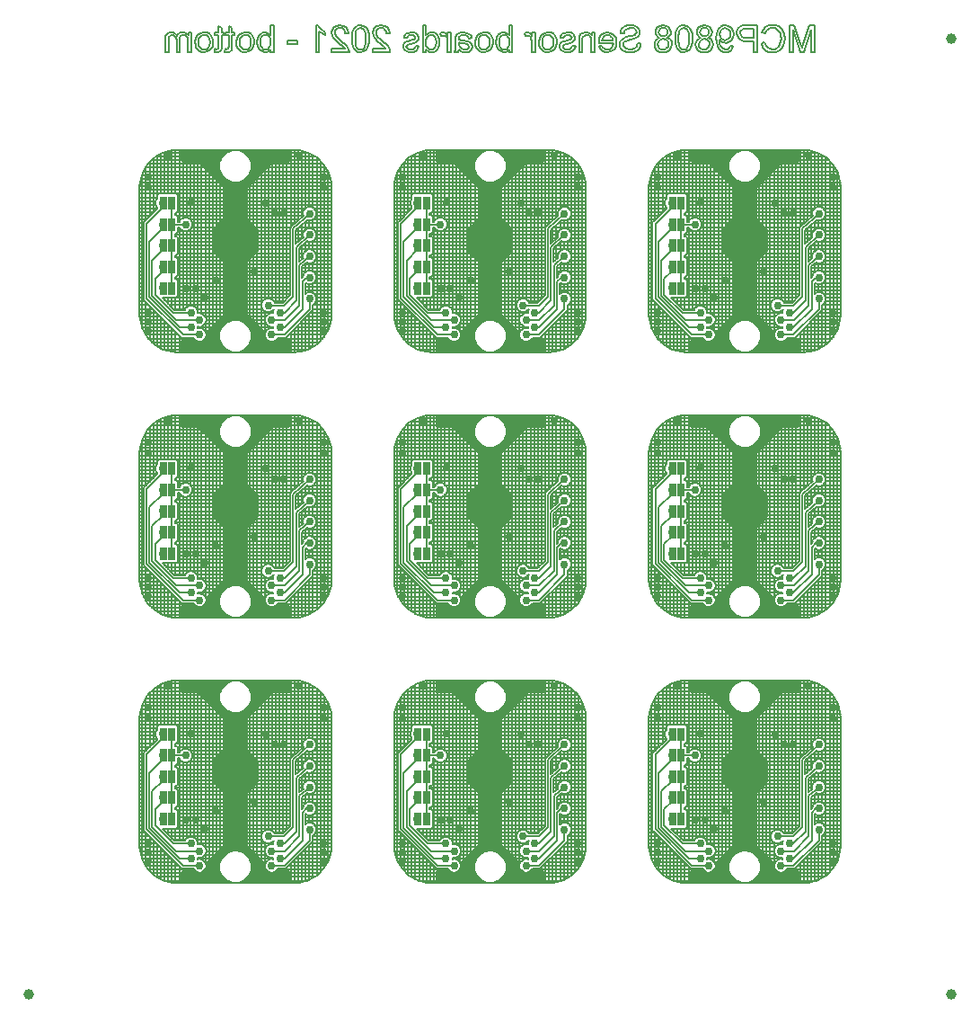
<source format=gbl>
%MOIN*%
%OFA0B0*%
%FSLAX36Y36*%
%IPPOS*%
%LPD*%
%AMOC80*
5,1,8,0,0,$1,22.5*%
%AMOC81*
5,1,8,0,0,$1,22.5*%
%AMOC80*
5,1,8,0,0,$1,22.5*%
%AMOC81*
5,1,8,0,0,$1,22.5*%
%AMOC80*
5,1,8,0,0,$1,22.5*%
%AMOC81*
5,1,8,0,0,$1,22.5*%
%AMOC80*
5,1,8,0,0,$1,22.5*%
%AMOC81*
5,1,8,0,0,$1,22.5*%
%AMOC80*
5,1,8,0,0,$1,22.5*%
%ADD10C,0.03937007874015748*%
%ADD11C,0.0078740157480314977*%
%ADD22R,0.025X0.05*%
%ADD23C,0.029779527559055118*%
%ADD24C,0.0051181102362204732*%
%ADD25C,0.005905511811023622*%
%ADD26C,0.011811023622047244*%
%ADD27R,0.025X0.05*%
%ADD28C,0.029779527559055118*%
%ADD29C,0.0051181102362204732*%
%ADD30C,0.005905511811023622*%
%ADD31C,0.011811023622047244*%
%ADD32R,0.025X0.05*%
%ADD33C,0.029779527559055118*%
%ADD34C,0.0051181102362204732*%
%ADD35C,0.005905511811023622*%
%ADD36C,0.011811023622047244*%
%ADD37R,0.025X0.05*%
%ADD38C,0.029779527559055118*%
%ADD39C,0.0051181102362204732*%
%ADD40C,0.005905511811023622*%
%ADD41C,0.011811023622047244*%
%ADD42R,0.025X0.05*%
%ADD43C,0.029779527559055118*%
%ADD44C,0.0051181102362204732*%
%ADD45C,0.005905511811023622*%
%ADD46C,0.011811023622047244*%
%ADD47R,0.025X0.05*%
%ADD48C,0.029779527559055118*%
%ADD49C,0.0051181102362204732*%
%ADD50C,0.005905511811023622*%
%ADD51C,0.011811023622047244*%
%ADD52R,0.025X0.05*%
%ADD53C,0.029779527559055118*%
%ADD54C,0.0051181102362204732*%
%ADD55C,0.005905511811023622*%
%ADD56C,0.011811023622047244*%
%ADD57R,0.025X0.05*%
%ADD58C,0.029779527559055118*%
%ADD59C,0.0051181102362204732*%
%ADD60C,0.005905511811023622*%
%ADD61C,0.011811023622047244*%
%ADD62R,0.025X0.05*%
%ADD63C,0.029779527559055118*%
%ADD64C,0.0051181102362204732*%
%ADD65C,0.005905511811023622*%
%ADD66C,0.011811023622047244*%
D10*
X000000000Y000000000D02*
X000196850Y000196850D03*
X003622047Y000196850D03*
X003622047Y003740157D03*
D11*
X003113698Y003789302D02*
X003094106Y003789302D01*
X003070825Y003719660D01*
X003068040Y003711156D01*
X003066129Y003705101D01*
X003063981Y003711726D01*
X003060895Y003720868D01*
X003037346Y003789302D01*
X003019835Y003789302D01*
X003019835Y003690944D01*
X003032381Y003690944D01*
X003032381Y003773267D01*
X003060963Y003690944D01*
X003072704Y003690944D01*
X003101151Y003774676D01*
X003101151Y003690944D01*
X003113698Y003690944D01*
X003113698Y003789302D01*
X002915640Y003722143D02*
X002921368Y003708011D01*
X002930367Y003697687D01*
X002942183Y003691372D01*
X002956365Y003689267D01*
X002970782Y003690886D01*
X002982229Y003695742D01*
X002991002Y003703667D01*
X002997392Y003714494D01*
X003001292Y003727225D01*
X003002591Y003740861D01*
X003001124Y003755244D01*
X002996721Y003767665D01*
X002989610Y003777729D01*
X002980015Y003785042D01*
X002968635Y003789494D01*
X002956164Y003790980D01*
X002942577Y003789101D01*
X002931339Y003783465D01*
X002922802Y003774425D01*
X002917317Y003762331D01*
X002930132Y003759312D01*
X002934325Y003768588D01*
X002940061Y003774945D01*
X002947408Y003778618D01*
X002956432Y003779842D01*
X002966840Y003778484D01*
X002975386Y003774408D01*
X002981869Y003768042D01*
X002986087Y003759815D01*
X002988401Y003750514D01*
X002989173Y003740929D01*
X002988259Y003729178D01*
X002985517Y003719023D01*
X002980846Y003710845D01*
X002974145Y003705033D01*
X002966110Y003701562D01*
X002957438Y003700404D01*
X002947341Y003701980D01*
X002938921Y003706711D01*
X002932564Y003714544D01*
X002928656Y003725430D01*
X002915640Y003722143D01*
X002899603Y003789302D02*
X002862501Y003789302D01*
X002853864Y003789068D01*
X002847539Y003788363D01*
X002835397Y003783767D01*
X002830977Y003779700D01*
X002827512Y003774274D01*
X002825274Y003767866D01*
X002824528Y003760855D01*
X002826524Y003749273D01*
X002832512Y003739620D01*
X002837309Y003735819D01*
X002843716Y003733104D01*
X002851734Y003731475D01*
X002861362Y003730932D01*
X002886588Y003730932D01*
X002886588Y003690944D01*
X002899603Y003690944D01*
X002899603Y003789302D01*
X002861160Y003742539D02*
X002850375Y003743712D01*
X002843246Y003747235D01*
X002839271Y003752888D01*
X002837946Y003760452D01*
X002838726Y003766181D01*
X002841066Y003771020D01*
X002844680Y003774668D01*
X002849285Y003776823D01*
X002853965Y003777477D01*
X002861429Y003777695D01*
X002886588Y003777695D01*
X002886588Y003742539D01*
X002861160Y003742539D01*
X002799435Y003714762D02*
X002797288Y003707701D01*
X002793799Y003702887D01*
X002789052Y003700119D01*
X002783131Y003699197D01*
X002773369Y003701746D01*
X002766492Y003708556D01*
X002764027Y003713563D01*
X002761997Y003720063D01*
X002760186Y003734823D01*
X002760252Y003737238D01*
X002764538Y003732014D01*
X002770149Y003727879D01*
X002776681Y003725187D01*
X002783735Y003724290D01*
X002795007Y003726504D01*
X002804400Y003733146D01*
X002810739Y003743411D01*
X002812853Y003756494D01*
X002810648Y003769997D01*
X002804031Y003780580D01*
X002794093Y003787424D01*
X002781924Y003789705D01*
X002772740Y003788413D01*
X002764379Y003784539D01*
X002757384Y003778274D01*
X002752302Y003769812D01*
X002749207Y003758113D01*
X002748176Y003742135D01*
X002749199Y003725204D01*
X002752269Y003712112D01*
X002757358Y003702275D01*
X002764446Y003695104D01*
X002773227Y003690726D01*
X002783400Y003689267D01*
X002793882Y003690869D01*
X002802253Y003695674D01*
X002808107Y003703382D01*
X002811042Y003713689D01*
X002799435Y003714762D01*
X002762978Y003766424D02*
X002767130Y003773603D01*
X002773227Y003778182D01*
X002780448Y003779707D01*
X002787979Y003778064D01*
X002794470Y003773133D01*
X002798948Y003765585D01*
X002800440Y003756092D01*
X002799024Y003747579D01*
X002794771Y003740828D01*
X002788440Y003736425D01*
X002780783Y003734957D01*
X002773143Y003736425D01*
X002766995Y003740828D01*
X002762945Y003747830D01*
X002761594Y003757097D01*
X002762978Y003766424D01*
X002724392Y003747621D02*
X002728987Y003752133D01*
X002731705Y003757735D01*
X002732610Y003764344D01*
X002730681Y003774223D01*
X002724895Y003782391D01*
X002715904Y003787877D01*
X002704364Y003789705D01*
X002692740Y003787835D01*
X002683633Y003782224D01*
X002677745Y003773930D01*
X002675782Y003764008D01*
X002676680Y003757610D01*
X002679372Y003752100D01*
X002683893Y003747612D01*
X002690275Y003744283D01*
X002682299Y003740425D01*
X002676486Y003734756D01*
X002672940Y003727544D01*
X002671757Y003719056D01*
X002673988Y003707449D01*
X002680681Y003697855D01*
X002691013Y003691414D01*
X002704163Y003689267D01*
X002717313Y003691422D01*
X002727646Y003697888D01*
X002734338Y003707575D01*
X002736569Y003719392D01*
X002735353Y003728205D01*
X002731705Y003735460D01*
X002725809Y003740902D01*
X002717850Y003744283D01*
X002724392Y003747621D01*
X002719140Y003758406D02*
X002715770Y003753341D01*
X002710604Y003750020D01*
X002704096Y003748913D01*
X002697747Y003750011D01*
X002692657Y003753307D01*
X002689310Y003758197D01*
X002688195Y003764076D01*
X002689344Y003770189D01*
X002692791Y003775247D01*
X002697949Y003778643D01*
X002704230Y003779775D01*
X002710554Y003778668D01*
X002715703Y003775347D01*
X002719125Y003770482D01*
X002720265Y003764747D01*
X002719140Y003758406D01*
X002721708Y003709328D02*
X002714428Y003701847D01*
X002709412Y003699858D01*
X002704028Y003699197D01*
X002696129Y003700589D01*
X002689738Y003704766D01*
X002685510Y003711088D01*
X002684102Y003718922D01*
X002685553Y003726889D01*
X002689906Y003733347D01*
X002696439Y003737624D01*
X002704431Y003739050D01*
X002712223Y003737641D01*
X002718553Y003733414D01*
X002722756Y003727074D01*
X002724156Y003719325D01*
X002721708Y003709328D01*
X002659119Y003755194D02*
X002656426Y003767531D01*
X002651965Y003776949D01*
X002645759Y003783935D01*
X002637766Y003788263D01*
X002627946Y003789705D01*
X002620515Y003788908D01*
X002614057Y003786518D01*
X002608606Y003782627D01*
X002604195Y003777326D01*
X002600723Y003770667D01*
X002598089Y003762700D01*
X002596429Y003752577D01*
X002595874Y003739453D01*
X002596763Y003723811D01*
X002599431Y003711508D01*
X002603868Y003702082D01*
X002610064Y003695071D01*
X002618075Y003690717D01*
X002627946Y003689267D01*
X002640643Y003691817D01*
X002650287Y003699465D01*
X002654544Y003706568D01*
X002657584Y003715601D01*
X002659408Y003726562D01*
X002660016Y003739453D01*
X002659119Y003755194D01*
X002647249Y003728355D02*
X002646186Y003719283D01*
X002644415Y003712236D01*
X002641934Y003707214D01*
X002635603Y003701201D01*
X002627946Y003699197D01*
X002620289Y003701210D01*
X002613957Y003707248D01*
X002611475Y003712280D01*
X002609705Y003719325D01*
X002608642Y003728382D01*
X002608287Y003739453D01*
X002608642Y003750577D01*
X002609705Y003759664D01*
X002611475Y003766713D01*
X002613957Y003771724D01*
X002620322Y003777712D01*
X002628080Y003779707D01*
X002635561Y003777947D01*
X002641364Y003772663D01*
X002644094Y003767216D01*
X002646044Y003759865D01*
X002647214Y003750611D01*
X002647604Y003739453D01*
X002647249Y003728355D01*
X002571554Y003747621D02*
X002576150Y003752133D01*
X002578867Y003757735D01*
X002579773Y003764344D01*
X002577844Y003774223D01*
X002572057Y003782391D01*
X002563067Y003787877D01*
X002551527Y003789705D01*
X002539903Y003787835D01*
X002530795Y003782224D01*
X002524908Y003773930D01*
X002522945Y003764008D01*
X002523843Y003757610D01*
X002526535Y003752100D01*
X002531055Y003747612D01*
X002537437Y003744283D01*
X002529462Y003740425D01*
X002523650Y003734756D01*
X002520102Y003727544D01*
X002518920Y003719056D01*
X002521151Y003707449D01*
X002527842Y003697855D01*
X002538174Y003691414D01*
X002551326Y003689267D01*
X002564476Y003691422D01*
X002574808Y003697888D01*
X002581501Y003707575D01*
X002583731Y003719392D01*
X002582515Y003728205D01*
X002578867Y003735460D01*
X002572971Y003740902D01*
X002565012Y003744283D01*
X002571554Y003747621D01*
X002566304Y003758406D02*
X002562933Y003753341D01*
X002557766Y003750020D01*
X002551257Y003748913D01*
X002544910Y003750011D01*
X002539819Y003753307D01*
X002536473Y003758197D01*
X002535357Y003764076D01*
X002536506Y003770189D01*
X002539953Y003775247D01*
X002545111Y003778643D01*
X002551393Y003779775D01*
X002557716Y003778668D01*
X002562865Y003775347D01*
X002566287Y003770482D01*
X002567428Y003764747D01*
X002566304Y003758406D01*
X002568870Y003709328D02*
X002561591Y003701847D01*
X002556576Y003699858D01*
X002551191Y003699197D01*
X002543291Y003700589D01*
X002536901Y003704766D01*
X002532674Y003711088D01*
X002531265Y003718922D01*
X002532716Y003726889D01*
X002537068Y003733347D01*
X002543601Y003737624D01*
X002551594Y003739050D01*
X002559385Y003737641D01*
X002565716Y003733414D01*
X002569919Y003727074D01*
X002571319Y003719325D01*
X002568870Y003709328D01*
X002456255Y003723619D02*
X002454804Y003716901D01*
X002452196Y003711508D01*
X002448128Y003707231D01*
X002442300Y003703860D01*
X002435171Y003701671D01*
X002427204Y003700941D01*
X002414054Y003703155D01*
X002409080Y003705780D01*
X002405566Y003709227D01*
X002403478Y003713261D01*
X002402782Y003717646D01*
X002403453Y003721983D01*
X002405466Y003725732D01*
X002409022Y003728911D01*
X002414322Y003731536D01*
X002420679Y003733506D01*
X002431833Y003736333D01*
X002443356Y003739494D01*
X002450820Y003742472D01*
X002456968Y003746606D01*
X002461320Y003751630D01*
X002463912Y003757425D01*
X002464776Y003763874D01*
X002463719Y003771078D01*
X002460549Y003777796D01*
X002455349Y003783491D01*
X002448204Y003787625D01*
X002439633Y003790140D01*
X002430156Y003790980D01*
X002419865Y003790099D01*
X002410867Y003787456D01*
X002403478Y003783105D01*
X002398018Y003777092D01*
X002394563Y003769794D01*
X002393188Y003761593D01*
X002405667Y003760654D01*
X002407873Y003768839D01*
X002412477Y003774743D01*
X002419664Y003778315D01*
X002429619Y003779507D01*
X002439826Y003778425D01*
X002446828Y003775179D01*
X002450879Y003770407D01*
X002452229Y003764747D01*
X002451273Y003759916D01*
X002448405Y003756024D01*
X002445770Y003754303D01*
X002441620Y003752561D01*
X002435957Y003750797D01*
X002428780Y003749013D01*
X002415404Y003745650D01*
X002407009Y003742740D01*
X002399545Y003738253D01*
X002394328Y003732710D01*
X002391259Y003726177D01*
X002390236Y003718720D01*
X002391359Y003711097D01*
X002394731Y003703927D01*
X002400207Y003697754D01*
X002407646Y003693125D01*
X002416595Y003690232D01*
X002426600Y003689267D01*
X002438870Y003690240D01*
X002448975Y003693158D01*
X002457027Y003698031D01*
X002463132Y003704866D01*
X002467049Y003713194D01*
X002468533Y003722545D01*
X002456255Y003723619D01*
X002312743Y003712347D02*
X002316953Y003702635D01*
X002323680Y003695373D01*
X002332771Y003690843D01*
X002344076Y003689334D01*
X002358090Y003691741D01*
X002368867Y003698962D01*
X002375735Y003710527D01*
X002378025Y003725967D01*
X002375710Y003741935D01*
X002368766Y003753877D01*
X002358132Y003761325D01*
X002344747Y003763807D01*
X002331764Y003761374D01*
X002321398Y003754079D01*
X002314605Y003742371D01*
X002312341Y003726705D01*
X002312408Y003723484D01*
X002365545Y003723484D01*
X002363549Y003713119D01*
X002358903Y003705504D01*
X002352194Y003700824D01*
X002344009Y003699264D01*
X002337853Y003700136D01*
X002332670Y003702752D01*
X002328460Y003707281D01*
X002325223Y003713890D01*
X002312743Y003712347D01*
X002325088Y003733414D02*
X002326632Y003741281D01*
X002329651Y003746900D01*
X002336276Y003752133D01*
X002344612Y003753877D01*
X002352269Y003752485D01*
X002358601Y003748309D01*
X002363004Y003741801D01*
X002364875Y003733414D01*
X002325088Y003733414D01*
X002297580Y003762197D02*
X002286711Y003762197D01*
X002286711Y003752066D01*
X002282350Y003757203D01*
X002277117Y003760872D01*
X002271012Y003763073D01*
X002264034Y003763807D01*
X002252192Y003761493D01*
X002247470Y003758817D01*
X002244107Y003755421D01*
X002240350Y003746497D01*
X002239847Y003741885D01*
X002239679Y003734756D01*
X002239679Y003690944D01*
X002251756Y003690944D01*
X002251756Y003734286D01*
X002252108Y003740736D01*
X002253165Y003745323D01*
X002258163Y003751159D01*
X002266584Y003753341D01*
X002273771Y003752116D01*
X002279901Y003748443D01*
X002284103Y003741348D01*
X002285504Y003729858D01*
X002285504Y003690944D01*
X002297580Y003690944D01*
X002297580Y003762197D01*
X002214050Y003714091D02*
X002212146Y003707751D01*
X002208448Y003703088D01*
X002202938Y003700220D01*
X002195599Y003699264D01*
X002188353Y003700111D01*
X002183254Y003702652D01*
X002180235Y003706334D01*
X002179229Y003710603D01*
X002180118Y003714259D01*
X002182785Y003717043D01*
X002187112Y003718872D01*
X002195130Y003721136D01*
X002206376Y003724264D01*
X002213547Y003726939D01*
X002221329Y003733716D01*
X002223317Y003738270D01*
X002223980Y003743277D01*
X002221799Y003752100D01*
X002215861Y003758842D01*
X002208179Y003762365D01*
X002197746Y003763807D01*
X002183019Y003761392D01*
X002177509Y003758549D01*
X002173660Y003754850D01*
X002171110Y003750028D01*
X002169500Y003743814D01*
X002181309Y003742203D01*
X002182877Y003747101D01*
X002185971Y003750791D01*
X002190626Y003753106D01*
X002196874Y003753877D01*
X002204003Y003753190D01*
X002208749Y003751127D01*
X002211416Y003748141D01*
X002212305Y003744686D01*
X002210829Y003740459D01*
X002206200Y003737238D01*
X002202627Y003736131D01*
X002195532Y003734152D01*
X002184655Y003731041D01*
X002177652Y003728550D01*
X002169701Y003722210D01*
X002167538Y003717547D01*
X002166816Y003711877D01*
X002167697Y003706015D01*
X002170339Y003700505D01*
X002174641Y003695775D01*
X002180503Y003692253D01*
X002187582Y003690064D01*
X002195532Y003689334D01*
X002207768Y003690777D01*
X002216700Y003695104D01*
X002222663Y003702266D01*
X002225992Y003712213D01*
X002214050Y003714091D01*
X002156266Y003735825D02*
X002154203Y003743796D01*
X002150764Y003750485D01*
X002145951Y003755890D01*
X002135752Y003761828D01*
X002123542Y003763807D01*
X002110190Y003761400D01*
X002099522Y003754179D01*
X002092528Y003742715D01*
X002090196Y003727577D01*
X002091228Y003715291D01*
X002094323Y003705940D01*
X002099388Y003698936D01*
X002106332Y003693695D01*
X002114576Y003690424D01*
X002123542Y003689334D01*
X002137069Y003691733D01*
X002147729Y003698928D01*
X002154647Y003710636D01*
X002156954Y003726571D01*
X002156266Y003735825D01*
X002143049Y003714603D02*
X002138570Y003706074D01*
X002131828Y003700966D01*
X002123542Y003699264D01*
X002115306Y003700974D01*
X002108580Y003706107D01*
X002104101Y003714746D01*
X002102609Y003726972D01*
X002104110Y003738589D01*
X002108613Y003746999D01*
X002115348Y003752108D01*
X002123542Y003753810D01*
X002131828Y003752116D01*
X002138570Y003747034D01*
X002143049Y003738530D01*
X002144542Y003726571D01*
X002143049Y003714603D01*
X002076174Y003762197D02*
X002065305Y003762197D01*
X002065305Y003751395D01*
X002061305Y003757685D01*
X002057623Y003761392D01*
X002049874Y003763807D01*
X002043718Y003762834D01*
X002037461Y003759916D01*
X002041621Y003748711D01*
X002046049Y003750674D01*
X002050476Y003751328D01*
X002057589Y003748946D01*
X002062085Y003742337D01*
X002064096Y003728248D01*
X002064096Y003690944D01*
X002076174Y003690944D01*
X002076174Y003762197D01*
X001992174Y003690944D02*
X001992174Y003789302D01*
X001980097Y003789302D01*
X001980097Y003754213D01*
X001971392Y003761409D01*
X001960573Y003763807D01*
X001954174Y003763145D01*
X001948127Y003761157D01*
X001938466Y003753709D01*
X001932528Y003742135D01*
X001930381Y003727644D01*
X001932646Y003711408D01*
X001939437Y003699331D01*
X001949402Y003691833D01*
X001961177Y003689334D01*
X001967144Y003689993D01*
X001972432Y003691968D01*
X001977040Y003695259D01*
X001980969Y003699868D01*
X001980969Y003690944D01*
X001992174Y003690944D01*
X001980231Y003716071D02*
X001977615Y003708590D01*
X001970905Y003701595D01*
X001962183Y003699264D01*
X001954803Y003700983D01*
X001948496Y003706140D01*
X001944169Y003714704D01*
X001942726Y003726638D01*
X001944110Y003738765D01*
X001948262Y003747235D01*
X001954375Y003752217D01*
X001961647Y003753877D01*
X001969027Y003752158D01*
X001975333Y003746999D01*
X001979661Y003738589D01*
X001981103Y003727107D01*
X001980231Y003716071D01*
X001919495Y003735825D02*
X001917432Y003743796D01*
X001913994Y003750485D01*
X001909180Y003755890D01*
X001898982Y003761828D01*
X001886771Y003763807D01*
X001873419Y003761400D01*
X001862752Y003754179D01*
X001855757Y003742715D01*
X001853424Y003727577D01*
X001854457Y003715291D01*
X001857552Y003705940D01*
X001862618Y003698936D01*
X001869562Y003693695D01*
X001877806Y003690424D01*
X001886771Y003689334D01*
X001900299Y003691733D01*
X001910958Y003698928D01*
X001917877Y003710636D01*
X001920183Y003726571D01*
X001919495Y003735825D01*
X001906278Y003714603D02*
X001901800Y003706074D01*
X001895057Y003700966D01*
X001886771Y003699264D01*
X001878534Y003700974D01*
X001871809Y003706107D01*
X001867331Y003714746D01*
X001865838Y003726972D01*
X001867339Y003738589D01*
X001871843Y003746999D01*
X001878575Y003752108D01*
X001886771Y003753810D01*
X001895057Y003752116D01*
X001901800Y003747034D01*
X001906278Y003738530D01*
X001907771Y003726571D01*
X001906278Y003714603D01*
X001799357Y003694869D02*
X001805689Y003691681D01*
X001819007Y003689334D01*
X001829390Y003690768D01*
X001837055Y003695071D01*
X001841785Y003701604D01*
X001843360Y003709730D01*
X001840980Y003719291D01*
X001834740Y003726235D01*
X001826052Y003730194D01*
X001821590Y003731116D01*
X001815316Y003732005D01*
X001802620Y003733917D01*
X001793780Y003736165D01*
X001793713Y003739318D01*
X001794569Y003745607D01*
X001797135Y003749718D01*
X001802888Y003752787D01*
X001810889Y003753810D01*
X001818294Y003753064D01*
X001823469Y003750825D01*
X001827000Y003746690D01*
X001829474Y003740258D01*
X001841282Y003741868D01*
X001839152Y003748720D01*
X001835982Y003754112D01*
X001831470Y003758239D01*
X001825314Y003761291D01*
X001809144Y003763807D01*
X001800875Y003763270D01*
X001794317Y003761660D01*
X001789369Y003759237D01*
X001785929Y003756259D01*
X001782173Y003748040D01*
X001781720Y003743712D01*
X001781569Y003736903D01*
X001781569Y003720801D01*
X001781521Y003713154D01*
X001781375Y003707055D01*
X001781135Y003702503D01*
X001780798Y003699499D01*
X001777745Y003690944D01*
X001790359Y003690944D01*
X001792774Y003699734D01*
X001799357Y003694869D01*
X001801999Y003724222D02*
X001813506Y003722143D01*
X001819863Y003721001D01*
X001824037Y003719727D01*
X001828803Y003715802D01*
X001830480Y003710066D01*
X001829566Y003705638D01*
X001826823Y003702015D01*
X001822320Y003699599D01*
X001816122Y003698794D01*
X001809530Y003699556D01*
X001803710Y003701847D01*
X001798997Y003705462D01*
X001795725Y003710199D01*
X001794267Y003715266D01*
X001793780Y003722277D01*
X001793780Y003726705D01*
X001801999Y003724222D01*
X001762985Y003762197D02*
X001752116Y003762197D01*
X001752116Y003751395D01*
X001748115Y003757685D01*
X001744432Y003761392D01*
X001736684Y003763807D01*
X001730528Y003762834D01*
X001724272Y003759916D01*
X001728432Y003748711D01*
X001732860Y003750674D01*
X001737288Y003751328D01*
X001744400Y003748946D01*
X001748895Y003742337D01*
X001750908Y003728248D01*
X001750908Y003690944D01*
X001762985Y003690944D01*
X001762985Y003762197D01*
X001670866Y003699935D02*
X001674653Y003695297D01*
X001679236Y003691983D01*
X001684616Y003689997D01*
X001690793Y003689334D01*
X001698970Y003690508D01*
X001706459Y003694031D01*
X001712799Y003699658D01*
X001717529Y003707147D01*
X001720473Y003716196D01*
X001721454Y003726504D01*
X001720565Y003736677D01*
X001717896Y003745860D01*
X001713453Y003753534D01*
X001707230Y003759178D01*
X001699699Y003762650D01*
X001691329Y003763807D01*
X001685241Y003763128D01*
X001679857Y003761090D01*
X001671671Y003754011D01*
X001671671Y003789302D01*
X001659662Y003789302D01*
X001659662Y003690944D01*
X001670866Y003690944D01*
X001670866Y003699935D01*
X001707600Y003714544D02*
X001703272Y003706039D01*
X001696982Y003700958D01*
X001689652Y003699264D01*
X001682329Y003700883D01*
X001676200Y003705738D01*
X001672049Y003713915D01*
X001670665Y003725497D01*
X001672074Y003738178D01*
X001676301Y003746967D01*
X001682591Y003752100D01*
X001690189Y003753810D01*
X001697578Y003752167D01*
X001703641Y003747235D01*
X001707692Y003738765D01*
X001709042Y003726504D01*
X001707600Y003714544D01*
X001633563Y003714091D02*
X001631659Y003707751D01*
X001627960Y003703088D01*
X001622450Y003700220D01*
X001615112Y003699264D01*
X001607866Y003700111D01*
X001602767Y003702652D01*
X001599748Y003706334D01*
X001598741Y003710603D01*
X001599630Y003714259D01*
X001602296Y003717043D01*
X001606625Y003718872D01*
X001614642Y003721136D01*
X001625889Y003724264D01*
X001633059Y003726939D01*
X001640842Y003733716D01*
X001642830Y003738270D01*
X001643492Y003743277D01*
X001641312Y003752100D01*
X001635374Y003758842D01*
X001627692Y003762365D01*
X001617259Y003763807D01*
X001602532Y003761392D01*
X001597022Y003758549D01*
X001593173Y003754850D01*
X001590623Y003750028D01*
X001589013Y003743814D01*
X001600821Y003742203D01*
X001602390Y003747101D01*
X001605484Y003750791D01*
X001610139Y003753106D01*
X001616387Y003753877D01*
X001623514Y003753190D01*
X001628262Y003751127D01*
X001630929Y003748141D01*
X001631818Y003744686D01*
X001630341Y003740459D01*
X001625711Y003737238D01*
X001622140Y003736131D01*
X001615045Y003734152D01*
X001604168Y003731041D01*
X001597165Y003728550D01*
X001589214Y003722210D01*
X001587050Y003717547D01*
X001586328Y003711877D01*
X001587210Y003706015D01*
X001589852Y003700505D01*
X001594154Y003695775D01*
X001600016Y003692253D01*
X001607094Y003690064D01*
X001615045Y003689334D01*
X001627281Y003690777D01*
X001636213Y003695104D01*
X001642175Y003702266D01*
X001645505Y003712213D01*
X001633563Y003714091D01*
X001473680Y003690944D02*
X001538693Y003690944D01*
X001537284Y003699331D01*
X001534055Y003705922D01*
X001529334Y003712414D01*
X001522649Y003719358D01*
X001513533Y003727309D01*
X001506166Y003733542D01*
X001500098Y003739091D01*
X001495330Y003743958D01*
X001491862Y003748141D01*
X001487636Y003755613D01*
X001486227Y003762667D01*
X001487510Y003769284D01*
X001491359Y003774777D01*
X001497272Y003778474D01*
X001504744Y003779707D01*
X001512594Y003778400D01*
X001518700Y003774475D01*
X001522641Y003768235D01*
X001524000Y003759982D01*
X001536412Y003761258D01*
X001533375Y003773493D01*
X001526817Y003782425D01*
X001517073Y003787885D01*
X001504476Y003789705D01*
X001491795Y003787743D01*
X001482067Y003781855D01*
X001475878Y003773065D01*
X001473815Y003762398D01*
X001476230Y003750791D01*
X001479442Y003744937D01*
X001484247Y003738782D01*
X001491703Y003731301D01*
X001502865Y003721472D01*
X001511789Y003713815D01*
X001516821Y003709093D01*
X001521920Y003702551D01*
X001473680Y003702551D01*
X001473680Y003690944D01*
X001459834Y003755194D02*
X001457142Y003767531D01*
X001452680Y003776949D01*
X001446474Y003783935D01*
X001438482Y003788263D01*
X001428660Y003789705D01*
X001421230Y003788908D01*
X001414772Y003786518D01*
X001409322Y003782627D01*
X001404910Y003777326D01*
X001401438Y003770667D01*
X001398804Y003762700D01*
X001397144Y003752577D01*
X001396591Y003739453D01*
X001397480Y003723811D01*
X001400147Y003711508D01*
X001404583Y003702082D01*
X001410781Y003695071D01*
X001418790Y003690717D01*
X001428660Y003689267D01*
X001441358Y003691817D01*
X001451003Y003699465D01*
X001455259Y003706568D01*
X001458299Y003715601D01*
X001460123Y003726562D01*
X001460731Y003739453D01*
X001459834Y003755194D01*
X001447965Y003728355D02*
X001446902Y003719283D01*
X001445130Y003712236D01*
X001442650Y003707214D01*
X001436318Y003701201D01*
X001428660Y003699197D01*
X001421004Y003701210D01*
X001414672Y003707248D01*
X001412192Y003712280D01*
X001410420Y003719325D01*
X001409357Y003728382D01*
X001409003Y003739453D01*
X001409357Y003750577D01*
X001410420Y003759664D01*
X001412192Y003766713D01*
X001414672Y003771724D01*
X001421038Y003777712D01*
X001428795Y003779707D01*
X001436276Y003777947D01*
X001442079Y003772663D01*
X001444809Y003767216D01*
X001446759Y003759865D01*
X001447929Y003750611D01*
X001448319Y003739453D01*
X001447965Y003728355D01*
X001320843Y003690944D02*
X001385856Y003690944D01*
X001384447Y003699331D01*
X001381217Y003705922D01*
X001376496Y003712414D01*
X001369812Y003719358D01*
X001360696Y003727309D01*
X001353328Y003733542D01*
X001347261Y003739091D01*
X001342493Y003743958D01*
X001339025Y003748141D01*
X001334798Y003755613D01*
X001333389Y003762667D01*
X001334672Y003769284D01*
X001338521Y003774777D01*
X001344434Y003778474D01*
X001351906Y003779707D01*
X001359757Y003778400D01*
X001365862Y003774475D01*
X001369804Y003768235D01*
X001371162Y003759982D01*
X001383575Y003761258D01*
X001380539Y003773493D01*
X001373980Y003782425D01*
X001364235Y003787885D01*
X001351638Y003789705D01*
X001338958Y003787743D01*
X001329228Y003781855D01*
X001323040Y003773065D01*
X001320977Y003762398D01*
X001323392Y003750791D01*
X001326604Y003744937D01*
X001331410Y003738782D01*
X001338866Y003731301D01*
X001350028Y003721472D01*
X001358952Y003713815D01*
X001363984Y003709093D01*
X001369083Y003702551D01*
X001320843Y003702551D01*
X001320843Y003690944D01*
X001274482Y003690944D02*
X001274482Y003767900D01*
X001279522Y003763739D01*
X001285921Y003759580D01*
X001298635Y003753341D01*
X001298635Y003765015D01*
X001280923Y003776555D01*
X001274448Y003783231D01*
X001270188Y003789705D01*
X001262405Y003789705D01*
X001262405Y003690944D01*
X001274482Y003690944D01*
X001194641Y003732609D02*
X001157539Y003732609D01*
X001157539Y003720465D01*
X001194641Y003720465D01*
X001194641Y003732609D01*
X001106079Y003690944D02*
X001106079Y003789302D01*
X001094002Y003789302D01*
X001094002Y003754213D01*
X001085297Y003761409D01*
X001074478Y003763807D01*
X001068079Y003763145D01*
X001062032Y003761157D01*
X001052371Y003753709D01*
X001046433Y003742135D01*
X001044286Y003727644D01*
X001046551Y003711408D01*
X001053344Y003699331D01*
X001063307Y003691833D01*
X001075082Y003689334D01*
X001081049Y003689993D01*
X001086337Y003691968D01*
X001090945Y003695259D01*
X001094874Y003699868D01*
X001094874Y003690944D01*
X001106079Y003690944D01*
X001094136Y003716071D02*
X001091520Y003708590D01*
X001084810Y003701595D01*
X001076088Y003699264D01*
X001068708Y003700983D01*
X001062401Y003706140D01*
X001058074Y003714704D01*
X001056631Y003726638D01*
X001058015Y003738765D01*
X001062166Y003747235D01*
X001068280Y003752217D01*
X001075551Y003753877D01*
X001082932Y003752158D01*
X001089238Y003746999D01*
X001093566Y003738589D01*
X001095008Y003727107D01*
X001094136Y003716071D01*
X001033400Y003735825D02*
X001031337Y003743796D01*
X001027898Y003750485D01*
X001023085Y003755890D01*
X001012887Y003761828D01*
X001000675Y003763807D01*
X000987324Y003761400D01*
X000976657Y003754179D01*
X000969662Y003742715D01*
X000967331Y003727577D01*
X000968362Y003715291D01*
X000971457Y003705940D01*
X000976522Y003698936D01*
X000983465Y003693695D01*
X000991711Y003690424D01*
X001000675Y003689334D01*
X001014203Y003691733D01*
X001024863Y003698928D01*
X001031782Y003710636D01*
X001034087Y003726571D01*
X001033400Y003735825D01*
X001020183Y003714603D02*
X001015705Y003706074D01*
X001008961Y003700966D01*
X001000675Y003699264D01*
X000992440Y003700974D01*
X000985714Y003706107D01*
X000981236Y003714746D01*
X000979743Y003726972D01*
X000981243Y003738589D01*
X000985748Y003746999D01*
X000992482Y003752108D01*
X001000675Y003753810D01*
X001008961Y003752116D01*
X001015705Y003747034D01*
X001020183Y003738530D01*
X001021676Y003726571D01*
X001020183Y003714603D01*
X000925062Y003691079D02*
X000934187Y003690005D01*
X000940024Y003690525D01*
X000944385Y003692085D01*
X000949484Y003697553D01*
X000950591Y003702811D01*
X000950960Y003711810D01*
X000950960Y003752804D01*
X000959816Y003752804D01*
X000959816Y003762197D01*
X000950960Y003762197D01*
X000950960Y003779842D01*
X000938950Y003787088D01*
X000938950Y003762197D01*
X000926807Y003762197D01*
X000926807Y003752804D01*
X000938950Y003752804D01*
X000938950Y003711139D01*
X000938791Y003706896D01*
X000938313Y003704497D01*
X000936233Y003702149D01*
X000932107Y003701276D01*
X000926807Y003701746D01*
X000925062Y003691079D01*
X000886885Y003691079D02*
X000896011Y003690005D01*
X000901848Y003690525D01*
X000906209Y003692085D01*
X000911308Y003697553D01*
X000912415Y003702811D01*
X000912784Y003711810D01*
X000912784Y003752804D01*
X000921640Y003752804D01*
X000921640Y003762197D01*
X000912784Y003762197D01*
X000912784Y003779842D01*
X000900775Y003787088D01*
X000900775Y003762197D01*
X000888631Y003762197D01*
X000888631Y003752804D01*
X000900775Y003752804D01*
X000900775Y003711139D01*
X000900615Y003706896D01*
X000900137Y003704497D01*
X000898057Y003702149D01*
X000893931Y003701276D01*
X000888631Y003701746D01*
X000886885Y003691079D01*
X000880630Y003735825D02*
X000878567Y003743796D01*
X000875128Y003750485D01*
X000870314Y003755890D01*
X000860116Y003761828D01*
X000847905Y003763807D01*
X000834554Y003761400D01*
X000823886Y003754179D01*
X000816892Y003742715D01*
X000814560Y003727577D01*
X000815592Y003715291D01*
X000818686Y003705940D01*
X000823752Y003698936D01*
X000830696Y003693695D01*
X000838940Y003690424D01*
X000847905Y003689334D01*
X000861433Y003691733D01*
X000872092Y003698928D01*
X000879011Y003710636D01*
X000881318Y003726571D01*
X000880630Y003735825D01*
X000867413Y003714603D02*
X000862933Y003706074D01*
X000856191Y003700966D01*
X000847905Y003699264D01*
X000839670Y003700974D01*
X000832944Y003706107D01*
X000828465Y003714746D01*
X000826972Y003726972D01*
X000828474Y003738589D01*
X000832977Y003746999D01*
X000839712Y003752108D01*
X000847905Y003753810D01*
X000856191Y003752116D01*
X000862933Y003747034D01*
X000867413Y003738530D01*
X000868905Y003726571D01*
X000867413Y003714603D01*
X000800404Y003762197D02*
X000789602Y003762197D01*
X000789602Y003752200D01*
X000780678Y003760620D01*
X000774723Y003763010D01*
X000767998Y003763807D01*
X000760794Y003762985D01*
X000755015Y003760520D01*
X000750696Y003756578D01*
X000747870Y003751328D01*
X000743324Y003756788D01*
X000738142Y003760686D01*
X000732321Y003763027D01*
X000725864Y003763807D01*
X000716487Y003762340D01*
X000709560Y003757937D01*
X000705283Y003750481D01*
X000703857Y003739855D01*
X000703857Y003690944D01*
X000715867Y003690944D01*
X000715867Y003735829D01*
X000716160Y003742061D01*
X000717040Y003746262D01*
X000721301Y003751395D01*
X000728547Y003753341D01*
X000735423Y003752091D01*
X000741027Y003748342D01*
X000744750Y003741843D01*
X000745991Y003732341D01*
X000745991Y003690944D01*
X000758068Y003690944D01*
X000758068Y003737238D01*
X000758806Y003744283D01*
X000761020Y003749315D01*
X000764912Y003752334D01*
X000770682Y003753341D01*
X000775588Y003752670D01*
X000780108Y003750656D01*
X000786381Y003742807D01*
X000787841Y003736500D01*
X000788327Y003727913D01*
X000788327Y003690944D01*
X000800404Y003690944D01*
X000800404Y003762197D01*
G04 next file*
G04 EAGLE Gerber RS-274X export*
G75*
G01*
G36*
X000937984Y000606326D02*
X000937984Y000606326D01*
X000938185Y000606314D01*
X000938657Y000606405D01*
X000939133Y000606460D01*
X000939322Y000606527D01*
X000939527Y000606566D01*
X000939964Y000606759D01*
X000940409Y000606921D01*
X000940586Y000607035D01*
X000940771Y000607118D01*
X000941153Y000607405D01*
X000941547Y000607665D01*
X000941696Y000607814D01*
X000941858Y000607937D01*
X000942161Y000608303D01*
X000942492Y000608649D01*
X000942598Y000608826D01*
X000942728Y000608984D01*
X000942937Y000609413D01*
X000943181Y000609822D01*
X000943240Y000610019D01*
X000943334Y000610204D01*
X000943440Y000610669D01*
X000943582Y000611125D01*
X000943594Y000611330D01*
X000943645Y000611531D01*
X000943645Y000612007D01*
X000943677Y000612484D01*
X000943641Y000612685D01*
X000943641Y000612889D01*
X000943527Y000613354D01*
X000943456Y000613826D01*
X000943377Y000614015D01*
X000943330Y000614216D01*
X000943114Y000614641D01*
X000942929Y000615082D01*
X000942811Y000615248D01*
X000942720Y000615433D01*
X000942417Y000615799D01*
X000942137Y000616185D01*
X000941976Y000616322D01*
X000941850Y000616480D01*
X000941468Y000616767D01*
X000941110Y000617078D01*
X000940925Y000617173D01*
X000940763Y000617299D01*
X000940039Y000617657D01*
X000932228Y000620893D01*
X000916165Y000636952D01*
X000907476Y000657937D01*
X000907476Y000680645D01*
X000916165Y000701629D01*
X000932228Y000717685D01*
X000953212Y000726381D01*
X000975921Y000726381D01*
X000996905Y000717685D01*
X001012964Y000701629D01*
X001021657Y000680645D01*
X001021657Y000657937D01*
X001012964Y000636952D01*
X000996905Y000620893D01*
X000989090Y000617657D01*
X000988913Y000617559D01*
X000988720Y000617488D01*
X000988322Y000617228D01*
X000987905Y000616996D01*
X000987751Y000616858D01*
X000987582Y000616744D01*
X000987251Y000616397D01*
X000986901Y000616078D01*
X000986783Y000615909D01*
X000986641Y000615759D01*
X000986401Y000615346D01*
X000986129Y000614956D01*
X000986055Y000614763D01*
X000985952Y000614586D01*
X000985811Y000614129D01*
X000985641Y000613685D01*
X000985610Y000613480D01*
X000985551Y000613283D01*
X000985519Y000612807D01*
X000985452Y000612338D01*
X000985472Y000612133D01*
X000985456Y000611925D01*
X000985535Y000611456D01*
X000985578Y000610980D01*
X000985645Y000610787D01*
X000985677Y000610582D01*
X000985862Y000610141D01*
X000986011Y000609692D01*
X000986122Y000609515D01*
X000986200Y000609326D01*
X000986480Y000608940D01*
X000986728Y000608535D01*
X000986874Y000608389D01*
X000986992Y000608224D01*
X000987358Y000607909D01*
X000987692Y000607574D01*
X000987870Y000607464D01*
X000988023Y000607330D01*
X000988448Y000607106D01*
X000988846Y000606858D01*
X000989047Y000606795D01*
X000989228Y000606696D01*
X000989688Y000606578D01*
X000990141Y000606429D01*
X000990346Y000606409D01*
X000990547Y000606358D01*
X000991354Y000606303D01*
X001161417Y000606303D01*
X001161555Y000606318D01*
X001161696Y000606307D01*
X001162232Y000606397D01*
X001162767Y000606460D01*
X001162901Y000606507D01*
X001163039Y000606527D01*
X001163539Y000606736D01*
X001164051Y000606921D01*
X001164165Y000606996D01*
X001164295Y000607051D01*
X001164736Y000607370D01*
X001165188Y000607665D01*
X001165287Y000607767D01*
X001165397Y000607846D01*
X001165755Y000608255D01*
X001166129Y000608649D01*
X001166200Y000608771D01*
X001166291Y000608874D01*
X001166543Y000609358D01*
X001166818Y000609822D01*
X001166858Y000609956D01*
X001166925Y000610082D01*
X001167059Y000610606D01*
X001167220Y000611125D01*
X001167228Y000611263D01*
X001167263Y000611397D01*
X001167318Y000612204D01*
X001167318Y000649606D01*
X001167303Y000649744D01*
X001167314Y000649885D01*
X001167224Y000650421D01*
X001167161Y000650956D01*
X001167114Y000651090D01*
X001167094Y000651228D01*
X001166885Y000651728D01*
X001166700Y000652240D01*
X001166625Y000652354D01*
X001166570Y000652484D01*
X001166251Y000652925D01*
X001165956Y000653377D01*
X001165854Y000653476D01*
X001165775Y000653586D01*
X001165366Y000653944D01*
X001164972Y000654318D01*
X001164850Y000654389D01*
X001164748Y000654480D01*
X001164263Y000654728D01*
X001163799Y000655007D01*
X001163665Y000655047D01*
X001163539Y000655114D01*
X001163015Y000655248D01*
X001162496Y000655409D01*
X001162358Y000655417D01*
X001162224Y000655448D01*
X001161417Y000655507D01*
X001115346Y000655507D01*
X001114803Y000655444D01*
X001114255Y000655405D01*
X001114125Y000655366D01*
X001113996Y000655350D01*
X001113480Y000655165D01*
X001112952Y000655003D01*
X001112838Y000654933D01*
X001112716Y000654889D01*
X001112255Y000654590D01*
X001111783Y000654311D01*
X001111649Y000654188D01*
X001111574Y000654145D01*
X001111484Y000654051D01*
X001111362Y000653944D01*
X001102952Y000650460D01*
X001093897Y000650460D01*
X001085527Y000653929D01*
X001079125Y000660330D01*
X001075657Y000668700D01*
X001075657Y000677755D01*
X001076169Y000678992D01*
X001076263Y000679322D01*
X001076397Y000679641D01*
X001076448Y000679976D01*
X001076543Y000680299D01*
X001076559Y000680645D01*
X001076614Y000680988D01*
X001076590Y000681318D01*
X001076606Y000681661D01*
X001076543Y000682000D01*
X001076515Y000682338D01*
X001076417Y000682665D01*
X001076354Y000682996D01*
X001076216Y000683314D01*
X001076114Y000683645D01*
X001075940Y000683937D01*
X001075803Y000684244D01*
X001075598Y000684519D01*
X001075421Y000684814D01*
X001075051Y000685244D01*
X001074984Y000685330D01*
X001074944Y000685362D01*
X001074889Y000685425D01*
X001009838Y000750476D01*
X001009838Y000942437D01*
X001047480Y000980074D01*
X001047775Y000980452D01*
X001047834Y000980511D01*
X001047850Y000980543D01*
X001048181Y000980917D01*
X001048244Y000981035D01*
X001048326Y000981145D01*
X001048559Y000981641D01*
X001048814Y000982129D01*
X001048846Y000982255D01*
X001048905Y000982377D01*
X001049015Y000982913D01*
X001049153Y000983444D01*
X001049165Y000983622D01*
X001049185Y000983708D01*
X001049181Y000983842D01*
X001049208Y000984251D01*
X001049208Y001062992D01*
X001049145Y001063535D01*
X001049106Y001064086D01*
X001049066Y001064212D01*
X001049051Y001064342D01*
X001048866Y001064858D01*
X001048704Y001065385D01*
X001048633Y001065500D01*
X001048590Y001065625D01*
X001048291Y001066082D01*
X001048011Y001066555D01*
X001047893Y001066692D01*
X001047846Y001066763D01*
X001047751Y001066858D01*
X001047480Y001067165D01*
X001009838Y001104807D01*
X001009838Y001218027D01*
X001104807Y001312996D01*
X001161417Y001312996D01*
X001161555Y001313007D01*
X001161696Y001313000D01*
X001162232Y001313090D01*
X001162767Y001313153D01*
X001162901Y001313200D01*
X001163039Y001313220D01*
X001163539Y001313429D01*
X001164051Y001313614D01*
X001164165Y001313692D01*
X001164295Y001313744D01*
X001164736Y001314062D01*
X001165188Y001314354D01*
X001165287Y001314456D01*
X001165397Y001314539D01*
X001165755Y001314952D01*
X001166129Y001315342D01*
X001166200Y001315464D01*
X001166291Y001315566D01*
X001166543Y001316051D01*
X001166818Y001316511D01*
X001166858Y001316649D01*
X001166925Y001316775D01*
X001167059Y001317299D01*
X001167220Y001317818D01*
X001167228Y001317956D01*
X001167263Y001318090D01*
X001167318Y001318897D01*
X001167318Y001356299D01*
X001167303Y001356437D01*
X001167314Y001356574D01*
X001167224Y001357114D01*
X001167161Y001357649D01*
X001167114Y001357783D01*
X001167094Y001357921D01*
X001166885Y001358421D01*
X001166700Y001358933D01*
X001166625Y001359047D01*
X001166570Y001359177D01*
X001166251Y001359618D01*
X001165956Y001360070D01*
X001165854Y001360169D01*
X001165775Y001360279D01*
X001165366Y001360633D01*
X001164972Y001361011D01*
X001164850Y001361082D01*
X001164748Y001361173D01*
X001164263Y001361425D01*
X001163799Y001361696D01*
X001163665Y001361740D01*
X001163539Y001361807D01*
X001163015Y001361940D01*
X001162496Y001362102D01*
X001162358Y001362110D01*
X001162224Y001362145D01*
X001161417Y001362200D01*
X000991354Y001362200D01*
X000991149Y001362177D01*
X000990944Y001362185D01*
X000990472Y001362098D01*
X000990000Y001362043D01*
X000989807Y001361976D01*
X000989606Y001361933D01*
X000989169Y001361744D01*
X000988720Y001361578D01*
X000988543Y001361468D01*
X000988358Y001361385D01*
X000987980Y001361098D01*
X000987582Y001360838D01*
X000987437Y001360685D01*
X000987275Y001360566D01*
X000986968Y001360196D01*
X000986641Y001359854D01*
X000986539Y001359673D01*
X000986405Y001359519D01*
X000986192Y001359090D01*
X000985952Y001358681D01*
X000985893Y001358484D01*
X000985799Y001358299D01*
X000985692Y001357834D01*
X000985551Y001357377D01*
X000985535Y001357173D01*
X000985484Y001356972D01*
X000985492Y001356496D01*
X000985456Y001356019D01*
X000985492Y001355814D01*
X000985492Y001355614D01*
X000985602Y001355149D01*
X000985677Y001354677D01*
X000985755Y001354484D01*
X000985803Y001354287D01*
X000986015Y001353862D01*
X000986200Y001353421D01*
X000986318Y001353251D01*
X000986413Y001353066D01*
X000986716Y001352704D01*
X000986992Y001352318D01*
X000987153Y001352181D01*
X000987279Y001352023D01*
X000987665Y001351736D01*
X000988023Y001351425D01*
X000988208Y001351330D01*
X000988366Y001351204D01*
X000989090Y001350842D01*
X000996905Y001347606D01*
X001012964Y001331547D01*
X001021657Y001310562D01*
X001021657Y001287858D01*
X001012964Y001266874D01*
X000996905Y001250814D01*
X000975921Y001242122D01*
X000953212Y001242122D01*
X000932228Y001250814D01*
X000916165Y001266874D01*
X000907476Y001287858D01*
X000907476Y001310562D01*
X000916165Y001331547D01*
X000932228Y001347606D01*
X000940039Y001350842D01*
X000940220Y001350944D01*
X000940409Y001351011D01*
X000940811Y001351275D01*
X000941228Y001351507D01*
X000941377Y001351645D01*
X000941547Y001351759D01*
X000941881Y001352102D01*
X000942232Y001352425D01*
X000942350Y001352594D01*
X000942492Y001352744D01*
X000942732Y001353153D01*
X000943003Y001353547D01*
X000943078Y001353740D01*
X000943181Y001353917D01*
X000943322Y001354374D01*
X000943492Y001354818D01*
X000943523Y001355023D01*
X000943582Y001355220D01*
X000943614Y001355692D01*
X000943681Y001356165D01*
X000943661Y001356370D01*
X000943677Y001356574D01*
X000943594Y001357047D01*
X000943555Y001357523D01*
X000943488Y001357716D01*
X000943456Y001357921D01*
X000943271Y001358362D01*
X000943122Y001358811D01*
X000943011Y001358984D01*
X000942929Y001359177D01*
X000942653Y001359562D01*
X000942397Y001359968D01*
X000942255Y001360114D01*
X000942137Y001360279D01*
X000941779Y001360594D01*
X000941437Y001360929D01*
X000941259Y001361039D01*
X000941110Y001361173D01*
X000940688Y001361393D01*
X000940283Y001361645D01*
X000940086Y001361712D01*
X000939905Y001361807D01*
X000939440Y001361925D01*
X000938992Y001362074D01*
X000938783Y001362094D01*
X000938586Y001362145D01*
X000937779Y001362200D01*
X000767716Y001362200D01*
X000767578Y001362185D01*
X000767437Y001362196D01*
X000766901Y001362102D01*
X000766362Y001362043D01*
X000766232Y001361996D01*
X000766094Y001361976D01*
X000765594Y001361763D01*
X000765082Y001361578D01*
X000764968Y001361507D01*
X000764838Y001361452D01*
X000764397Y001361133D01*
X000763944Y001360838D01*
X000763842Y001360736D01*
X000763736Y001360657D01*
X000763377Y001360248D01*
X000763000Y001359854D01*
X000762933Y001359732D01*
X000762842Y001359629D01*
X000762586Y001359145D01*
X000762314Y001358681D01*
X000762275Y001358547D01*
X000762208Y001358421D01*
X000762074Y001357897D01*
X000761913Y001357377D01*
X000761905Y001357240D01*
X000761870Y001357106D01*
X000761814Y001356299D01*
X000761814Y001318897D01*
X000761830Y001318759D01*
X000761818Y001318618D01*
X000761909Y001318078D01*
X000761972Y001317547D01*
X000762019Y001317413D01*
X000762039Y001317271D01*
X000762248Y001316775D01*
X000762433Y001316259D01*
X000762511Y001316149D01*
X000762562Y001316019D01*
X000762881Y001315578D01*
X000763177Y001315125D01*
X000763279Y001315027D01*
X000763358Y001314917D01*
X000763771Y001314559D01*
X000764161Y001314185D01*
X000764283Y001314114D01*
X000764381Y001314023D01*
X000764870Y001313771D01*
X000765334Y001313496D01*
X000765468Y001313456D01*
X000765594Y001313389D01*
X000766118Y001313255D01*
X000766637Y001313090D01*
X000766775Y001313086D01*
X000766909Y001313051D01*
X000767716Y001312996D01*
X000824326Y001312996D01*
X000919291Y001218027D01*
X000919291Y001104807D01*
X000881649Y001067165D01*
X000881314Y001066736D01*
X000880952Y001066322D01*
X000880889Y001066204D01*
X000880807Y001066098D01*
X000880570Y001065602D01*
X000880318Y001065114D01*
X000880287Y001064988D01*
X000880228Y001064866D01*
X000880118Y001064330D01*
X000879980Y001063799D01*
X000879968Y001063622D01*
X000879948Y001063535D01*
X000879952Y001063401D01*
X000879925Y001062992D01*
X000879925Y000984251D01*
X000879988Y000983708D01*
X000880027Y000983157D01*
X000880066Y000983031D01*
X000880082Y000982897D01*
X000880267Y000982385D01*
X000880429Y000981858D01*
X000880500Y000981744D01*
X000880543Y000981618D01*
X000880842Y000981161D01*
X000881118Y000980688D01*
X000881236Y000980551D01*
X000881287Y000980480D01*
X000881381Y000980385D01*
X000881649Y000980074D01*
X000919291Y000942437D01*
X000919291Y000750511D01*
X000853885Y000686437D01*
X000853649Y000686145D01*
X000853385Y000685877D01*
X000853220Y000685618D01*
X000853023Y000685377D01*
X000852866Y000685043D01*
X000852669Y000684720D01*
X000852570Y000684429D01*
X000852437Y000684153D01*
X000852358Y000683787D01*
X000852236Y000683433D01*
X000852208Y000683122D01*
X000852141Y000682818D01*
X000852149Y000682448D01*
X000852114Y000682074D01*
X000852157Y000681771D01*
X000852161Y000681464D01*
X000852248Y000681098D01*
X000852299Y000680728D01*
X000852460Y000680263D01*
X000852492Y000680141D01*
X000852519Y000680082D01*
X000852562Y000679960D01*
X000853476Y000677755D01*
X000853476Y000668700D01*
X000850007Y000660330D01*
X000843602Y000653929D01*
X000835236Y000650460D01*
X000826181Y000650460D01*
X000817732Y000653960D01*
X000817531Y000654122D01*
X000817114Y000654480D01*
X000816996Y000654543D01*
X000816893Y000654625D01*
X000816397Y000654858D01*
X000815909Y000655114D01*
X000815779Y000655145D01*
X000815661Y000655204D01*
X000815125Y000655314D01*
X000814590Y000655448D01*
X000814417Y000655464D01*
X000814330Y000655484D01*
X000814192Y000655480D01*
X000813787Y000655507D01*
X000767716Y000655507D01*
X000767578Y000655492D01*
X000767437Y000655503D01*
X000766901Y000655413D01*
X000766362Y000655350D01*
X000766232Y000655303D01*
X000766094Y000655283D01*
X000765594Y000655074D01*
X000765082Y000654889D01*
X000764968Y000654814D01*
X000764838Y000654759D01*
X000764397Y000654440D01*
X000763944Y000654145D01*
X000763842Y000654043D01*
X000763736Y000653964D01*
X000763377Y000653555D01*
X000763000Y000653161D01*
X000762933Y000653039D01*
X000762842Y000652937D01*
X000762586Y000652448D01*
X000762314Y000651988D01*
X000762275Y000651850D01*
X000762208Y000651728D01*
X000762074Y000651204D01*
X000761913Y000650685D01*
X000761905Y000650547D01*
X000761870Y000650409D01*
X000761814Y000649606D01*
X000761814Y000612204D01*
X000761830Y000612066D01*
X000761818Y000611925D01*
X000761909Y000611389D01*
X000761972Y000610854D01*
X000762019Y000610720D01*
X000762039Y000610582D01*
X000762248Y000610082D01*
X000762433Y000609570D01*
X000762511Y000609456D01*
X000762562Y000609326D01*
X000762881Y000608885D01*
X000763177Y000608433D01*
X000763279Y000608334D01*
X000763358Y000608224D01*
X000763771Y000607866D01*
X000764161Y000607492D01*
X000764283Y000607421D01*
X000764381Y000607330D01*
X000764870Y000607078D01*
X000765334Y000606803D01*
X000765468Y000606763D01*
X000765594Y000606696D01*
X000766118Y000606562D01*
X000766637Y000606401D01*
X000766775Y000606393D01*
X000766909Y000606358D01*
X000767716Y000606303D01*
X000937779Y000606303D01*
X000937984Y000606326D01*
G37*
D22*
X000696598Y001161417D03*
X000728598Y001161417D03*
X000696598Y001082677D03*
X000728598Y001082677D03*
X000696598Y001003937D03*
X000728598Y001003937D03*
X000696598Y000925196D03*
X000728598Y000925196D03*
X000696598Y000846456D03*
X000728598Y000846456D03*
D23*
X000964566Y001023622D03*
X001007874Y000992125D03*
X000925196Y001062992D03*
D24*
X000663307Y000637618D02*
X000694771Y000619452D01*
X000663307Y000637618D02*
X000637618Y000663307D01*
X000619452Y000694771D01*
X000610047Y000729866D01*
X000608858Y000748031D01*
X000608858Y001220472D01*
X000610047Y001238637D01*
X000619452Y001273732D01*
X000637618Y001305196D01*
X000663307Y001330885D01*
X000694771Y001349051D01*
X000729866Y001358456D01*
X000748031Y001359641D01*
X001181102Y001359641D01*
X001199267Y001358456D01*
X001234362Y001349051D01*
X001265826Y001330885D01*
X001291515Y001305196D01*
X001309681Y001273732D01*
X001319086Y001238637D01*
X001320271Y001220472D01*
X001320271Y000748031D01*
X001319086Y000729866D01*
X001309681Y000694771D01*
X001291515Y000663307D01*
X001265826Y000637618D01*
X001234362Y000619452D01*
X001199267Y000610047D01*
X001181102Y000608858D01*
X000748031Y000608858D01*
X000729866Y000610047D01*
X000694771Y000619452D01*
X001265480Y001117011D02*
X001265480Y001127082D01*
X001261625Y001136389D01*
X001254500Y001143515D01*
X001245192Y001147370D01*
X001235122Y001147370D01*
X001225814Y001143515D01*
X001218688Y001136389D01*
X001214834Y001127082D01*
X001214834Y001117011D01*
X001215858Y001114539D01*
X001174078Y001077460D01*
X001173716Y001077460D01*
X001170858Y001074602D01*
X001167838Y001071921D01*
X001167814Y001071559D01*
X001167559Y001071303D01*
X001167559Y001067259D01*
X001167318Y001063228D01*
X001167559Y001062956D01*
X001167559Y000820220D01*
X001140133Y000792795D01*
X001109275Y000792795D01*
X001107688Y000796625D01*
X001100562Y000803751D01*
X001091255Y000807606D01*
X001081185Y000807606D01*
X001071877Y000803751D01*
X001064751Y000796625D01*
X001060897Y000787318D01*
X001060897Y000777248D01*
X001064751Y000767940D01*
X001071877Y000760814D01*
X001081185Y000756960D01*
X001091255Y000756960D01*
X001100562Y000760814D01*
X001107362Y000767614D01*
X001104598Y000760940D01*
X001104598Y000753196D01*
X001103460Y000753669D01*
X001093389Y000753669D01*
X001084082Y000749814D01*
X001076956Y000742688D01*
X001073102Y000733381D01*
X001073102Y000723311D01*
X001076956Y000714003D01*
X001084082Y000706877D01*
X001093389Y000703023D01*
X001103460Y000703023D01*
X001104598Y000703496D01*
X001104598Y000698078D01*
X001103460Y000698551D01*
X001093389Y000698551D01*
X001084082Y000694696D01*
X001076956Y000687570D01*
X001073102Y000678259D01*
X001073102Y000668192D01*
X001076956Y000658885D01*
X001084082Y000651759D01*
X001093389Y000647905D01*
X001103460Y000647905D01*
X001112767Y000651759D01*
X001119893Y000658885D01*
X001121480Y000662712D01*
X001150023Y000662712D01*
X001244511Y000757204D01*
X001250669Y000763362D01*
X001250669Y000784031D01*
X001254500Y000785618D01*
X001261625Y000792744D01*
X001265480Y000802051D01*
X001265480Y000812122D01*
X001261625Y000821429D01*
X001254500Y000828555D01*
X001245192Y000832409D01*
X001235122Y000832409D01*
X001225814Y000828555D01*
X001223110Y000825850D01*
X001223110Y000865724D01*
X001223779Y000866393D01*
X001225814Y000864358D01*
X001235122Y000860503D01*
X001245192Y000860503D01*
X001254500Y000864358D01*
X001261625Y000871484D01*
X001265480Y000880791D01*
X001265480Y000890862D01*
X001261625Y000900169D01*
X001254500Y000907291D01*
X001245192Y000911149D01*
X001235122Y000911149D01*
X001225814Y000907291D01*
X001218688Y000900169D01*
X001214834Y000890862D01*
X001214834Y000887177D01*
X001211299Y000883645D01*
X001211299Y000926834D01*
X001229153Y000941716D01*
X001235122Y000939244D01*
X001245192Y000939244D01*
X001254500Y000943098D01*
X001261625Y000950224D01*
X001265480Y000959531D01*
X001265480Y000969602D01*
X001261625Y000978909D01*
X001254500Y000986031D01*
X001245192Y000989889D01*
X001235122Y000989889D01*
X001225814Y000986031D01*
X001218688Y000978909D01*
X001214834Y000969602D01*
X001214834Y000959531D01*
X001215566Y000957759D01*
X001200393Y000945114D01*
X001200393Y000995031D01*
X001229590Y001020275D01*
X001235122Y001017984D01*
X001245192Y001017984D01*
X001254500Y001021838D01*
X001261625Y001028964D01*
X001265480Y001038271D01*
X001265480Y001048342D01*
X001261625Y001057649D01*
X001254500Y001064775D01*
X001245192Y001068629D01*
X001235122Y001068629D01*
X001225814Y001064775D01*
X001218688Y001057649D01*
X001214834Y001048342D01*
X001214834Y001038271D01*
X001215736Y001036090D01*
X001188582Y001012610D01*
X001188582Y001062224D01*
X001229897Y001098889D01*
X001235122Y001096724D01*
X001245192Y001096724D01*
X001254500Y001100578D01*
X001261625Y001107704D01*
X001265480Y001117011D01*
X000804850Y001087712D02*
X000804850Y001077641D01*
X000804850Y001087712D02*
X000800996Y001097019D01*
X000793870Y001104145D01*
X000784562Y001108000D01*
X000774492Y001108000D01*
X000765185Y001104145D01*
X000758059Y001097019D01*
X000756472Y001093188D01*
X000751531Y001093188D01*
X000751531Y001112000D01*
X000745421Y001118110D01*
X000739110Y001118110D01*
X000739110Y001125984D01*
X000745421Y001125984D01*
X000751531Y001132094D01*
X000751531Y001190740D01*
X000745421Y001196850D01*
X000679775Y001196850D01*
X000673665Y001190740D01*
X000673665Y001178401D01*
X000671444Y001176181D01*
X000667590Y001166874D01*
X000667590Y001156803D01*
X000671444Y001147496D01*
X000673665Y001145275D01*
X000673665Y001141539D01*
X000628519Y001096393D01*
X000622362Y001090236D01*
X000622362Y000804929D01*
X000628519Y000798771D01*
X000628519Y000798771D01*
X000758417Y000668874D01*
X000758417Y000668874D01*
X000764574Y000662712D01*
X000807653Y000662712D01*
X000809240Y000658885D01*
X000816366Y000651759D01*
X000825673Y000647905D01*
X000835740Y000647905D01*
X000845051Y000651759D01*
X000852177Y000658885D01*
X000856031Y000668192D01*
X000856031Y000678259D01*
X000852177Y000687570D01*
X000845051Y000694696D01*
X000835740Y000698551D01*
X000825673Y000698551D01*
X000824535Y000698078D01*
X000824535Y000703496D01*
X000825673Y000703023D01*
X000835740Y000703023D01*
X000845051Y000706877D01*
X000852177Y000714003D01*
X000856031Y000723311D01*
X000856031Y000733381D01*
X000852177Y000742688D01*
X000845051Y000749814D01*
X000835740Y000753669D01*
X000825673Y000753669D01*
X000824535Y000753196D01*
X000824535Y000760940D01*
X000820681Y000770248D01*
X000813555Y000777374D01*
X000804248Y000781228D01*
X000794177Y000781228D01*
X000784870Y000777374D01*
X000777744Y000770248D01*
X000776157Y000766417D01*
X000736874Y000766417D01*
X000692267Y000811023D01*
X000745421Y000811023D01*
X000751531Y000817133D01*
X000751531Y000875775D01*
X000745421Y000881889D01*
X000739110Y000881889D01*
X000739110Y000889763D01*
X000745421Y000889763D01*
X000751531Y000895874D01*
X000751531Y000954515D01*
X000745421Y000960629D01*
X000739110Y000960629D01*
X000739110Y000968503D01*
X000745421Y000968503D01*
X000751531Y000974614D01*
X000751531Y001033259D01*
X000745421Y001039370D01*
X000739110Y001039370D01*
X000739110Y001047244D01*
X000745421Y001047244D01*
X000751531Y001053354D01*
X000751531Y001072165D01*
X000756472Y001072165D01*
X000758059Y001068334D01*
X000765185Y001061208D01*
X000774492Y001057354D01*
X000784562Y001057354D01*
X000793870Y001061208D01*
X000800996Y001068334D01*
X000804850Y001077641D01*
X001024212Y001287346D02*
X001024212Y001311078D01*
X001015129Y001332996D01*
X000998354Y001349779D01*
X000976433Y001358858D01*
X000952700Y001358858D01*
X000930779Y001349779D01*
X000914000Y001332996D01*
X000904921Y001311078D01*
X000904921Y001287346D01*
X000914000Y001265425D01*
X000930779Y001248645D01*
X000952700Y001239566D01*
X000976433Y001239566D01*
X000998354Y001248645D01*
X001015129Y001265425D01*
X001024212Y001287346D01*
X001024212Y000681157D02*
X001024212Y000657425D01*
X001024212Y000681157D02*
X001015129Y000703078D01*
X000998354Y000719858D01*
X000976433Y000728937D01*
X000952700Y000728937D01*
X000930779Y000719858D01*
X000914000Y000703078D01*
X000904921Y000681157D01*
X000904921Y000657425D01*
X000914000Y000635503D01*
X000930779Y000618724D01*
X000952700Y000609645D01*
X000976433Y000609645D01*
X000998354Y000618724D01*
X001015129Y000635503D01*
X001024212Y000657425D01*
X000932267Y000618110D02*
X000699779Y000618110D01*
X000996866Y000618110D02*
X001229354Y000618110D01*
X000917614Y000631889D02*
X000673228Y000631889D01*
X001011515Y000631889D02*
X001255905Y000631889D01*
X000909791Y000645669D02*
X000655255Y000645669D01*
X001019342Y000645669D02*
X001273874Y000645669D01*
X000809007Y000659448D02*
X000641476Y000659448D01*
X000852409Y000659448D02*
X000904921Y000659448D01*
X001024212Y000659448D02*
X001076724Y000659448D01*
X001120125Y000659448D02*
X001287657Y000659448D01*
X000754059Y000673228D02*
X000631889Y000673228D01*
X000856031Y000673228D02*
X000904921Y000673228D01*
X001024212Y000673228D02*
X001073102Y000673228D01*
X001160535Y000673228D02*
X001297244Y000673228D01*
X000740283Y000687007D02*
X000623933Y000687007D01*
X000852409Y000687007D02*
X000907342Y000687007D01*
X001021787Y000687007D02*
X001076724Y000687007D01*
X001174314Y000687007D02*
X001305200Y000687007D01*
X000726503Y000700787D02*
X000617838Y000700787D01*
X000824535Y000700787D02*
X000913047Y000700787D01*
X001016082Y000700787D02*
X001104598Y000700787D01*
X001188094Y000700787D02*
X001311295Y000700787D01*
X000712724Y000714566D02*
X000614149Y000714566D01*
X000852409Y000714566D02*
X000925492Y000714566D01*
X001003641Y000714566D02*
X001076724Y000714566D01*
X001201874Y000714566D02*
X001314984Y000714566D01*
X000698944Y000728346D02*
X000610456Y000728346D01*
X000856031Y000728346D02*
X000951271Y000728346D01*
X000977858Y000728346D02*
X001073102Y000728346D01*
X001215653Y000728346D02*
X001318677Y000728346D01*
X000685161Y000742125D02*
X000609244Y000742125D01*
X000852409Y000742125D02*
X001076724Y000742125D01*
X001229433Y000742125D02*
X001319889Y000742125D01*
X000671385Y000755905D02*
X000608858Y000755905D01*
X000824535Y000755905D02*
X001104598Y000755905D01*
X001243212Y000755905D02*
X001320271Y000755905D01*
X000657606Y000769685D02*
X000608858Y000769685D01*
X000733606Y000769685D02*
X000777511Y000769685D01*
X000820913Y000769685D02*
X001064031Y000769685D01*
X001250669Y000769685D02*
X001320271Y000769685D01*
X000643826Y000783464D02*
X000608858Y000783464D01*
X000719826Y000783464D02*
X001060897Y000783464D01*
X001250669Y000783464D02*
X001320271Y000783464D01*
X000630047Y000797244D02*
X000608858Y000797244D01*
X000706043Y000797244D02*
X001065370Y000797244D01*
X001107070Y000797244D02*
X001144582Y000797244D01*
X001263488Y000797244D02*
X001320271Y000797244D01*
X000622362Y000811023D02*
X000608858Y000811023D01*
X000745421Y000811023D02*
X001158362Y000811023D01*
X001265480Y000811023D02*
X001320271Y000811023D01*
X000622362Y000824803D02*
X000608858Y000824803D01*
X000751531Y000824803D02*
X001167559Y000824803D01*
X001258251Y000824803D02*
X001320271Y000824803D01*
X000622362Y000838582D02*
X000608858Y000838582D01*
X000751531Y000838582D02*
X001167559Y000838582D01*
X001223110Y000838582D02*
X001320271Y000838582D01*
X000622362Y000852362D02*
X000608858Y000852362D01*
X000751531Y000852362D02*
X001167559Y000852362D01*
X001223110Y000852362D02*
X001320271Y000852362D01*
X000622362Y000866141D02*
X000608858Y000866141D01*
X000751531Y000866141D02*
X001167559Y000866141D01*
X001223527Y000866141D02*
X001224031Y000866141D01*
X001256283Y000866141D02*
X001320271Y000866141D01*
X000622362Y000879921D02*
X000608858Y000879921D01*
X000747389Y000879921D02*
X001167559Y000879921D01*
X001265122Y000879921D02*
X001320271Y000879921D01*
X000622362Y000893700D02*
X000608858Y000893700D01*
X000749358Y000893700D02*
X001167559Y000893700D01*
X001211299Y000893700D02*
X001216011Y000893700D01*
X001264307Y000893700D02*
X001320271Y000893700D01*
X000622362Y000907480D02*
X000608858Y000907480D01*
X000751531Y000907480D02*
X001167559Y000907480D01*
X001211299Y000907480D02*
X001226263Y000907480D01*
X001254051Y000907480D02*
X001320271Y000907480D01*
X000622362Y000921259D02*
X000608858Y000921259D01*
X000751531Y000921259D02*
X001167559Y000921259D01*
X001211299Y000921259D02*
X001320271Y000921259D01*
X000622362Y000935039D02*
X000608858Y000935039D01*
X000751531Y000935039D02*
X001167559Y000935039D01*
X001221145Y000935039D02*
X001320271Y000935039D01*
X000622362Y000948818D02*
X000608858Y000948818D01*
X000751531Y000948818D02*
X001167559Y000948818D01*
X001200393Y000948818D02*
X001204838Y000948818D01*
X001260220Y000948818D02*
X001320271Y000948818D01*
X000622362Y000962598D02*
X000608858Y000962598D01*
X000739110Y000962598D02*
X001167559Y000962598D01*
X001200393Y000962598D02*
X001214834Y000962598D01*
X001265480Y000962598D02*
X001320271Y000962598D01*
X000622362Y000976377D02*
X000608858Y000976377D01*
X000751531Y000976377D02*
X001167559Y000976377D01*
X001200393Y000976377D02*
X001217641Y000976377D01*
X001262673Y000976377D02*
X001320271Y000976377D01*
X000622362Y000990157D02*
X000608858Y000990157D01*
X000751531Y000990157D02*
X001167559Y000990157D01*
X001200393Y000990157D02*
X001320271Y000990157D01*
X000622362Y001003937D02*
X000608858Y001003937D01*
X000751531Y001003937D02*
X001167559Y001003937D01*
X001210692Y001003937D02*
X001320271Y001003937D01*
X000622362Y001017716D02*
X000608858Y001017716D01*
X000751531Y001017716D02*
X001167559Y001017716D01*
X001188582Y001017716D02*
X001194488Y001017716D01*
X001226629Y001017716D02*
X001320271Y001017716D01*
X000622362Y001031496D02*
X000608858Y001031496D01*
X000751531Y001031496D02*
X001167559Y001031496D01*
X001188582Y001031496D02*
X001210425Y001031496D01*
X001262673Y001031496D02*
X001320271Y001031496D01*
X000622362Y001045275D02*
X000608858Y001045275D01*
X000739110Y001045275D02*
X001167559Y001045275D01*
X001188582Y001045275D02*
X001214834Y001045275D01*
X001265480Y001045275D02*
X001320271Y001045275D01*
X000622362Y001059055D02*
X000608858Y001059055D01*
X000751531Y001059055D02*
X000770381Y001059055D01*
X000788669Y001059055D02*
X001167559Y001059055D01*
X001188582Y001059055D02*
X001220094Y001059055D01*
X001260220Y001059055D02*
X001320271Y001059055D01*
X000622362Y001072834D02*
X000608858Y001072834D01*
X000802858Y001072834D02*
X001168866Y001072834D01*
X001200539Y001072834D02*
X001320271Y001072834D01*
X000622362Y001086614D02*
X000608858Y001086614D01*
X000804850Y001086614D02*
X001184393Y001086614D01*
X001216066Y001086614D02*
X001320271Y001086614D01*
X000632519Y001100393D02*
X000608858Y001100393D01*
X000751531Y001100393D02*
X000761433Y001100393D01*
X000797622Y001100393D02*
X001199921Y001100393D01*
X001254051Y001100393D02*
X001320271Y001100393D01*
X000646299Y001114173D02*
X000608858Y001114173D01*
X000749358Y001114173D02*
X001215448Y001114173D01*
X001264299Y001114173D02*
X001320271Y001114173D01*
X000660074Y001127952D02*
X000608858Y001127952D01*
X000747389Y001127952D02*
X001215192Y001127952D01*
X001265122Y001127952D02*
X001320271Y001127952D01*
X000673665Y001141732D02*
X000608858Y001141732D01*
X000751531Y001141732D02*
X001224031Y001141732D01*
X001256283Y001141732D02*
X001320271Y001141732D01*
X000668125Y001155511D02*
X000608858Y001155511D01*
X000751531Y001155511D02*
X001320271Y001155511D01*
X000668590Y001169291D02*
X000608858Y001169291D01*
X000751531Y001169291D02*
X001320271Y001169291D01*
X000673665Y001183070D02*
X000608858Y001183070D01*
X000751531Y001183070D02*
X001320271Y001183070D01*
X001320271Y001196850D02*
X000608858Y001196850D01*
X000608858Y001210629D02*
X001320271Y001210629D01*
X001320015Y001224409D02*
X000609118Y001224409D01*
X000610019Y001238188D02*
X001319114Y001238188D01*
X000927456Y001251968D02*
X000613622Y001251968D01*
X001001673Y001251968D02*
X001315511Y001251968D01*
X000913870Y001265748D02*
X000617311Y001265748D01*
X001015263Y001265748D02*
X001311818Y001265748D01*
X000908161Y001279527D02*
X000622799Y001279527D01*
X001020972Y001279527D02*
X001306334Y001279527D01*
X000904921Y001293307D02*
X000630755Y001293307D01*
X001024212Y001293307D02*
X001298377Y001293307D01*
X000904921Y001307086D02*
X000639507Y001307086D01*
X001024212Y001307086D02*
X001289625Y001307086D01*
X000908976Y001320866D02*
X000653287Y001320866D01*
X001020157Y001320866D02*
X001275846Y001320866D01*
X000915649Y001334645D02*
X000669818Y001334645D01*
X001013484Y001334645D02*
X001259314Y001334645D01*
X000929429Y001348425D02*
X000693688Y001348425D01*
X000999700Y001348425D02*
X001235444Y001348425D01*
X000618110Y001268724D02*
X000618110Y000699779D01*
X000631889Y000673228D02*
X000631889Y000795401D01*
X000631889Y001099763D02*
X000631889Y001295275D01*
X000645669Y000781622D02*
X000645669Y000655255D01*
X000645669Y001113543D02*
X000645669Y001313244D01*
X000659448Y000767842D02*
X000659448Y000641476D01*
X000659448Y001127322D02*
X000659448Y001327027D01*
X000673228Y000754059D02*
X000673228Y000631889D01*
X000673228Y001141102D02*
X000673228Y001145712D01*
X000673228Y001177964D02*
X000673228Y001336614D01*
X000687007Y000740283D02*
X000687007Y000623933D01*
X000687007Y001196850D02*
X000687007Y001344570D01*
X000700787Y000726503D02*
X000700787Y000617838D01*
X000700787Y000802503D02*
X000700787Y000811023D01*
X000700787Y001196850D02*
X000700787Y001350665D01*
X000714566Y000712724D02*
X000714566Y000614149D01*
X000714566Y000788724D02*
X000714566Y000811023D01*
X000714566Y001196850D02*
X000714566Y001354354D01*
X000728346Y000698944D02*
X000728346Y000610456D01*
X000728346Y000774940D02*
X000728346Y000811023D01*
X000728346Y001196850D02*
X000728346Y001358047D01*
X000742125Y000685161D02*
X000742125Y000609244D01*
X000742125Y000766417D02*
X000742125Y000811023D01*
X000742125Y000881889D02*
X000742125Y000889763D01*
X000742125Y000960629D02*
X000742125Y000968503D01*
X000742125Y001039370D02*
X000742125Y001047244D01*
X000742125Y001118110D02*
X000742125Y001125984D01*
X000742125Y001196850D02*
X000742125Y001359259D01*
X000755905Y000671385D02*
X000755905Y000608858D01*
X000755905Y000766417D02*
X000755905Y001072165D01*
X000755905Y001093188D02*
X000755905Y001359641D01*
X000769685Y000662712D02*
X000769685Y000608858D01*
X000769685Y000766417D02*
X000769685Y001059346D01*
X000769685Y001106007D02*
X000769685Y001359641D01*
X000783464Y000662712D02*
X000783464Y000608858D01*
X000783464Y000775968D02*
X000783464Y001057354D01*
X000783464Y001108000D02*
X000783464Y001359641D01*
X000797244Y000662712D02*
X000797244Y000608858D01*
X000797244Y000781228D02*
X000797244Y001064582D01*
X000797244Y001100771D02*
X000797244Y001359641D01*
X000811023Y000657102D02*
X000811023Y000608858D01*
X000811023Y000778421D02*
X000811023Y001359641D01*
X000824803Y000648263D02*
X000824803Y000608858D01*
X000824803Y000698192D02*
X000824803Y000703381D01*
X000824803Y000753311D02*
X000824803Y001359641D01*
X000838582Y000649078D02*
X000838582Y000608858D01*
X000838582Y000697374D02*
X000838582Y000704196D01*
X000838582Y000752492D02*
X000838582Y001359641D01*
X000852362Y000659334D02*
X000852362Y000608858D01*
X000852362Y000687122D02*
X000852362Y000714452D01*
X000852362Y000742236D02*
X000852362Y001359641D01*
X000866141Y001359641D02*
X000866141Y000608858D01*
X000879921Y000608858D02*
X000879921Y001359641D01*
X000893700Y001359641D02*
X000893700Y000608858D01*
X000907480Y000608858D02*
X000907480Y000651248D01*
X000907480Y000687334D02*
X000907480Y001281169D01*
X000907480Y001317255D02*
X000907480Y001359641D01*
X000921259Y000628248D02*
X000921259Y000608858D01*
X000921259Y000710334D02*
X000921259Y001258169D01*
X000921259Y001340255D02*
X000921259Y001359641D01*
X000935039Y000616960D02*
X000935039Y000608858D01*
X000935039Y000721622D02*
X000935039Y001246881D01*
X000935039Y001351543D02*
X000935039Y001359641D01*
X000948818Y000611255D02*
X000948818Y000608858D01*
X000948818Y000727326D02*
X000948818Y001241177D01*
X000948818Y001357248D02*
X000948818Y001359641D01*
X000962598Y000609645D02*
X000962598Y000608858D01*
X000962598Y000728937D02*
X000962598Y001239566D01*
X000962598Y001358858D02*
X000962598Y001359641D01*
X000976377Y000609645D02*
X000976377Y000608858D01*
X000976377Y000728937D02*
X000976377Y001239566D01*
X000976377Y001358858D02*
X000976377Y001359641D01*
X000990157Y000615330D02*
X000990157Y000608858D01*
X000990157Y000723251D02*
X000990157Y001245251D01*
X000990157Y001353169D02*
X000990157Y001359641D01*
X001003937Y000624311D02*
X001003937Y000608858D01*
X001003937Y000714267D02*
X001003937Y001254232D01*
X001003937Y001344192D02*
X001003937Y001359641D01*
X001017716Y000641744D02*
X001017716Y000608858D01*
X001017716Y000696838D02*
X001017716Y001271665D01*
X001017716Y001326759D02*
X001017716Y001359641D01*
X001031496Y001359641D02*
X001031496Y000608858D01*
X001045275Y000608858D02*
X001045275Y001359641D01*
X001059055Y001359641D02*
X001059055Y000608858D01*
X001072834Y000608858D02*
X001072834Y000760417D01*
X001072834Y000804149D02*
X001072834Y001359641D01*
X001086614Y000650708D02*
X001086614Y000608858D01*
X001086614Y000695744D02*
X001086614Y000705830D01*
X001086614Y000750862D02*
X001086614Y000756960D01*
X001086614Y000807606D02*
X001086614Y001359641D01*
X001100393Y000647905D02*
X001100393Y000608858D01*
X001100393Y000698551D02*
X001100393Y000703023D01*
X001100393Y000753669D02*
X001100393Y000760744D01*
X001100393Y000803818D02*
X001100393Y001359641D01*
X001114173Y000653165D02*
X001114173Y000608858D01*
X001114173Y000792795D02*
X001114173Y001359641D01*
X001127952Y000662712D02*
X001127952Y000608858D01*
X001127952Y000792795D02*
X001127952Y001359641D01*
X001141732Y000662712D02*
X001141732Y000608858D01*
X001141732Y000794389D02*
X001141732Y001359641D01*
X001155511Y000668204D02*
X001155511Y000608858D01*
X001155511Y000808173D02*
X001155511Y001359641D01*
X001169291Y000681984D02*
X001169291Y000608858D01*
X001169291Y001073212D02*
X001169291Y001359641D01*
X001183070Y000695763D02*
X001183070Y000608988D01*
X001183070Y001085440D02*
X001183070Y001359515D01*
X001196850Y000709543D02*
X001196850Y000609889D01*
X001196850Y001019755D02*
X001196850Y001069559D01*
X001196850Y001097669D02*
X001196850Y001358614D01*
X001210629Y000723322D02*
X001210629Y000613094D01*
X001210629Y000953645D02*
X001210629Y001003881D01*
X001210629Y001031673D02*
X001210629Y001081787D01*
X001210629Y001109897D02*
X001210629Y001355409D01*
X001224409Y000737102D02*
X001224409Y000616787D01*
X001224409Y000827149D02*
X001224409Y000865763D01*
X001224409Y000905889D02*
X001224409Y000937759D01*
X001224409Y000984629D02*
X001224409Y001015795D01*
X001224409Y001063370D02*
X001224409Y001094015D01*
X001224409Y001142110D02*
X001224409Y001351716D01*
X001238188Y000750881D02*
X001238188Y000621661D01*
X001238188Y000832409D02*
X001238188Y000860503D01*
X001238188Y000911149D02*
X001238188Y000939244D01*
X001238188Y000989889D02*
X001238188Y001017984D01*
X001238188Y001068629D02*
X001238188Y001096724D01*
X001238188Y001147370D02*
X001238188Y001346842D01*
X001251968Y000784570D02*
X001251968Y000629618D01*
X001251968Y000829602D02*
X001251968Y000863311D01*
X001251968Y000908342D02*
X001251968Y000942051D01*
X001251968Y000987082D02*
X001251968Y001020791D01*
X001251968Y001065822D02*
X001251968Y001099531D01*
X001251968Y001144562D02*
X001251968Y001338885D01*
X001265748Y001330929D02*
X001265748Y000637574D01*
X001279527Y000651318D02*
X001279527Y001317185D01*
X001293307Y001302094D02*
X001293307Y000666409D01*
X001307086Y000690279D02*
X001307086Y001278228D01*
D23*
X000639763Y000688976D03*
X000639763Y000722440D03*
X000639763Y000755905D03*
X001289370Y000722440D03*
X001289370Y000755905D03*
X001289370Y000688976D03*
X001289370Y001259842D03*
X001289370Y001220472D03*
X001200787Y001338582D03*
X000639763Y001220472D03*
X000714566Y001338582D03*
X000639763Y001259842D03*
X000891732Y000875984D03*
X000801968Y001164960D03*
X001035039Y000908657D03*
X000781496Y000844488D03*
X000816929Y000844488D03*
X001143700Y001124015D03*
X000850393Y000811023D03*
X001078740Y001161417D03*
X001110236Y001124015D03*
D25*
X000728598Y001161417D02*
X000728598Y001082677D01*
X000728598Y001003937D01*
X000728598Y000925196D01*
X000728598Y000846456D01*
D23*
X000779527Y001082677D03*
D25*
X000728598Y001082677D01*
D23*
X000692492Y001082677D03*
D26*
X000696598Y001082677D01*
D25*
X000696598Y001070614D01*
X000643779Y001017795D01*
X000643779Y000813799D01*
X001212598Y000870078D02*
X001228346Y000885826D01*
X001240157Y000885826D01*
D23*
X001240157Y000885826D03*
X000799212Y000700787D03*
X001129921Y000700787D03*
D25*
X000756791Y000700787D02*
X000643779Y000813799D01*
X000756791Y000700787D02*
X000799212Y000700787D01*
X001145669Y000700787D02*
X001212598Y000767716D01*
X001145669Y000700787D02*
X001129921Y000700787D01*
X001212598Y000767716D02*
X001212598Y000870078D01*
D23*
X000692913Y001004358D03*
D26*
X000693334Y001003937D02*
X000696598Y001003937D01*
X000693334Y001003937D02*
X000692913Y001004358D01*
D25*
X000696598Y001003937D02*
X000696598Y000990732D01*
X000654685Y000948818D01*
X000654685Y000818318D02*
X000744657Y000728346D01*
X000654685Y000818318D02*
X000654685Y000948818D01*
X001200787Y000931759D02*
X001240157Y000964566D01*
D23*
X001240157Y000964566D03*
X000830708Y000728346D03*
X001098425Y000728346D03*
D25*
X000830708Y000728346D02*
X000744657Y000728346D01*
X001098425Y000728346D02*
X001146606Y000728346D01*
X001200787Y000782527D01*
X001200787Y000931759D01*
D23*
X000692913Y000925618D03*
D26*
X000693334Y000925196D02*
X000696598Y000925196D01*
X000693334Y000925196D02*
X000692913Y000925618D01*
D25*
X000696598Y000925196D02*
X000696598Y000912897D01*
X000665590Y000881889D01*
X000665590Y000822834D01*
D23*
X001240157Y001043307D03*
D25*
X001189881Y000999834D02*
X001189881Y000800118D01*
X001189881Y000999834D02*
X001240157Y001043307D01*
D23*
X000799212Y000755905D03*
X001129921Y000755905D03*
D25*
X000799212Y000755905D02*
X000732519Y000755905D01*
X000665590Y000822834D01*
X001129921Y000755905D02*
X001145669Y000755905D01*
X001189881Y000800118D01*
D23*
X000692913Y000846877D03*
D26*
X000693334Y000846456D02*
X000696598Y000846456D01*
X000693334Y000846456D02*
X000692913Y000846877D01*
D25*
X001178070Y000815866D02*
X001178070Y001066948D01*
D23*
X001240157Y001122047D03*
D25*
X001178070Y001066948D01*
D23*
X001086220Y000782283D03*
D25*
X001144488Y000782283D01*
X001178070Y000815866D01*
D23*
X000692913Y001161838D03*
D26*
X000693244Y001161507D02*
X000696598Y001161417D01*
X000693244Y001161507D02*
X000692913Y001161838D01*
D25*
X000696598Y001161417D02*
X000696598Y001149606D01*
X000632874Y001085881D01*
X000632874Y000809279D01*
D23*
X001240157Y000807086D03*
X000830708Y000673228D03*
X001098425Y000673228D03*
D25*
X000768929Y000673228D02*
X000632874Y000809279D01*
X000768929Y000673228D02*
X000830708Y000673228D01*
X001098425Y000673228D02*
X001145669Y000673228D01*
X001240157Y000767716D01*
X001240157Y000807086D01*
G04 next file*
G04 EAGLE Gerber RS-274X export*
G75*
G01*
G36*
X001882862Y000606326D02*
X001882862Y000606326D01*
X001883070Y000606314D01*
X001883539Y000606405D01*
X001884015Y000606460D01*
X001884208Y000606527D01*
X001884409Y000606566D01*
X001884846Y000606759D01*
X001885295Y000606921D01*
X001885468Y000607035D01*
X001885653Y000607118D01*
X001886031Y000607405D01*
X001886433Y000607665D01*
X001886578Y000607814D01*
X001886740Y000607937D01*
X001887043Y000608303D01*
X001887374Y000608649D01*
X001887480Y000608826D01*
X001887610Y000608984D01*
X001887822Y000609413D01*
X001888062Y000609822D01*
X001888125Y000610019D01*
X001888216Y000610204D01*
X001888322Y000610669D01*
X001888464Y000611125D01*
X001888480Y000611330D01*
X001888527Y000611531D01*
X001888527Y000612007D01*
X001888559Y000612484D01*
X001888523Y000612685D01*
X001888523Y000612889D01*
X001888413Y000613354D01*
X001888338Y000613826D01*
X001888255Y000614015D01*
X001888212Y000614216D01*
X001888000Y000614641D01*
X001887814Y000615082D01*
X001887696Y000615248D01*
X001887598Y000615433D01*
X001887295Y000615799D01*
X001887019Y000616185D01*
X001886862Y000616322D01*
X001886732Y000616480D01*
X001886350Y000616767D01*
X001885992Y000617078D01*
X001885807Y000617173D01*
X001885645Y000617299D01*
X001884921Y000617657D01*
X001877110Y000620893D01*
X001861051Y000636952D01*
X001852358Y000657937D01*
X001852358Y000680645D01*
X001861051Y000701629D01*
X001877110Y000717685D01*
X001898094Y000726381D01*
X001920799Y000726381D01*
X001941783Y000717685D01*
X001957846Y000701629D01*
X001966539Y000680645D01*
X001966539Y000657937D01*
X001957846Y000636952D01*
X001941783Y000620893D01*
X001933976Y000617657D01*
X001933795Y000617559D01*
X001933602Y000617488D01*
X001933204Y000617228D01*
X001932783Y000616996D01*
X001932633Y000616858D01*
X001932464Y000616744D01*
X001932133Y000616397D01*
X001931783Y000616078D01*
X001931665Y000615909D01*
X001931523Y000615759D01*
X001931283Y000615346D01*
X001931011Y000614956D01*
X001930937Y000614763D01*
X001930834Y000614586D01*
X001930692Y000614129D01*
X001930523Y000613685D01*
X001930492Y000613480D01*
X001930433Y000613283D01*
X001930401Y000612807D01*
X001930334Y000612338D01*
X001930354Y000612133D01*
X001930338Y000611925D01*
X001930417Y000611456D01*
X001930456Y000610980D01*
X001930523Y000610787D01*
X001930559Y000610582D01*
X001930744Y000610141D01*
X001930893Y000609692D01*
X001931003Y000609515D01*
X001931082Y000609326D01*
X001931362Y000608940D01*
X001931610Y000608535D01*
X001931755Y000608389D01*
X001931877Y000608224D01*
X001932240Y000607909D01*
X001932574Y000607574D01*
X001932751Y000607464D01*
X001932901Y000607330D01*
X001933330Y000607106D01*
X001933732Y000606858D01*
X001933929Y000606795D01*
X001934110Y000606696D01*
X001934574Y000606578D01*
X001935023Y000606429D01*
X001935228Y000606409D01*
X001935429Y000606358D01*
X001936236Y000606303D01*
X002106299Y000606303D01*
X002106437Y000606318D01*
X002106578Y000606307D01*
X002107114Y000606397D01*
X002107649Y000606460D01*
X002107783Y000606507D01*
X002107921Y000606527D01*
X002108421Y000606736D01*
X002108933Y000606921D01*
X002109047Y000606996D01*
X002109177Y000607051D01*
X002109618Y000607370D01*
X002110070Y000607665D01*
X002110169Y000607767D01*
X002110279Y000607846D01*
X002110637Y000608255D01*
X002111011Y000608649D01*
X002111082Y000608771D01*
X002111173Y000608874D01*
X002111425Y000609358D01*
X002111700Y000609822D01*
X002111740Y000609956D01*
X002111807Y000610082D01*
X002111940Y000610606D01*
X002112102Y000611125D01*
X002112110Y000611263D01*
X002112145Y000611397D01*
X002112200Y000612204D01*
X002112200Y000649606D01*
X002112185Y000649744D01*
X002112196Y000649885D01*
X002112106Y000650421D01*
X002112043Y000650956D01*
X002111996Y000651090D01*
X002111976Y000651228D01*
X002111767Y000651728D01*
X002111582Y000652240D01*
X002111507Y000652354D01*
X002111452Y000652484D01*
X002111133Y000652925D01*
X002110838Y000653377D01*
X002110736Y000653476D01*
X002110657Y000653586D01*
X002110248Y000653944D01*
X002109854Y000654318D01*
X002109732Y000654389D01*
X002109629Y000654480D01*
X002109145Y000654728D01*
X002108681Y000655007D01*
X002108547Y000655047D01*
X002108421Y000655114D01*
X002107897Y000655248D01*
X002107377Y000655409D01*
X002107240Y000655417D01*
X002107106Y000655448D01*
X002106299Y000655507D01*
X002060228Y000655507D01*
X002059685Y000655444D01*
X002059133Y000655405D01*
X002059007Y000655366D01*
X002058877Y000655350D01*
X002058362Y000655165D01*
X002057834Y000655003D01*
X002057720Y000654933D01*
X002057598Y000654889D01*
X002057137Y000654590D01*
X002056665Y000654311D01*
X002056531Y000654188D01*
X002056456Y000654145D01*
X002056366Y000654051D01*
X002056244Y000653944D01*
X002047834Y000650460D01*
X002038775Y000650460D01*
X002030409Y000653929D01*
X002024007Y000660330D01*
X002020539Y000668700D01*
X002020539Y000677755D01*
X002021051Y000678992D01*
X002021145Y000679322D01*
X002021279Y000679641D01*
X002021330Y000679976D01*
X002021425Y000680299D01*
X002021440Y000680645D01*
X002021496Y000680988D01*
X002021472Y000681318D01*
X002021484Y000681661D01*
X002021425Y000682000D01*
X002021397Y000682338D01*
X002021299Y000682665D01*
X002021236Y000682996D01*
X002021098Y000683314D01*
X002020996Y000683645D01*
X002020822Y000683937D01*
X002020685Y000684244D01*
X002020480Y000684519D01*
X002020303Y000684814D01*
X002019933Y000685244D01*
X002019866Y000685330D01*
X002019826Y000685362D01*
X002019771Y000685425D01*
X001954720Y000750476D01*
X001954720Y000942437D01*
X001992362Y000980074D01*
X001992657Y000980452D01*
X001992716Y000980511D01*
X001992732Y000980543D01*
X001993062Y000980917D01*
X001993125Y000981035D01*
X001993208Y000981145D01*
X001993440Y000981641D01*
X001993696Y000982129D01*
X001993728Y000982255D01*
X001993787Y000982377D01*
X001993893Y000982913D01*
X001994035Y000983444D01*
X001994047Y000983622D01*
X001994062Y000983708D01*
X001994062Y000983842D01*
X001994090Y000984251D01*
X001994090Y001062992D01*
X001994027Y001063535D01*
X001993988Y001064086D01*
X001993944Y001064212D01*
X001993933Y001064342D01*
X001993748Y001064858D01*
X001993586Y001065385D01*
X001993515Y001065500D01*
X001993472Y001065625D01*
X001993169Y001066082D01*
X001992893Y001066555D01*
X001992775Y001066692D01*
X001992728Y001066763D01*
X001992629Y001066858D01*
X001992362Y001067165D01*
X001954720Y001104807D01*
X001954720Y001218027D01*
X002049688Y001312996D01*
X002106299Y001312996D01*
X002106437Y001313007D01*
X002106578Y001313000D01*
X002107114Y001313090D01*
X002107649Y001313153D01*
X002107783Y001313200D01*
X002107921Y001313220D01*
X002108421Y001313429D01*
X002108933Y001313614D01*
X002109047Y001313692D01*
X002109177Y001313744D01*
X002109618Y001314062D01*
X002110070Y001314354D01*
X002110169Y001314456D01*
X002110279Y001314539D01*
X002110637Y001314952D01*
X002111011Y001315342D01*
X002111082Y001315464D01*
X002111173Y001315566D01*
X002111425Y001316051D01*
X002111700Y001316511D01*
X002111740Y001316649D01*
X002111807Y001316775D01*
X002111940Y001317299D01*
X002112102Y001317818D01*
X002112110Y001317956D01*
X002112145Y001318090D01*
X002112200Y001318897D01*
X002112200Y001356299D01*
X002112185Y001356437D01*
X002112196Y001356574D01*
X002112106Y001357114D01*
X002112043Y001357649D01*
X002111996Y001357783D01*
X002111976Y001357921D01*
X002111767Y001358421D01*
X002111582Y001358933D01*
X002111507Y001359047D01*
X002111452Y001359177D01*
X002111133Y001359618D01*
X002110838Y001360070D01*
X002110736Y001360169D01*
X002110657Y001360279D01*
X002110248Y001360633D01*
X002109854Y001361011D01*
X002109732Y001361082D01*
X002109629Y001361173D01*
X002109145Y001361425D01*
X002108681Y001361696D01*
X002108547Y001361740D01*
X002108421Y001361807D01*
X002107897Y001361940D01*
X002107377Y001362102D01*
X002107240Y001362110D01*
X002107106Y001362145D01*
X002106299Y001362200D01*
X001936236Y001362200D01*
X001936031Y001362177D01*
X001935826Y001362185D01*
X001935358Y001362098D01*
X001934881Y001362043D01*
X001934688Y001361976D01*
X001934484Y001361933D01*
X001934047Y001361744D01*
X001933602Y001361578D01*
X001933429Y001361468D01*
X001933244Y001361385D01*
X001932862Y001361098D01*
X001932464Y001360838D01*
X001932318Y001360685D01*
X001932157Y001360566D01*
X001931850Y001360196D01*
X001931523Y001359854D01*
X001931417Y001359673D01*
X001931283Y001359519D01*
X001931074Y001359090D01*
X001930834Y001358681D01*
X001930775Y001358484D01*
X001930681Y001358299D01*
X001930574Y001357834D01*
X001930433Y001357377D01*
X001930417Y001357173D01*
X001930370Y001356972D01*
X001930374Y001356496D01*
X001930338Y001356019D01*
X001930374Y001355814D01*
X001930374Y001355614D01*
X001930484Y001355149D01*
X001930559Y001354677D01*
X001930637Y001354484D01*
X001930685Y001354287D01*
X001930901Y001353862D01*
X001931082Y001353421D01*
X001931200Y001353251D01*
X001931295Y001353066D01*
X001931598Y001352704D01*
X001931877Y001352318D01*
X001932035Y001352181D01*
X001932165Y001352023D01*
X001932547Y001351736D01*
X001932901Y001351425D01*
X001933086Y001351330D01*
X001933251Y001351204D01*
X001933976Y001350842D01*
X001941783Y001347606D01*
X001957846Y001331547D01*
X001966539Y001310562D01*
X001966539Y001287858D01*
X001957846Y001266874D01*
X001941783Y001250814D01*
X001920799Y001242122D01*
X001898094Y001242122D01*
X001877110Y001250814D01*
X001861051Y001266874D01*
X001852358Y001287858D01*
X001852358Y001310562D01*
X001861051Y001331547D01*
X001877110Y001347606D01*
X001884921Y001350842D01*
X001885102Y001350944D01*
X001885295Y001351011D01*
X001885692Y001351275D01*
X001886110Y001351507D01*
X001886263Y001351645D01*
X001886433Y001351759D01*
X001886763Y001352102D01*
X001887110Y001352425D01*
X001887232Y001352594D01*
X001887374Y001352744D01*
X001887614Y001353153D01*
X001887885Y001353547D01*
X001887960Y001353740D01*
X001888062Y001353917D01*
X001888204Y001354374D01*
X001888374Y001354818D01*
X001888405Y001355023D01*
X001888464Y001355220D01*
X001888492Y001355692D01*
X001888559Y001356165D01*
X001888543Y001356370D01*
X001888559Y001356574D01*
X001888480Y001357047D01*
X001888437Y001357523D01*
X001888370Y001357716D01*
X001888338Y001357921D01*
X001888153Y001358362D01*
X001888003Y001358811D01*
X001887893Y001358984D01*
X001887814Y001359177D01*
X001887531Y001359562D01*
X001887283Y001359968D01*
X001887137Y001360114D01*
X001887019Y001360279D01*
X001886661Y001360594D01*
X001886322Y001360929D01*
X001886145Y001361039D01*
X001885992Y001361173D01*
X001885570Y001361393D01*
X001885165Y001361645D01*
X001884968Y001361712D01*
X001884783Y001361807D01*
X001884322Y001361925D01*
X001883874Y001362074D01*
X001883669Y001362094D01*
X001883468Y001362145D01*
X001882661Y001362200D01*
X001712598Y001362200D01*
X001712460Y001362185D01*
X001712318Y001362196D01*
X001711783Y001362102D01*
X001711248Y001362043D01*
X001711114Y001361996D01*
X001710972Y001361976D01*
X001710476Y001361763D01*
X001709960Y001361578D01*
X001709850Y001361507D01*
X001709720Y001361452D01*
X001709279Y001361133D01*
X001708826Y001360838D01*
X001708728Y001360736D01*
X001708618Y001360657D01*
X001708259Y001360248D01*
X001707885Y001359854D01*
X001707814Y001359732D01*
X001707724Y001359629D01*
X001707472Y001359145D01*
X001707196Y001358681D01*
X001707157Y001358547D01*
X001707090Y001358421D01*
X001706956Y001357897D01*
X001706795Y001357377D01*
X001706787Y001357240D01*
X001706751Y001357106D01*
X001706696Y001356299D01*
X001706696Y001318897D01*
X001706708Y001318759D01*
X001706700Y001318618D01*
X001706791Y001318078D01*
X001706854Y001317547D01*
X001706901Y001317413D01*
X001706921Y001317271D01*
X001707129Y001316775D01*
X001707314Y001316259D01*
X001707393Y001316149D01*
X001707444Y001316019D01*
X001707763Y001315578D01*
X001708059Y001315125D01*
X001708157Y001315027D01*
X001708240Y001314917D01*
X001708653Y001314559D01*
X001709043Y001314185D01*
X001709165Y001314114D01*
X001709267Y001314023D01*
X001709751Y001313771D01*
X001710216Y001313496D01*
X001710350Y001313456D01*
X001710476Y001313389D01*
X001711000Y001313255D01*
X001711519Y001313090D01*
X001711657Y001313086D01*
X001711791Y001313051D01*
X001712598Y001312996D01*
X001769208Y001312996D01*
X001864177Y001218027D01*
X001864177Y001104807D01*
X001826535Y001067165D01*
X001826192Y001066736D01*
X001825834Y001066322D01*
X001825771Y001066204D01*
X001825688Y001066098D01*
X001825456Y001065602D01*
X001825200Y001065114D01*
X001825169Y001064988D01*
X001825110Y001064866D01*
X001825000Y001064330D01*
X001824862Y001063799D01*
X001824850Y001063622D01*
X001824830Y001063535D01*
X001824834Y001063401D01*
X001824807Y001062992D01*
X001824807Y000984251D01*
X001824870Y000983708D01*
X001824909Y000983157D01*
X001824948Y000983031D01*
X001824964Y000982897D01*
X001825149Y000982385D01*
X001825307Y000981858D01*
X001825381Y000981744D01*
X001825425Y000981618D01*
X001825724Y000981161D01*
X001826003Y000980688D01*
X001826122Y000980551D01*
X001826169Y000980480D01*
X001826263Y000980385D01*
X001826535Y000980074D01*
X001864177Y000942437D01*
X001864177Y000750511D01*
X001798767Y000686437D01*
X001798527Y000686145D01*
X001798267Y000685877D01*
X001798102Y000685618D01*
X001797909Y000685377D01*
X001797748Y000685043D01*
X001797551Y000684720D01*
X001797448Y000684429D01*
X001797318Y000684153D01*
X001797240Y000683787D01*
X001797118Y000683433D01*
X001797086Y000683122D01*
X001797023Y000682818D01*
X001797027Y000682448D01*
X001796996Y000682074D01*
X001797039Y000681771D01*
X001797043Y000681464D01*
X001797133Y000681098D01*
X001797185Y000680728D01*
X001797342Y000680263D01*
X001797374Y000680141D01*
X001797397Y000680082D01*
X001797444Y000679960D01*
X001798358Y000677755D01*
X001798358Y000668700D01*
X001794889Y000660330D01*
X001788488Y000653929D01*
X001780118Y000650460D01*
X001771062Y000650460D01*
X001762614Y000653960D01*
X001762409Y000654122D01*
X001761996Y000654480D01*
X001761877Y000654543D01*
X001761775Y000654625D01*
X001761279Y000654858D01*
X001760791Y000655114D01*
X001760657Y000655145D01*
X001760539Y000655204D01*
X001760007Y000655314D01*
X001759472Y000655448D01*
X001759299Y000655464D01*
X001759212Y000655484D01*
X001759078Y000655480D01*
X001758669Y000655507D01*
X001712598Y000655507D01*
X001712460Y000655492D01*
X001712318Y000655503D01*
X001711783Y000655413D01*
X001711248Y000655350D01*
X001711114Y000655303D01*
X001710972Y000655283D01*
X001710476Y000655074D01*
X001709960Y000654889D01*
X001709850Y000654814D01*
X001709720Y000654759D01*
X001709279Y000654440D01*
X001708826Y000654145D01*
X001708728Y000654043D01*
X001708618Y000653964D01*
X001708259Y000653555D01*
X001707885Y000653161D01*
X001707814Y000653039D01*
X001707724Y000652937D01*
X001707472Y000652448D01*
X001707196Y000651988D01*
X001707157Y000651850D01*
X001707090Y000651728D01*
X001706956Y000651204D01*
X001706795Y000650685D01*
X001706787Y000650547D01*
X001706751Y000650409D01*
X001706696Y000649606D01*
X001706696Y000612204D01*
X001706708Y000612066D01*
X001706700Y000611925D01*
X001706791Y000611389D01*
X001706854Y000610854D01*
X001706901Y000610720D01*
X001706921Y000610582D01*
X001707129Y000610082D01*
X001707314Y000609570D01*
X001707393Y000609456D01*
X001707444Y000609326D01*
X001707763Y000608885D01*
X001708059Y000608433D01*
X001708157Y000608334D01*
X001708240Y000608224D01*
X001708653Y000607866D01*
X001709043Y000607492D01*
X001709165Y000607421D01*
X001709267Y000607330D01*
X001709751Y000607078D01*
X001710216Y000606803D01*
X001710350Y000606763D01*
X001710476Y000606696D01*
X001711000Y000606562D01*
X001711519Y000606401D01*
X001711657Y000606393D01*
X001711791Y000606358D01*
X001712598Y000606303D01*
X001882661Y000606303D01*
X001882862Y000606326D01*
G37*
D27*
X001641480Y001161417D03*
X001673480Y001161417D03*
X001641480Y001082677D03*
X001673480Y001082677D03*
X001641480Y001003937D03*
X001673480Y001003937D03*
X001641480Y000925196D03*
X001673480Y000925196D03*
X001641480Y000846456D03*
X001673480Y000846456D03*
D28*
X001909448Y001023622D03*
X001952755Y000992125D03*
X001870078Y001062992D03*
D29*
X001608188Y000637618D02*
X001639653Y000619452D01*
X001608188Y000637618D02*
X001582500Y000663307D01*
X001564334Y000694771D01*
X001554925Y000729866D01*
X001553740Y000748031D01*
X001553740Y001220472D01*
X001554925Y001238637D01*
X001564334Y001273732D01*
X001582500Y001305196D01*
X001608188Y001330885D01*
X001639653Y001349051D01*
X001674748Y001358456D01*
X001692913Y001359641D01*
X002125984Y001359641D01*
X002144149Y001358456D01*
X002179244Y001349051D01*
X002210708Y001330885D01*
X002236397Y001305196D01*
X002254562Y001273732D01*
X002263968Y001238637D01*
X002265157Y001220472D01*
X002265157Y000748031D01*
X002263968Y000729866D01*
X002254562Y000694771D01*
X002236397Y000663307D01*
X002210708Y000637618D01*
X002179244Y000619452D01*
X002144149Y000610047D01*
X002125984Y000608858D01*
X001692913Y000608858D01*
X001674748Y000610047D01*
X001639653Y000619452D01*
X002210362Y001117011D02*
X002210362Y001127082D01*
X002206507Y001136389D01*
X002199381Y001143515D01*
X002190074Y001147370D01*
X002180003Y001147370D01*
X002170696Y001143515D01*
X002163570Y001136389D01*
X002159716Y001127082D01*
X002159716Y001117011D01*
X002160740Y001114539D01*
X002118960Y001077460D01*
X002118598Y001077460D01*
X002115740Y001074602D01*
X002112720Y001071921D01*
X002112696Y001071559D01*
X002112440Y001071303D01*
X002112440Y001067259D01*
X002112200Y001063228D01*
X002112440Y001062956D01*
X002112440Y000820220D01*
X002085015Y000792795D01*
X002054157Y000792795D01*
X002052570Y000796625D01*
X002045444Y000803751D01*
X002036137Y000807606D01*
X002026066Y000807606D01*
X002016759Y000803751D01*
X002009633Y000796625D01*
X002005775Y000787318D01*
X002005775Y000777248D01*
X002009633Y000767940D01*
X002016759Y000760814D01*
X002026066Y000756960D01*
X002036137Y000756960D01*
X002045444Y000760814D01*
X002052244Y000767614D01*
X002049480Y000760940D01*
X002049480Y000753196D01*
X002048342Y000753669D01*
X002038271Y000753669D01*
X002028964Y000749814D01*
X002021838Y000742688D01*
X002017984Y000733381D01*
X002017984Y000723311D01*
X002021838Y000714003D01*
X002028964Y000706877D01*
X002038271Y000703023D01*
X002048342Y000703023D01*
X002049480Y000703496D01*
X002049480Y000698078D01*
X002048342Y000698551D01*
X002038271Y000698551D01*
X002028964Y000694696D01*
X002021838Y000687570D01*
X002017984Y000678259D01*
X002017984Y000668192D01*
X002021838Y000658885D01*
X002028964Y000651759D01*
X002038271Y000647905D01*
X002048342Y000647905D01*
X002057649Y000651759D01*
X002064775Y000658885D01*
X002066362Y000662712D01*
X002094905Y000662712D01*
X002189393Y000757204D01*
X002195551Y000763362D01*
X002195551Y000784031D01*
X002199381Y000785618D01*
X002206507Y000792744D01*
X002210362Y000802051D01*
X002210362Y000812122D01*
X002206507Y000821429D01*
X002199381Y000828555D01*
X002190074Y000832409D01*
X002180003Y000832409D01*
X002170696Y000828555D01*
X002167992Y000825850D01*
X002167992Y000865724D01*
X002168661Y000866393D01*
X002170696Y000864358D01*
X002180003Y000860503D01*
X002190074Y000860503D01*
X002199381Y000864358D01*
X002206507Y000871484D01*
X002210362Y000880791D01*
X002210362Y000890862D01*
X002206507Y000900169D01*
X002199381Y000907291D01*
X002190074Y000911149D01*
X002180003Y000911149D01*
X002170696Y000907291D01*
X002163570Y000900169D01*
X002159716Y000890862D01*
X002159716Y000887177D01*
X002156181Y000883645D01*
X002156181Y000926834D01*
X002174035Y000941716D01*
X002180003Y000939244D01*
X002190074Y000939244D01*
X002199381Y000943098D01*
X002206507Y000950224D01*
X002210362Y000959531D01*
X002210362Y000969602D01*
X002206507Y000978909D01*
X002199381Y000986031D01*
X002190074Y000989889D01*
X002180003Y000989889D01*
X002170696Y000986031D01*
X002163570Y000978909D01*
X002159716Y000969602D01*
X002159716Y000959531D01*
X002160448Y000957759D01*
X002145275Y000945114D01*
X002145275Y000995031D01*
X002174472Y001020275D01*
X002180003Y001017984D01*
X002190074Y001017984D01*
X002199381Y001021838D01*
X002206507Y001028964D01*
X002210362Y001038271D01*
X002210362Y001048342D01*
X002206507Y001057649D01*
X002199381Y001064775D01*
X002190074Y001068629D01*
X002180003Y001068629D01*
X002170696Y001064775D01*
X002163570Y001057649D01*
X002159716Y001048342D01*
X002159716Y001038271D01*
X002160618Y001036090D01*
X002133464Y001012610D01*
X002133464Y001062224D01*
X002174779Y001098889D01*
X002180003Y001096724D01*
X002190074Y001096724D01*
X002199381Y001100578D01*
X002206507Y001107704D01*
X002210362Y001117011D01*
X001749732Y001087712D02*
X001749732Y001077641D01*
X001749732Y001087712D02*
X001745877Y001097019D01*
X001738751Y001104145D01*
X001729444Y001108000D01*
X001719374Y001108000D01*
X001710066Y001104145D01*
X001702940Y001097019D01*
X001701354Y001093188D01*
X001696413Y001093188D01*
X001696413Y001112000D01*
X001690303Y001118110D01*
X001683992Y001118110D01*
X001683992Y001125984D01*
X001690303Y001125984D01*
X001696413Y001132094D01*
X001696413Y001190740D01*
X001690303Y001196850D01*
X001624657Y001196850D01*
X001618547Y001190740D01*
X001618547Y001178401D01*
X001616322Y001176181D01*
X001612472Y001166874D01*
X001612472Y001156803D01*
X001616322Y001147496D01*
X001618547Y001145275D01*
X001618547Y001141539D01*
X001573401Y001096393D01*
X001567244Y001090236D01*
X001567244Y000804929D01*
X001573401Y000798771D01*
X001573401Y000798771D01*
X001703299Y000668874D01*
X001703299Y000668874D01*
X001709456Y000662712D01*
X001752535Y000662712D01*
X001754118Y000658885D01*
X001761248Y000651759D01*
X001770555Y000647905D01*
X001780625Y000647905D01*
X001789933Y000651759D01*
X001797059Y000658885D01*
X001800913Y000668192D01*
X001800913Y000678259D01*
X001797059Y000687570D01*
X001789933Y000694696D01*
X001780625Y000698551D01*
X001770555Y000698551D01*
X001769417Y000698078D01*
X001769417Y000703496D01*
X001770555Y000703023D01*
X001780625Y000703023D01*
X001789933Y000706877D01*
X001797059Y000714003D01*
X001800913Y000723311D01*
X001800913Y000733381D01*
X001797059Y000742688D01*
X001789933Y000749814D01*
X001780625Y000753669D01*
X001770555Y000753669D01*
X001769417Y000753196D01*
X001769417Y000760940D01*
X001765562Y000770248D01*
X001758437Y000777374D01*
X001749129Y000781228D01*
X001739059Y000781228D01*
X001729751Y000777374D01*
X001722625Y000770248D01*
X001721039Y000766417D01*
X001681755Y000766417D01*
X001637145Y000811023D01*
X001690303Y000811023D01*
X001696413Y000817133D01*
X001696413Y000875775D01*
X001690303Y000881889D01*
X001683992Y000881889D01*
X001683992Y000889763D01*
X001690303Y000889763D01*
X001696413Y000895874D01*
X001696413Y000954515D01*
X001690303Y000960629D01*
X001683992Y000960629D01*
X001683992Y000968503D01*
X001690303Y000968503D01*
X001696413Y000974614D01*
X001696413Y001033259D01*
X001690303Y001039370D01*
X001683992Y001039370D01*
X001683992Y001047244D01*
X001690303Y001047244D01*
X001696413Y001053354D01*
X001696413Y001072165D01*
X001701354Y001072165D01*
X001702940Y001068334D01*
X001710066Y001061208D01*
X001719374Y001057354D01*
X001729444Y001057354D01*
X001738751Y001061208D01*
X001745877Y001068334D01*
X001749732Y001077641D01*
X001969094Y001287346D02*
X001969094Y001311078D01*
X001960015Y001332996D01*
X001943232Y001349779D01*
X001921314Y001358858D01*
X001897582Y001358858D01*
X001875661Y001349779D01*
X001858881Y001332996D01*
X001849803Y001311078D01*
X001849803Y001287346D01*
X001858881Y001265425D01*
X001875661Y001248645D01*
X001897582Y001239566D01*
X001921314Y001239566D01*
X001943232Y001248645D01*
X001960015Y001265425D01*
X001969094Y001287346D01*
X001969094Y000681157D02*
X001969094Y000657425D01*
X001969094Y000681157D02*
X001960015Y000703078D01*
X001943232Y000719858D01*
X001921314Y000728937D01*
X001897582Y000728937D01*
X001875661Y000719858D01*
X001858881Y000703078D01*
X001849803Y000681157D01*
X001849803Y000657425D01*
X001858881Y000635503D01*
X001875661Y000618724D01*
X001897582Y000609645D01*
X001921314Y000609645D01*
X001943232Y000618724D01*
X001960015Y000635503D01*
X001969094Y000657425D01*
X001877149Y000618110D02*
X001644661Y000618110D01*
X001941748Y000618110D02*
X002174236Y000618110D01*
X001862500Y000631889D02*
X001618110Y000631889D01*
X001956397Y000631889D02*
X002200787Y000631889D01*
X001854673Y000645669D02*
X001600137Y000645669D01*
X001964224Y000645669D02*
X002218759Y000645669D01*
X001753889Y000659448D02*
X001586358Y000659448D01*
X001797291Y000659448D02*
X001849803Y000659448D01*
X001969094Y000659448D02*
X002021606Y000659448D01*
X002065007Y000659448D02*
X002232539Y000659448D01*
X001698944Y000673228D02*
X001576771Y000673228D01*
X001800913Y000673228D02*
X001849803Y000673228D01*
X001969094Y000673228D02*
X002017984Y000673228D01*
X002105417Y000673228D02*
X002242125Y000673228D01*
X001685161Y000687007D02*
X001568814Y000687007D01*
X001797291Y000687007D02*
X001852228Y000687007D01*
X001966669Y000687007D02*
X002021606Y000687007D01*
X002119196Y000687007D02*
X002250082Y000687007D01*
X001671385Y000700787D02*
X001562720Y000700787D01*
X001769417Y000700787D02*
X001857933Y000700787D01*
X001960964Y000700787D02*
X002049480Y000700787D01*
X002132976Y000700787D02*
X002256177Y000700787D01*
X001657606Y000714566D02*
X001559031Y000714566D01*
X001797291Y000714566D02*
X001870374Y000714566D01*
X001948523Y000714566D02*
X002021606Y000714566D01*
X002146755Y000714566D02*
X002259866Y000714566D01*
X001643826Y000728346D02*
X001555338Y000728346D01*
X001800913Y000728346D02*
X001896157Y000728346D01*
X001922740Y000728346D02*
X002017984Y000728346D01*
X002160535Y000728346D02*
X002263559Y000728346D01*
X001630047Y000742125D02*
X001554125Y000742125D01*
X001797291Y000742125D02*
X002021606Y000742125D01*
X002174314Y000742125D02*
X002264771Y000742125D01*
X001616263Y000755905D02*
X001553740Y000755905D01*
X001769417Y000755905D02*
X002049480Y000755905D01*
X002188094Y000755905D02*
X002265157Y000755905D01*
X001602488Y000769685D02*
X001553740Y000769685D01*
X001678488Y000769685D02*
X001722393Y000769685D01*
X001765795Y000769685D02*
X002008913Y000769685D01*
X002195551Y000769685D02*
X002265157Y000769685D01*
X001588708Y000783464D02*
X001553740Y000783464D01*
X001664708Y000783464D02*
X002005775Y000783464D01*
X002195551Y000783464D02*
X002265157Y000783464D01*
X001574929Y000797244D02*
X001553740Y000797244D01*
X001650929Y000797244D02*
X002010251Y000797244D01*
X002051952Y000797244D02*
X002089464Y000797244D01*
X002208370Y000797244D02*
X002265157Y000797244D01*
X001567244Y000811023D02*
X001553740Y000811023D01*
X001690303Y000811023D02*
X002103244Y000811023D01*
X002210362Y000811023D02*
X002265157Y000811023D01*
X001567244Y000824803D02*
X001553740Y000824803D01*
X001696413Y000824803D02*
X002112440Y000824803D01*
X002203133Y000824803D02*
X002265157Y000824803D01*
X001567244Y000838582D02*
X001553740Y000838582D01*
X001696413Y000838582D02*
X002112440Y000838582D01*
X002167992Y000838582D02*
X002265157Y000838582D01*
X001567244Y000852362D02*
X001553740Y000852362D01*
X001696413Y000852362D02*
X002112440Y000852362D01*
X002167992Y000852362D02*
X002265157Y000852362D01*
X001567244Y000866141D02*
X001553740Y000866141D01*
X001696413Y000866141D02*
X002112440Y000866141D01*
X002168409Y000866141D02*
X002168913Y000866141D01*
X002201165Y000866141D02*
X002265157Y000866141D01*
X001567244Y000879921D02*
X001553740Y000879921D01*
X001692271Y000879921D02*
X002112440Y000879921D01*
X002210003Y000879921D02*
X002265157Y000879921D01*
X001567244Y000893700D02*
X001553740Y000893700D01*
X001694236Y000893700D02*
X002112440Y000893700D01*
X002156181Y000893700D02*
X002160893Y000893700D01*
X002209188Y000893700D02*
X002265157Y000893700D01*
X001567244Y000907480D02*
X001553740Y000907480D01*
X001696413Y000907480D02*
X002112440Y000907480D01*
X002156181Y000907480D02*
X002171145Y000907480D01*
X002198933Y000907480D02*
X002265157Y000907480D01*
X001567244Y000921259D02*
X001553740Y000921259D01*
X001696413Y000921259D02*
X002112440Y000921259D01*
X002156181Y000921259D02*
X002265157Y000921259D01*
X001567244Y000935039D02*
X001553740Y000935039D01*
X001696413Y000935039D02*
X002112440Y000935039D01*
X002166027Y000935039D02*
X002265157Y000935039D01*
X001567244Y000948818D02*
X001553740Y000948818D01*
X001696413Y000948818D02*
X002112440Y000948818D01*
X002145275Y000948818D02*
X002149720Y000948818D01*
X002205102Y000948818D02*
X002265157Y000948818D01*
X001567244Y000962598D02*
X001553740Y000962598D01*
X001683992Y000962598D02*
X002112440Y000962598D01*
X002145275Y000962598D02*
X002159716Y000962598D01*
X002210362Y000962598D02*
X002265157Y000962598D01*
X001567244Y000976377D02*
X001553740Y000976377D01*
X001696413Y000976377D02*
X002112440Y000976377D01*
X002145275Y000976377D02*
X002162523Y000976377D01*
X002207555Y000976377D02*
X002265157Y000976377D01*
X001567244Y000990157D02*
X001553740Y000990157D01*
X001696413Y000990157D02*
X002112440Y000990157D01*
X002145275Y000990157D02*
X002265157Y000990157D01*
X001567244Y001003937D02*
X001553740Y001003937D01*
X001696413Y001003937D02*
X002112440Y001003937D01*
X002155574Y001003937D02*
X002265157Y001003937D01*
X001567244Y001017716D02*
X001553740Y001017716D01*
X001696413Y001017716D02*
X002112440Y001017716D01*
X002133464Y001017716D02*
X002139370Y001017716D01*
X002171511Y001017716D02*
X002265157Y001017716D01*
X001567244Y001031496D02*
X001553740Y001031496D01*
X001696413Y001031496D02*
X002112440Y001031496D01*
X002133464Y001031496D02*
X002155307Y001031496D01*
X002207555Y001031496D02*
X002265157Y001031496D01*
X001567244Y001045275D02*
X001553740Y001045275D01*
X001683992Y001045275D02*
X002112440Y001045275D01*
X002133464Y001045275D02*
X002159716Y001045275D01*
X002210362Y001045275D02*
X002265157Y001045275D01*
X001567244Y001059055D02*
X001553740Y001059055D01*
X001696413Y001059055D02*
X001715267Y001059055D01*
X001733551Y001059055D02*
X002112440Y001059055D01*
X002133464Y001059055D02*
X002164976Y001059055D01*
X002205102Y001059055D02*
X002265157Y001059055D01*
X001567244Y001072834D02*
X001553740Y001072834D01*
X001747740Y001072834D02*
X002113748Y001072834D01*
X002145421Y001072834D02*
X002265157Y001072834D01*
X001567244Y001086614D02*
X001553740Y001086614D01*
X001749732Y001086614D02*
X002129275Y001086614D01*
X002160948Y001086614D02*
X002265157Y001086614D01*
X001577401Y001100393D02*
X001553740Y001100393D01*
X001696413Y001100393D02*
X001706314Y001100393D01*
X001742503Y001100393D02*
X002144803Y001100393D01*
X002198933Y001100393D02*
X002265157Y001100393D01*
X001591177Y001114173D02*
X001553740Y001114173D01*
X001694236Y001114173D02*
X002160330Y001114173D01*
X002209185Y001114173D02*
X002265157Y001114173D01*
X001604960Y001127952D02*
X001553740Y001127952D01*
X001692271Y001127952D02*
X002160074Y001127952D01*
X002210003Y001127952D02*
X002265157Y001127952D01*
X001618547Y001141732D02*
X001553740Y001141732D01*
X001696413Y001141732D02*
X002168913Y001141732D01*
X002201165Y001141732D02*
X002265157Y001141732D01*
X001613007Y001155511D02*
X001553740Y001155511D01*
X001696413Y001155511D02*
X002265157Y001155511D01*
X001613472Y001169291D02*
X001553740Y001169291D01*
X001696413Y001169291D02*
X002265157Y001169291D01*
X001618547Y001183070D02*
X001553740Y001183070D01*
X001696413Y001183070D02*
X002265157Y001183070D01*
X002265157Y001196850D02*
X001553740Y001196850D01*
X001553740Y001210629D02*
X002265157Y001210629D01*
X002264897Y001224409D02*
X001554000Y001224409D01*
X001554901Y001238188D02*
X002263996Y001238188D01*
X001872342Y001251968D02*
X001558503Y001251968D01*
X001946555Y001251968D02*
X002260393Y001251968D01*
X001858751Y001265748D02*
X001562188Y001265748D01*
X001960145Y001265748D02*
X002256700Y001265748D01*
X001853043Y001279527D02*
X001567681Y001279527D01*
X001965850Y001279527D02*
X002251216Y001279527D01*
X001849803Y001293307D02*
X001575637Y001293307D01*
X001969094Y001293307D02*
X002243259Y001293307D01*
X001849803Y001307086D02*
X001584389Y001307086D01*
X001969094Y001307086D02*
X002234507Y001307086D01*
X001853858Y001320866D02*
X001598169Y001320866D01*
X001965039Y001320866D02*
X002220728Y001320866D01*
X001860531Y001334645D02*
X001614700Y001334645D01*
X001958366Y001334645D02*
X002204196Y001334645D01*
X001874311Y001348425D02*
X001638570Y001348425D01*
X001944586Y001348425D02*
X002180326Y001348425D01*
X001562992Y001268724D02*
X001562992Y000699779D01*
X001576771Y000673228D02*
X001576771Y000795401D01*
X001576771Y001099763D02*
X001576771Y001295275D01*
X001590551Y000781622D02*
X001590551Y000655255D01*
X001590551Y001113543D02*
X001590551Y001313244D01*
X001604330Y000767842D02*
X001604330Y000641476D01*
X001604330Y001127322D02*
X001604330Y001327027D01*
X001618110Y000754059D02*
X001618110Y000631889D01*
X001618110Y001141102D02*
X001618110Y001145712D01*
X001618110Y001177964D02*
X001618110Y001336614D01*
X001631889Y000740283D02*
X001631889Y000623933D01*
X001631889Y001196850D02*
X001631889Y001344570D01*
X001645669Y000726503D02*
X001645669Y000617838D01*
X001645669Y000802503D02*
X001645669Y000811023D01*
X001645669Y001196850D02*
X001645669Y001350665D01*
X001659448Y000712724D02*
X001659448Y000614149D01*
X001659448Y000788724D02*
X001659448Y000811023D01*
X001659448Y001196850D02*
X001659448Y001354354D01*
X001673228Y000698944D02*
X001673228Y000610456D01*
X001673228Y000774940D02*
X001673228Y000811023D01*
X001673228Y001196850D02*
X001673228Y001358047D01*
X001687007Y000685161D02*
X001687007Y000609244D01*
X001687007Y000766417D02*
X001687007Y000811023D01*
X001687007Y000881889D02*
X001687007Y000889763D01*
X001687007Y000960629D02*
X001687007Y000968503D01*
X001687007Y001039370D02*
X001687007Y001047244D01*
X001687007Y001118110D02*
X001687007Y001125984D01*
X001687007Y001196850D02*
X001687007Y001359259D01*
X001700787Y000671385D02*
X001700787Y000608858D01*
X001700787Y000766417D02*
X001700787Y001072165D01*
X001700787Y001093188D02*
X001700787Y001359641D01*
X001714566Y000662712D02*
X001714566Y000608858D01*
X001714566Y000766417D02*
X001714566Y001059346D01*
X001714566Y001106007D02*
X001714566Y001359641D01*
X001728346Y000662712D02*
X001728346Y000608858D01*
X001728346Y000775968D02*
X001728346Y001057354D01*
X001728346Y001108000D02*
X001728346Y001359641D01*
X001742125Y000662712D02*
X001742125Y000608858D01*
X001742125Y000781228D02*
X001742125Y001064582D01*
X001742125Y001100771D02*
X001742125Y001359641D01*
X001755905Y000657102D02*
X001755905Y000608858D01*
X001755905Y000778421D02*
X001755905Y001359641D01*
X001769685Y000648263D02*
X001769685Y000608858D01*
X001769685Y000698192D02*
X001769685Y000703381D01*
X001769685Y000753311D02*
X001769685Y001359641D01*
X001783464Y000649078D02*
X001783464Y000608858D01*
X001783464Y000697374D02*
X001783464Y000704196D01*
X001783464Y000752492D02*
X001783464Y001359641D01*
X001797244Y000659334D02*
X001797244Y000608858D01*
X001797244Y000687122D02*
X001797244Y000714452D01*
X001797244Y000742236D02*
X001797244Y001359641D01*
X001811023Y001359641D02*
X001811023Y000608858D01*
X001824803Y000608858D02*
X001824803Y001359641D01*
X001838582Y001359641D02*
X001838582Y000608858D01*
X001852362Y000608858D02*
X001852362Y000651248D01*
X001852362Y000687334D02*
X001852362Y001281169D01*
X001852362Y001317255D02*
X001852362Y001359641D01*
X001866141Y000628248D02*
X001866141Y000608858D01*
X001866141Y000710334D02*
X001866141Y001258169D01*
X001866141Y001340255D02*
X001866141Y001359641D01*
X001879921Y000616960D02*
X001879921Y000608858D01*
X001879921Y000721622D02*
X001879921Y001246881D01*
X001879921Y001351543D02*
X001879921Y001359641D01*
X001893700Y000611255D02*
X001893700Y000608858D01*
X001893700Y000727326D02*
X001893700Y001241177D01*
X001893700Y001357248D02*
X001893700Y001359641D01*
X001907480Y000609645D02*
X001907480Y000608858D01*
X001907480Y000728937D02*
X001907480Y001239566D01*
X001907480Y001358858D02*
X001907480Y001359641D01*
X001921259Y000609645D02*
X001921259Y000608858D01*
X001921259Y000728937D02*
X001921259Y001239566D01*
X001921259Y001358858D02*
X001921259Y001359641D01*
X001935039Y000615330D02*
X001935039Y000608858D01*
X001935039Y000723251D02*
X001935039Y001245251D01*
X001935039Y001353169D02*
X001935039Y001359641D01*
X001948818Y000624311D02*
X001948818Y000608858D01*
X001948818Y000714267D02*
X001948818Y001254232D01*
X001948818Y001344192D02*
X001948818Y001359641D01*
X001962598Y000641744D02*
X001962598Y000608858D01*
X001962598Y000696838D02*
X001962598Y001271665D01*
X001962598Y001326759D02*
X001962598Y001359641D01*
X001976377Y001359641D02*
X001976377Y000608858D01*
X001990157Y000608858D02*
X001990157Y001359641D01*
X002003937Y001359641D02*
X002003937Y000608858D01*
X002017716Y000608858D02*
X002017716Y000760417D01*
X002017716Y000804149D02*
X002017716Y001359641D01*
X002031496Y000650708D02*
X002031496Y000608858D01*
X002031496Y000695744D02*
X002031496Y000705830D01*
X002031496Y000750862D02*
X002031496Y000756960D01*
X002031496Y000807606D02*
X002031496Y001359641D01*
X002045275Y000647905D02*
X002045275Y000608858D01*
X002045275Y000698551D02*
X002045275Y000703023D01*
X002045275Y000753669D02*
X002045275Y000760744D01*
X002045275Y000803818D02*
X002045275Y001359641D01*
X002059055Y000653165D02*
X002059055Y000608858D01*
X002059055Y000792795D02*
X002059055Y001359641D01*
X002072834Y000662712D02*
X002072834Y000608858D01*
X002072834Y000792795D02*
X002072834Y001359641D01*
X002086614Y000662712D02*
X002086614Y000608858D01*
X002086614Y000794389D02*
X002086614Y001359641D01*
X002100393Y000668204D02*
X002100393Y000608858D01*
X002100393Y000808173D02*
X002100393Y001359641D01*
X002114173Y000681984D02*
X002114173Y000608858D01*
X002114173Y001073212D02*
X002114173Y001359641D01*
X002127952Y000695763D02*
X002127952Y000608988D01*
X002127952Y001085440D02*
X002127952Y001359515D01*
X002141732Y000709543D02*
X002141732Y000609889D01*
X002141732Y001019755D02*
X002141732Y001069559D01*
X002141732Y001097669D02*
X002141732Y001358614D01*
X002155511Y000723322D02*
X002155511Y000613094D01*
X002155511Y000953645D02*
X002155511Y001003881D01*
X002155511Y001031673D02*
X002155511Y001081787D01*
X002155511Y001109897D02*
X002155511Y001355409D01*
X002169291Y000737102D02*
X002169291Y000616787D01*
X002169291Y000827149D02*
X002169291Y000865763D01*
X002169291Y000905889D02*
X002169291Y000937759D01*
X002169291Y000984629D02*
X002169291Y001015795D01*
X002169291Y001063370D02*
X002169291Y001094015D01*
X002169291Y001142110D02*
X002169291Y001351716D01*
X002183070Y000750881D02*
X002183070Y000621661D01*
X002183070Y000832409D02*
X002183070Y000860503D01*
X002183070Y000911149D02*
X002183070Y000939244D01*
X002183070Y000989889D02*
X002183070Y001017984D01*
X002183070Y001068629D02*
X002183070Y001096724D01*
X002183070Y001147370D02*
X002183070Y001346842D01*
X002196850Y000784570D02*
X002196850Y000629618D01*
X002196850Y000829602D02*
X002196850Y000863311D01*
X002196850Y000908342D02*
X002196850Y000942051D01*
X002196850Y000987082D02*
X002196850Y001020791D01*
X002196850Y001065822D02*
X002196850Y001099531D01*
X002196850Y001144562D02*
X002196850Y001338885D01*
X002210629Y001330929D02*
X002210629Y000637574D01*
X002224409Y000651318D02*
X002224409Y001317185D01*
X002238188Y001302094D02*
X002238188Y000666409D01*
X002251968Y000690279D02*
X002251968Y001278228D01*
D28*
X001584645Y000688976D03*
X001584645Y000722440D03*
X001584645Y000755905D03*
X002234251Y000722440D03*
X002234251Y000755905D03*
X002234251Y000688976D03*
X002234251Y001259842D03*
X002234251Y001220472D03*
X002145669Y001338582D03*
X001584645Y001220472D03*
X001659448Y001338582D03*
X001584645Y001259842D03*
X001836614Y000875984D03*
X001746850Y001164960D03*
X001979921Y000908657D03*
X001726377Y000844488D03*
X001761811Y000844488D03*
X002088582Y001124015D03*
X001795275Y000811023D03*
X002023622Y001161417D03*
X002055118Y001124015D03*
D30*
X001673480Y001161417D02*
X001673480Y001082677D01*
X001673480Y001003937D01*
X001673480Y000925196D01*
X001673480Y000846456D01*
D28*
X001724409Y001082677D03*
D30*
X001673480Y001082677D01*
D28*
X001637374Y001082677D03*
D31*
X001641480Y001082677D01*
D30*
X001641480Y001070614D01*
X001588657Y001017795D01*
X001588657Y000813799D01*
X002157480Y000870078D02*
X002173228Y000885826D01*
X002185039Y000885826D01*
D28*
X002185039Y000885826D03*
X001744094Y000700787D03*
X002074803Y000700787D03*
D30*
X001701669Y000700787D02*
X001588657Y000813799D01*
X001701669Y000700787D02*
X001744094Y000700787D01*
X002090551Y000700787D02*
X002157480Y000767716D01*
X002090551Y000700787D02*
X002074803Y000700787D01*
X002157480Y000767716D02*
X002157480Y000870078D01*
D28*
X001637795Y001004358D03*
D31*
X001638216Y001003937D02*
X001641480Y001003937D01*
X001638216Y001003937D02*
X001637795Y001004358D01*
D30*
X001641480Y001003937D02*
X001641480Y000990732D01*
X001599566Y000948818D01*
X001599566Y000818318D02*
X001689539Y000728346D01*
X001599566Y000818318D02*
X001599566Y000948818D01*
X002145669Y000931759D02*
X002185039Y000964566D01*
D28*
X002185039Y000964566D03*
X001775590Y000728346D03*
X002043307Y000728346D03*
D30*
X001775590Y000728346D02*
X001689539Y000728346D01*
X002043307Y000728346D02*
X002091488Y000728346D01*
X002145669Y000782527D01*
X002145669Y000931759D01*
D28*
X001637795Y000925618D03*
D31*
X001638216Y000925196D02*
X001641480Y000925196D01*
X001638216Y000925196D02*
X001637795Y000925618D01*
D30*
X001641480Y000925196D02*
X001641480Y000912897D01*
X001610472Y000881889D01*
X001610472Y000822834D01*
D28*
X002185039Y001043307D03*
D30*
X002134763Y000999834D02*
X002134763Y000800118D01*
X002134763Y000999834D02*
X002185039Y001043307D01*
D28*
X001744094Y000755905D03*
X002074803Y000755905D03*
D30*
X001744094Y000755905D02*
X001677401Y000755905D01*
X001610472Y000822834D01*
X002074803Y000755905D02*
X002090551Y000755905D01*
X002134763Y000800118D01*
D28*
X001637795Y000846877D03*
D31*
X001638216Y000846456D02*
X001641480Y000846456D01*
X001638216Y000846456D02*
X001637795Y000846877D01*
D30*
X002122952Y000815866D02*
X002122952Y001066948D01*
D28*
X002185039Y001122047D03*
D30*
X002122952Y001066948D01*
D28*
X002031102Y000782283D03*
D30*
X002089370Y000782283D01*
X002122952Y000815866D01*
D28*
X001637795Y001161838D03*
D31*
X001638125Y001161507D02*
X001641480Y001161417D01*
X001638125Y001161507D02*
X001637795Y001161838D01*
D30*
X001641480Y001161417D02*
X001641480Y001149606D01*
X001577755Y001085881D01*
X001577755Y000809279D01*
D28*
X002185039Y000807086D03*
X001775590Y000673228D03*
X002043307Y000673228D03*
D30*
X001713811Y000673228D02*
X001577755Y000809279D01*
X001713811Y000673228D02*
X001775590Y000673228D01*
X002043307Y000673228D02*
X002090551Y000673228D01*
X002185039Y000767716D01*
X002185039Y000807086D01*
G04 next file*
G04 EAGLE Gerber RS-274X export*
G75*
G01*
G36*
X002827748Y000606326D02*
X002827748Y000606326D01*
X002827952Y000606314D01*
X002828421Y000606405D01*
X002828897Y000606460D01*
X002829090Y000606527D01*
X002829291Y000606566D01*
X002829728Y000606759D01*
X002830177Y000606921D01*
X002830350Y000607035D01*
X002830535Y000607118D01*
X002830917Y000607405D01*
X002831314Y000607665D01*
X002831460Y000607814D01*
X002831622Y000607937D01*
X002831921Y000608303D01*
X002832255Y000608649D01*
X002832362Y000608826D01*
X002832492Y000608984D01*
X002832704Y000609413D01*
X002832944Y000609822D01*
X002833007Y000610019D01*
X002833098Y000610204D01*
X002833204Y000610669D01*
X002833346Y000611125D01*
X002833362Y000611330D01*
X002833409Y000611531D01*
X002833409Y000612007D01*
X002833440Y000612484D01*
X002833405Y000612685D01*
X002833405Y000612889D01*
X002833295Y000613354D01*
X002833220Y000613826D01*
X002833141Y000614015D01*
X002833094Y000614216D01*
X002832881Y000614641D01*
X002832696Y000615082D01*
X002832578Y000615248D01*
X002832484Y000615433D01*
X002832181Y000615799D01*
X002831901Y000616185D01*
X002831744Y000616322D01*
X002831614Y000616480D01*
X002831228Y000616767D01*
X002830874Y000617078D01*
X002830688Y000617173D01*
X002830527Y000617299D01*
X002829803Y000617657D01*
X002821992Y000620893D01*
X002805933Y000636952D01*
X002797236Y000657937D01*
X002797236Y000680645D01*
X002805933Y000701629D01*
X002821992Y000717685D01*
X002842976Y000726381D01*
X002865685Y000726381D01*
X002886669Y000717685D01*
X002902728Y000701629D01*
X002911421Y000680645D01*
X002911421Y000657937D01*
X002902728Y000636952D01*
X002886669Y000620893D01*
X002878858Y000617657D01*
X002878673Y000617559D01*
X002878484Y000617488D01*
X002878082Y000617228D01*
X002877669Y000616996D01*
X002877515Y000616858D01*
X002877346Y000616744D01*
X002877015Y000616397D01*
X002876665Y000616078D01*
X002876547Y000615909D01*
X002876405Y000615759D01*
X002876161Y000615346D01*
X002875893Y000614956D01*
X002875818Y000614763D01*
X002875716Y000614586D01*
X002875574Y000614129D01*
X002875405Y000613685D01*
X002875374Y000613480D01*
X002875314Y000613283D01*
X002875283Y000612807D01*
X002875216Y000612338D01*
X002875236Y000612133D01*
X002875216Y000611925D01*
X002875299Y000611456D01*
X002875342Y000610980D01*
X002875409Y000610787D01*
X002875437Y000610582D01*
X002875622Y000610141D01*
X002875775Y000609692D01*
X002875885Y000609515D01*
X002875964Y000609326D01*
X002876244Y000608940D01*
X002876492Y000608535D01*
X002876633Y000608389D01*
X002876759Y000608224D01*
X002877122Y000607909D01*
X002877456Y000607574D01*
X002877633Y000607464D01*
X002877787Y000607330D01*
X002878212Y000607106D01*
X002878614Y000606858D01*
X002878811Y000606795D01*
X002878992Y000606696D01*
X002879456Y000606578D01*
X002879901Y000606429D01*
X002880110Y000606409D01*
X002880307Y000606358D01*
X002881118Y000606303D01*
X003051181Y000606303D01*
X003051318Y000606318D01*
X003051456Y000606307D01*
X003051996Y000606397D01*
X003052531Y000606460D01*
X003052665Y000606507D01*
X003052803Y000606527D01*
X003053303Y000606736D01*
X003053814Y000606921D01*
X003053929Y000606996D01*
X003054059Y000607051D01*
X003054500Y000607370D01*
X003054952Y000607665D01*
X003055051Y000607767D01*
X003055161Y000607846D01*
X003055519Y000608255D01*
X003055893Y000608649D01*
X003055964Y000608771D01*
X003056055Y000608874D01*
X003056307Y000609358D01*
X003056582Y000609822D01*
X003056622Y000609956D01*
X003056688Y000610082D01*
X003056822Y000610606D01*
X003056984Y000611125D01*
X003056992Y000611263D01*
X003057027Y000611397D01*
X003057082Y000612204D01*
X003057082Y000649606D01*
X003057066Y000649744D01*
X003057078Y000649885D01*
X003056988Y000650421D01*
X003056925Y000650956D01*
X003056877Y000651090D01*
X003056858Y000651228D01*
X003056649Y000651728D01*
X003056460Y000652240D01*
X003056389Y000652354D01*
X003056334Y000652484D01*
X003056015Y000652925D01*
X003055720Y000653377D01*
X003055618Y000653476D01*
X003055539Y000653586D01*
X003055129Y000653944D01*
X003054736Y000654318D01*
X003054614Y000654389D01*
X003054511Y000654480D01*
X003054027Y000654728D01*
X003053562Y000655007D01*
X003053429Y000655047D01*
X003053303Y000655114D01*
X003052779Y000655248D01*
X003052259Y000655409D01*
X003052122Y000655417D01*
X003051988Y000655448D01*
X003051181Y000655507D01*
X003005110Y000655507D01*
X003004566Y000655444D01*
X003004019Y000655405D01*
X003003889Y000655366D01*
X003003759Y000655350D01*
X003003244Y000655165D01*
X003002716Y000655003D01*
X003002602Y000654933D01*
X003002480Y000654889D01*
X003002019Y000654590D01*
X003001547Y000654311D01*
X003001413Y000654188D01*
X003001338Y000654145D01*
X003001248Y000654051D01*
X003001125Y000653944D01*
X002992716Y000650460D01*
X002983661Y000650460D01*
X002975291Y000653929D01*
X002968889Y000660330D01*
X002965417Y000668700D01*
X002965417Y000677755D01*
X002965933Y000678992D01*
X002966023Y000679322D01*
X002966161Y000679641D01*
X002966212Y000679976D01*
X002966307Y000680299D01*
X002966322Y000680645D01*
X002966377Y000680988D01*
X002966354Y000681318D01*
X002966370Y000681661D01*
X002966307Y000682000D01*
X002966279Y000682338D01*
X002966177Y000682665D01*
X002966118Y000682996D01*
X002965980Y000683314D01*
X002965874Y000683645D01*
X002965704Y000683937D01*
X002965566Y000684244D01*
X002965362Y000684519D01*
X002965181Y000684814D01*
X002964811Y000685244D01*
X002964744Y000685330D01*
X002964708Y000685362D01*
X002964653Y000685425D01*
X002899602Y000750476D01*
X002899602Y000942437D01*
X002937244Y000980074D01*
X002937539Y000980452D01*
X002937598Y000980511D01*
X002937610Y000980543D01*
X002937944Y000980917D01*
X002938007Y000981035D01*
X002938090Y000981145D01*
X002938322Y000981641D01*
X002938578Y000982129D01*
X002938610Y000982255D01*
X002938669Y000982377D01*
X002938779Y000982913D01*
X002938917Y000983444D01*
X002938929Y000983622D01*
X002938948Y000983708D01*
X002938944Y000983842D01*
X002938972Y000984251D01*
X002938972Y001062992D01*
X002938909Y001063535D01*
X002938870Y001064086D01*
X002938830Y001064212D01*
X002938814Y001064342D01*
X002938629Y001064858D01*
X002938468Y001065385D01*
X002938397Y001065500D01*
X002938350Y001065625D01*
X002938055Y001066082D01*
X002937775Y001066555D01*
X002937657Y001066692D01*
X002937610Y001066763D01*
X002937515Y001066858D01*
X002937244Y001067165D01*
X002899602Y001104807D01*
X002899602Y001218027D01*
X002994570Y001312996D01*
X003051181Y001312996D01*
X003051318Y001313007D01*
X003051456Y001313000D01*
X003051996Y001313090D01*
X003052531Y001313153D01*
X003052665Y001313200D01*
X003052803Y001313220D01*
X003053303Y001313429D01*
X003053814Y001313614D01*
X003053929Y001313692D01*
X003054059Y001313744D01*
X003054500Y001314062D01*
X003054952Y001314354D01*
X003055051Y001314456D01*
X003055161Y001314539D01*
X003055519Y001314952D01*
X003055893Y001315342D01*
X003055964Y001315464D01*
X003056055Y001315566D01*
X003056307Y001316051D01*
X003056582Y001316511D01*
X003056622Y001316649D01*
X003056688Y001316775D01*
X003056822Y001317299D01*
X003056984Y001317818D01*
X003056992Y001317956D01*
X003057027Y001318090D01*
X003057082Y001318897D01*
X003057082Y001356299D01*
X003057066Y001356437D01*
X003057078Y001356574D01*
X003056988Y001357114D01*
X003056925Y001357649D01*
X003056877Y001357783D01*
X003056858Y001357921D01*
X003056649Y001358421D01*
X003056460Y001358933D01*
X003056389Y001359047D01*
X003056334Y001359177D01*
X003056015Y001359618D01*
X003055720Y001360070D01*
X003055618Y001360169D01*
X003055539Y001360279D01*
X003055129Y001360633D01*
X003054736Y001361011D01*
X003054614Y001361082D01*
X003054511Y001361173D01*
X003054027Y001361425D01*
X003053562Y001361696D01*
X003053429Y001361740D01*
X003053303Y001361807D01*
X003052779Y001361940D01*
X003052259Y001362102D01*
X003052122Y001362110D01*
X003051988Y001362145D01*
X003051181Y001362200D01*
X002881118Y001362200D01*
X002880913Y001362177D01*
X002880708Y001362185D01*
X002880240Y001362098D01*
X002879763Y001362043D01*
X002879570Y001361976D01*
X002879370Y001361933D01*
X002878933Y001361744D01*
X002878484Y001361578D01*
X002878311Y001361468D01*
X002878125Y001361385D01*
X002877744Y001361098D01*
X002877346Y001360838D01*
X002877200Y001360685D01*
X002877039Y001360566D01*
X002876732Y001360196D01*
X002876405Y001359854D01*
X002876303Y001359673D01*
X002876169Y001359519D01*
X002875956Y001359090D01*
X002875716Y001358681D01*
X002875657Y001358484D01*
X002875562Y001358299D01*
X002875452Y001357834D01*
X002875314Y001357377D01*
X002875299Y001357173D01*
X002875251Y001356972D01*
X002875251Y001356496D01*
X002875216Y001356019D01*
X002875251Y001355814D01*
X002875251Y001355614D01*
X002875366Y001355149D01*
X002875437Y001354677D01*
X002875519Y001354484D01*
X002875566Y001354287D01*
X002875783Y001353862D01*
X002875964Y001353421D01*
X002876082Y001353251D01*
X002876177Y001353066D01*
X002876480Y001352704D01*
X002876759Y001352318D01*
X002876917Y001352181D01*
X002877047Y001352023D01*
X002877429Y001351736D01*
X002877787Y001351425D01*
X002877972Y001351330D01*
X002878133Y001351204D01*
X002878858Y001350842D01*
X002886669Y001347606D01*
X002902728Y001331547D01*
X002911421Y001310562D01*
X002911421Y001287858D01*
X002902728Y001266874D01*
X002886669Y001250814D01*
X002865685Y001242122D01*
X002842976Y001242122D01*
X002821992Y001250814D01*
X002805933Y001266874D01*
X002797236Y001287858D01*
X002797236Y001310562D01*
X002805933Y001331547D01*
X002821992Y001347606D01*
X002829803Y001350842D01*
X002829984Y001350944D01*
X002830177Y001351011D01*
X002830574Y001351275D01*
X002830992Y001351507D01*
X002831145Y001351645D01*
X002831314Y001351759D01*
X002831645Y001352102D01*
X002831996Y001352425D01*
X002832114Y001352594D01*
X002832255Y001352744D01*
X002832496Y001353153D01*
X002832763Y001353547D01*
X002832842Y001353740D01*
X002832944Y001353917D01*
X002833082Y001354374D01*
X002833251Y001354818D01*
X002833287Y001355023D01*
X002833346Y001355220D01*
X002833377Y001355692D01*
X002833444Y001356165D01*
X002833421Y001356370D01*
X002833440Y001356574D01*
X002833362Y001357047D01*
X002833318Y001357523D01*
X002833251Y001357716D01*
X002833220Y001357921D01*
X002833035Y001358362D01*
X002832881Y001358811D01*
X002832775Y001358984D01*
X002832696Y001359177D01*
X002832417Y001359562D01*
X002832165Y001359968D01*
X002832019Y001360114D01*
X002831901Y001360279D01*
X002831543Y001360594D01*
X002831204Y001360929D01*
X002831027Y001361039D01*
X002830874Y001361173D01*
X002830452Y001361393D01*
X002830047Y001361645D01*
X002829846Y001361712D01*
X002829669Y001361807D01*
X002829204Y001361925D01*
X002828755Y001362074D01*
X002828551Y001362094D01*
X002828350Y001362145D01*
X002827539Y001362200D01*
X002657480Y001362200D01*
X002657342Y001362185D01*
X002657200Y001362196D01*
X002656665Y001362102D01*
X002656129Y001362043D01*
X002655996Y001361996D01*
X002655858Y001361976D01*
X002655358Y001361763D01*
X002654846Y001361578D01*
X002654732Y001361507D01*
X002654602Y001361452D01*
X002654161Y001361133D01*
X002653708Y001360838D01*
X002653610Y001360736D01*
X002653500Y001360657D01*
X002653137Y001360248D01*
X002652767Y001359854D01*
X002652696Y001359732D01*
X002652606Y001359629D01*
X002652354Y001359145D01*
X002652074Y001358681D01*
X002652039Y001358547D01*
X002651972Y001358421D01*
X002651838Y001357897D01*
X002651677Y001357377D01*
X002651669Y001357240D01*
X002651633Y001357106D01*
X002651578Y001356299D01*
X002651578Y001318897D01*
X002651594Y001318759D01*
X002651582Y001318618D01*
X002651673Y001318078D01*
X002651736Y001317547D01*
X002651783Y001317413D01*
X002651803Y001317271D01*
X002652007Y001316775D01*
X002652196Y001316259D01*
X002652275Y001316149D01*
X002652326Y001316019D01*
X002652645Y001315578D01*
X002652940Y001315125D01*
X002653043Y001315027D01*
X002653122Y001314917D01*
X002653535Y001314559D01*
X002653925Y001314185D01*
X002654047Y001314114D01*
X002654149Y001314023D01*
X002654633Y001313771D01*
X002655098Y001313496D01*
X002655232Y001313456D01*
X002655358Y001313389D01*
X002655881Y001313255D01*
X002656401Y001313090D01*
X002656539Y001313086D01*
X002656673Y001313051D01*
X002657480Y001312996D01*
X002714090Y001312996D01*
X002809059Y001218027D01*
X002809059Y001104807D01*
X002771417Y001067165D01*
X002771078Y001066736D01*
X002770716Y001066322D01*
X002770653Y001066204D01*
X002770570Y001066098D01*
X002770338Y001065602D01*
X002770082Y001065114D01*
X002770051Y001064988D01*
X002769992Y001064866D01*
X002769881Y001064330D01*
X002769744Y001063799D01*
X002769732Y001063622D01*
X002769712Y001063535D01*
X002769712Y001063401D01*
X002769688Y001062992D01*
X002769688Y000984251D01*
X002769748Y000983708D01*
X002769791Y000983157D01*
X002769830Y000983031D01*
X002769846Y000982897D01*
X002770031Y000982385D01*
X002770192Y000981858D01*
X002770263Y000981744D01*
X002770307Y000981618D01*
X002770606Y000981161D01*
X002770885Y000980688D01*
X002771003Y000980551D01*
X002771051Y000980480D01*
X002771145Y000980385D01*
X002771417Y000980074D01*
X002809059Y000942437D01*
X002809059Y000750511D01*
X002743649Y000686437D01*
X002743413Y000686145D01*
X002743149Y000685877D01*
X002742984Y000685618D01*
X002742791Y000685377D01*
X002742629Y000685043D01*
X002742433Y000684720D01*
X002742334Y000684429D01*
X002742200Y000684153D01*
X002742122Y000683787D01*
X002742000Y000683433D01*
X002741972Y000683122D01*
X002741905Y000682818D01*
X002741913Y000682448D01*
X002741877Y000682074D01*
X002741921Y000681771D01*
X002741925Y000681464D01*
X002742015Y000681098D01*
X002742066Y000680728D01*
X002742224Y000680263D01*
X002742255Y000680141D01*
X002742283Y000680082D01*
X002742326Y000679960D01*
X002743240Y000677755D01*
X002743240Y000668700D01*
X002739771Y000660330D01*
X002733370Y000653929D01*
X002725000Y000650460D01*
X002715944Y000650460D01*
X002707496Y000653960D01*
X002707295Y000654122D01*
X002706877Y000654480D01*
X002706759Y000654543D01*
X002706657Y000654625D01*
X002706161Y000654858D01*
X002705669Y000655114D01*
X002705543Y000655145D01*
X002705425Y000655204D01*
X002704889Y000655314D01*
X002704354Y000655448D01*
X002704181Y000655464D01*
X002704094Y000655484D01*
X002703960Y000655480D01*
X002703547Y000655507D01*
X002657480Y000655507D01*
X002657342Y000655492D01*
X002657200Y000655503D01*
X002656665Y000655413D01*
X002656129Y000655350D01*
X002655996Y000655303D01*
X002655858Y000655283D01*
X002655358Y000655074D01*
X002654846Y000654889D01*
X002654732Y000654814D01*
X002654602Y000654759D01*
X002654161Y000654440D01*
X002653708Y000654145D01*
X002653610Y000654043D01*
X002653500Y000653964D01*
X002653137Y000653555D01*
X002652767Y000653161D01*
X002652696Y000653039D01*
X002652606Y000652937D01*
X002652354Y000652448D01*
X002652074Y000651988D01*
X002652039Y000651850D01*
X002651972Y000651728D01*
X002651838Y000651204D01*
X002651677Y000650685D01*
X002651669Y000650547D01*
X002651633Y000650409D01*
X002651578Y000649606D01*
X002651578Y000612204D01*
X002651594Y000612066D01*
X002651582Y000611925D01*
X002651673Y000611389D01*
X002651736Y000610854D01*
X002651783Y000610720D01*
X002651803Y000610582D01*
X002652007Y000610082D01*
X002652196Y000609570D01*
X002652275Y000609456D01*
X002652326Y000609326D01*
X002652645Y000608885D01*
X002652940Y000608433D01*
X002653043Y000608334D01*
X002653122Y000608224D01*
X002653535Y000607866D01*
X002653925Y000607492D01*
X002654047Y000607421D01*
X002654149Y000607330D01*
X002654633Y000607078D01*
X002655098Y000606803D01*
X002655232Y000606763D01*
X002655358Y000606696D01*
X002655881Y000606562D01*
X002656401Y000606401D01*
X002656539Y000606393D01*
X002656673Y000606358D01*
X002657480Y000606303D01*
X002827539Y000606303D01*
X002827748Y000606326D01*
G37*
D32*
X002586362Y001161417D03*
X002618362Y001161417D03*
X002586362Y001082677D03*
X002618362Y001082677D03*
X002586362Y001003937D03*
X002618362Y001003937D03*
X002586362Y000925196D03*
X002618362Y000925196D03*
X002586362Y000846456D03*
X002618362Y000846456D03*
D33*
X002854330Y001023622D03*
X002897637Y000992125D03*
X002814960Y001062992D03*
D34*
X002553070Y000637618D02*
X002584535Y000619452D01*
X002553070Y000637618D02*
X002527381Y000663307D01*
X002509216Y000694771D01*
X002499811Y000729866D01*
X002498622Y000748031D01*
X002498622Y001220472D01*
X002499811Y001238637D01*
X002509216Y001273732D01*
X002527381Y001305196D01*
X002553070Y001330885D01*
X002584535Y001349051D01*
X002619629Y001358456D01*
X002637795Y001359641D01*
X003070866Y001359641D01*
X003089031Y001358456D01*
X003124125Y001349051D01*
X003155590Y001330885D01*
X003181279Y001305196D01*
X003199444Y001273732D01*
X003208850Y001238637D01*
X003210039Y001220472D01*
X003210039Y000748031D01*
X003208850Y000729866D01*
X003199444Y000694771D01*
X003181279Y000663307D01*
X003155590Y000637618D01*
X003124125Y000619452D01*
X003089031Y000610047D01*
X003070866Y000608858D01*
X002637795Y000608858D01*
X002619629Y000610047D01*
X002584535Y000619452D01*
X003155244Y001117011D02*
X003155244Y001127082D01*
X003151389Y001136389D01*
X003144263Y001143515D01*
X003134956Y001147370D01*
X003124885Y001147370D01*
X003115578Y001143515D01*
X003108452Y001136389D01*
X003104594Y001127082D01*
X003104594Y001117011D01*
X003105622Y001114539D01*
X003063842Y001077460D01*
X003063480Y001077460D01*
X003060622Y001074602D01*
X003057602Y001071921D01*
X003057578Y001071559D01*
X003057322Y001071303D01*
X003057322Y001067259D01*
X003057082Y001063228D01*
X003057322Y001062956D01*
X003057322Y000820220D01*
X003029897Y000792795D01*
X002999039Y000792795D01*
X002997452Y000796625D01*
X002990326Y000803751D01*
X002981019Y000807606D01*
X002970944Y000807606D01*
X002961641Y000803751D01*
X002954515Y000796625D01*
X002950661Y000787318D01*
X002950661Y000777248D01*
X002954515Y000767940D01*
X002961641Y000760814D01*
X002970944Y000756960D01*
X002981019Y000756960D01*
X002990326Y000760814D01*
X002997125Y000767614D01*
X002994362Y000760940D01*
X002994362Y000753196D01*
X002993224Y000753669D01*
X002983153Y000753669D01*
X002973846Y000749814D01*
X002966716Y000742688D01*
X002962866Y000733381D01*
X002962866Y000723311D01*
X002966716Y000714003D01*
X002973846Y000706877D01*
X002983153Y000703023D01*
X002993224Y000703023D01*
X002994362Y000703496D01*
X002994362Y000698078D01*
X002993224Y000698551D01*
X002983153Y000698551D01*
X002973846Y000694696D01*
X002966716Y000687570D01*
X002962866Y000678259D01*
X002962866Y000668192D01*
X002966716Y000658885D01*
X002973846Y000651759D01*
X002983153Y000647905D01*
X002993224Y000647905D01*
X003002531Y000651759D01*
X003009657Y000658885D01*
X003011244Y000662712D01*
X003039787Y000662712D01*
X003134275Y000757204D01*
X003140433Y000763362D01*
X003140433Y000784031D01*
X003144263Y000785618D01*
X003151389Y000792744D01*
X003155244Y000802051D01*
X003155244Y000812122D01*
X003151389Y000821429D01*
X003144263Y000828555D01*
X003134956Y000832409D01*
X003124885Y000832409D01*
X003115578Y000828555D01*
X003112874Y000825850D01*
X003112874Y000865724D01*
X003113543Y000866393D01*
X003115578Y000864358D01*
X003124885Y000860503D01*
X003134956Y000860503D01*
X003144263Y000864358D01*
X003151389Y000871484D01*
X003155244Y000880791D01*
X003155244Y000890862D01*
X003151389Y000900169D01*
X003144263Y000907291D01*
X003134956Y000911149D01*
X003124885Y000911149D01*
X003115578Y000907291D01*
X003108452Y000900169D01*
X003104594Y000890862D01*
X003104594Y000887177D01*
X003101062Y000883645D01*
X003101062Y000926834D01*
X003118917Y000941716D01*
X003124885Y000939244D01*
X003134956Y000939244D01*
X003144263Y000943098D01*
X003151389Y000950224D01*
X003155244Y000959531D01*
X003155244Y000969602D01*
X003151389Y000978909D01*
X003144263Y000986031D01*
X003134956Y000989889D01*
X003124885Y000989889D01*
X003115578Y000986031D01*
X003108452Y000978909D01*
X003104594Y000969602D01*
X003104594Y000959531D01*
X003105330Y000957759D01*
X003090157Y000945114D01*
X003090157Y000995031D01*
X003119354Y001020275D01*
X003124885Y001017984D01*
X003134956Y001017984D01*
X003144263Y001021838D01*
X003151389Y001028964D01*
X003155244Y001038271D01*
X003155244Y001048342D01*
X003151389Y001057649D01*
X003144263Y001064775D01*
X003134956Y001068629D01*
X003124885Y001068629D01*
X003115578Y001064775D01*
X003108452Y001057649D01*
X003104594Y001048342D01*
X003104594Y001038271D01*
X003105500Y001036090D01*
X003078346Y001012610D01*
X003078346Y001062224D01*
X003119661Y001098889D01*
X003124885Y001096724D01*
X003134956Y001096724D01*
X003144263Y001100578D01*
X003151389Y001107704D01*
X003155244Y001117011D01*
X002694614Y001087712D02*
X002694614Y001077641D01*
X002694614Y001087712D02*
X002690759Y001097019D01*
X002683633Y001104145D01*
X002674322Y001108000D01*
X002664255Y001108000D01*
X002654948Y001104145D01*
X002647822Y001097019D01*
X002646236Y001093188D01*
X002641295Y001093188D01*
X002641295Y001112000D01*
X002635185Y001118110D01*
X002628874Y001118110D01*
X002628874Y001125984D01*
X002635185Y001125984D01*
X002641295Y001132094D01*
X002641295Y001190740D01*
X002635185Y001196850D01*
X002569539Y001196850D01*
X002563425Y001190740D01*
X002563425Y001178401D01*
X002561208Y001176181D01*
X002557354Y001166874D01*
X002557354Y001156803D01*
X002561208Y001147496D01*
X002563425Y001145275D01*
X002563425Y001141539D01*
X002518283Y001096393D01*
X002512125Y001090236D01*
X002512125Y000804929D01*
X002518283Y000798771D01*
X002518283Y000798771D01*
X002648181Y000668874D01*
X002648181Y000668874D01*
X002654334Y000662712D01*
X002697417Y000662712D01*
X002699003Y000658885D01*
X002706129Y000651759D01*
X002715437Y000647905D01*
X002725507Y000647905D01*
X002734814Y000651759D01*
X002741940Y000658885D01*
X002745795Y000668192D01*
X002745795Y000678259D01*
X002741940Y000687570D01*
X002734814Y000694696D01*
X002725507Y000698551D01*
X002715437Y000698551D01*
X002714299Y000698078D01*
X002714299Y000703496D01*
X002715437Y000703023D01*
X002725507Y000703023D01*
X002734814Y000706877D01*
X002741940Y000714003D01*
X002745795Y000723311D01*
X002745795Y000733381D01*
X002741940Y000742688D01*
X002734814Y000749814D01*
X002725507Y000753669D01*
X002715437Y000753669D01*
X002714299Y000753196D01*
X002714299Y000760940D01*
X002710444Y000770248D01*
X002703318Y000777374D01*
X002694007Y000781228D01*
X002683940Y000781228D01*
X002674633Y000777374D01*
X002667507Y000770248D01*
X002665921Y000766417D01*
X002626637Y000766417D01*
X002582031Y000811023D01*
X002635185Y000811023D01*
X002641295Y000817133D01*
X002641295Y000875775D01*
X002635185Y000881889D01*
X002628874Y000881889D01*
X002628874Y000889763D01*
X002635185Y000889763D01*
X002641295Y000895874D01*
X002641295Y000954515D01*
X002635185Y000960629D01*
X002628874Y000960629D01*
X002628874Y000968503D01*
X002635185Y000968503D01*
X002641295Y000974614D01*
X002641295Y001033259D01*
X002635185Y001039370D01*
X002628874Y001039370D01*
X002628874Y001047244D01*
X002635185Y001047244D01*
X002641295Y001053354D01*
X002641295Y001072165D01*
X002646236Y001072165D01*
X002647822Y001068334D01*
X002654948Y001061208D01*
X002664255Y001057354D01*
X002674322Y001057354D01*
X002683633Y001061208D01*
X002690759Y001068334D01*
X002694614Y001077641D01*
X002913976Y001287346D02*
X002913976Y001311078D01*
X002904897Y001332996D01*
X002888118Y001349779D01*
X002866196Y001358858D01*
X002842464Y001358858D01*
X002820543Y001349779D01*
X002803763Y001332996D01*
X002794685Y001311078D01*
X002794685Y001287346D01*
X002803763Y001265425D01*
X002820543Y001248645D01*
X002842464Y001239566D01*
X002866196Y001239566D01*
X002888118Y001248645D01*
X002904897Y001265425D01*
X002913976Y001287346D01*
X002913976Y000681157D02*
X002913976Y000657425D01*
X002913976Y000681157D02*
X002904897Y000703078D01*
X002888118Y000719858D01*
X002866196Y000728937D01*
X002842464Y000728937D01*
X002820543Y000719858D01*
X002803763Y000703078D01*
X002794685Y000681157D01*
X002794685Y000657425D01*
X002803763Y000635503D01*
X002820543Y000618724D01*
X002842464Y000609645D01*
X002866196Y000609645D01*
X002888118Y000618724D01*
X002904897Y000635503D01*
X002913976Y000657425D01*
X002822027Y000618110D02*
X002589543Y000618110D01*
X002886629Y000618110D02*
X003119118Y000618110D01*
X002807381Y000631889D02*
X002562992Y000631889D01*
X002901279Y000631889D02*
X003145669Y000631889D01*
X002799555Y000645669D02*
X002545019Y000645669D01*
X002909106Y000645669D02*
X003163641Y000645669D01*
X002698771Y000659448D02*
X002531240Y000659448D01*
X002742173Y000659448D02*
X002794685Y000659448D01*
X002913976Y000659448D02*
X002966488Y000659448D01*
X003009889Y000659448D02*
X003177421Y000659448D01*
X002643826Y000673228D02*
X002521653Y000673228D01*
X002745795Y000673228D02*
X002794685Y000673228D01*
X002913976Y000673228D02*
X002962866Y000673228D01*
X003050299Y000673228D02*
X003187007Y000673228D01*
X002630047Y000687007D02*
X002513696Y000687007D01*
X002742173Y000687007D02*
X002797110Y000687007D01*
X002911551Y000687007D02*
X002966488Y000687007D01*
X003064078Y000687007D02*
X003194964Y000687007D01*
X002616267Y000700787D02*
X002507602Y000700787D01*
X002714299Y000700787D02*
X002802814Y000700787D01*
X002905846Y000700787D02*
X002994362Y000700787D01*
X003077858Y000700787D02*
X003201059Y000700787D01*
X002602488Y000714566D02*
X002503913Y000714566D01*
X002742173Y000714566D02*
X002815251Y000714566D01*
X002893405Y000714566D02*
X002966488Y000714566D01*
X003091637Y000714566D02*
X003204748Y000714566D01*
X002588708Y000728346D02*
X002500220Y000728346D01*
X002745795Y000728346D02*
X002841039Y000728346D01*
X002867622Y000728346D02*
X002962866Y000728346D01*
X003105417Y000728346D02*
X003208440Y000728346D01*
X002574929Y000742125D02*
X002499007Y000742125D01*
X002742173Y000742125D02*
X002966488Y000742125D01*
X003119196Y000742125D02*
X003209653Y000742125D01*
X002561149Y000755905D02*
X002498622Y000755905D01*
X002714299Y000755905D02*
X002994362Y000755905D01*
X003132976Y000755905D02*
X003210039Y000755905D01*
X002547370Y000769685D02*
X002498622Y000769685D01*
X002623370Y000769685D02*
X002667275Y000769685D01*
X002710677Y000769685D02*
X002953795Y000769685D01*
X003140433Y000769685D02*
X003210039Y000769685D01*
X002533590Y000783464D02*
X002498622Y000783464D01*
X002609590Y000783464D02*
X002950661Y000783464D01*
X003140433Y000783464D02*
X003210039Y000783464D01*
X002519811Y000797244D02*
X002498622Y000797244D01*
X002595811Y000797244D02*
X002955133Y000797244D01*
X002996834Y000797244D02*
X003034346Y000797244D01*
X003153251Y000797244D02*
X003210039Y000797244D01*
X002512125Y000811023D02*
X002498622Y000811023D01*
X002635185Y000811023D02*
X003048125Y000811023D01*
X003155244Y000811023D02*
X003210039Y000811023D01*
X002512125Y000824803D02*
X002498622Y000824803D01*
X002641295Y000824803D02*
X003057322Y000824803D01*
X003148015Y000824803D02*
X003210039Y000824803D01*
X002512125Y000838582D02*
X002498622Y000838582D01*
X002641295Y000838582D02*
X003057322Y000838582D01*
X003112874Y000838582D02*
X003210039Y000838582D01*
X002512125Y000852362D02*
X002498622Y000852362D01*
X002641295Y000852362D02*
X003057322Y000852362D01*
X003112874Y000852362D02*
X003210039Y000852362D01*
X002512125Y000866141D02*
X002498622Y000866141D01*
X002641295Y000866141D02*
X003057322Y000866141D01*
X003113291Y000866141D02*
X003113795Y000866141D01*
X003146047Y000866141D02*
X003210039Y000866141D01*
X002512125Y000879921D02*
X002498622Y000879921D01*
X002637153Y000879921D02*
X003057322Y000879921D01*
X003154885Y000879921D02*
X003210039Y000879921D01*
X002512125Y000893700D02*
X002498622Y000893700D01*
X002639122Y000893700D02*
X003057322Y000893700D01*
X003101062Y000893700D02*
X003105775Y000893700D01*
X003154070Y000893700D02*
X003210039Y000893700D01*
X002512125Y000907480D02*
X002498622Y000907480D01*
X002641295Y000907480D02*
X003057322Y000907480D01*
X003101062Y000907480D02*
X003116027Y000907480D01*
X003143814Y000907480D02*
X003210039Y000907480D01*
X002512125Y000921259D02*
X002498622Y000921259D01*
X002641295Y000921259D02*
X003057322Y000921259D01*
X003101062Y000921259D02*
X003210039Y000921259D01*
X002512125Y000935039D02*
X002498622Y000935039D01*
X002641295Y000935039D02*
X003057322Y000935039D01*
X003110909Y000935039D02*
X003210039Y000935039D01*
X002512125Y000948818D02*
X002498622Y000948818D01*
X002641295Y000948818D02*
X003057322Y000948818D01*
X003090157Y000948818D02*
X003094602Y000948818D01*
X003149984Y000948818D02*
X003210039Y000948818D01*
X002512125Y000962598D02*
X002498622Y000962598D01*
X002628874Y000962598D02*
X003057322Y000962598D01*
X003090157Y000962598D02*
X003104594Y000962598D01*
X003155244Y000962598D02*
X003210039Y000962598D01*
X002512125Y000976377D02*
X002498622Y000976377D01*
X002641295Y000976377D02*
X003057322Y000976377D01*
X003090157Y000976377D02*
X003107405Y000976377D01*
X003152437Y000976377D02*
X003210039Y000976377D01*
X002512125Y000990157D02*
X002498622Y000990157D01*
X002641295Y000990157D02*
X003057322Y000990157D01*
X003090157Y000990157D02*
X003210039Y000990157D01*
X002512125Y001003937D02*
X002498622Y001003937D01*
X002641295Y001003937D02*
X003057322Y001003937D01*
X003100456Y001003937D02*
X003210039Y001003937D01*
X002512125Y001017716D02*
X002498622Y001017716D01*
X002641295Y001017716D02*
X003057322Y001017716D01*
X003078346Y001017716D02*
X003084251Y001017716D01*
X003116393Y001017716D02*
X003210039Y001017716D01*
X002512125Y001031496D02*
X002498622Y001031496D01*
X002641295Y001031496D02*
X003057322Y001031496D01*
X003078346Y001031496D02*
X003100188Y001031496D01*
X003152437Y001031496D02*
X003210039Y001031496D01*
X002512125Y001045275D02*
X002498622Y001045275D01*
X002628874Y001045275D02*
X003057322Y001045275D01*
X003078346Y001045275D02*
X003104594Y001045275D01*
X003155244Y001045275D02*
X003210039Y001045275D01*
X002512125Y001059055D02*
X002498622Y001059055D01*
X002641295Y001059055D02*
X002660149Y001059055D01*
X002678433Y001059055D02*
X003057322Y001059055D01*
X003078346Y001059055D02*
X003109854Y001059055D01*
X003149984Y001059055D02*
X003210039Y001059055D01*
X002512125Y001072834D02*
X002498622Y001072834D01*
X002692622Y001072834D02*
X003058629Y001072834D01*
X003090303Y001072834D02*
X003210039Y001072834D01*
X002512125Y001086614D02*
X002498622Y001086614D01*
X002694614Y001086614D02*
X003074157Y001086614D01*
X003105830Y001086614D02*
X003210039Y001086614D01*
X002522283Y001100393D02*
X002498622Y001100393D01*
X002641295Y001100393D02*
X002651196Y001100393D01*
X002687385Y001100393D02*
X003089685Y001100393D01*
X003143814Y001100393D02*
X003210039Y001100393D01*
X002536062Y001114173D02*
X002498622Y001114173D01*
X002639122Y001114173D02*
X003105212Y001114173D01*
X003154066Y001114173D02*
X003210039Y001114173D01*
X002549842Y001127952D02*
X002498622Y001127952D01*
X002637153Y001127952D02*
X003104956Y001127952D01*
X003154885Y001127952D02*
X003210039Y001127952D01*
X002563425Y001141732D02*
X002498622Y001141732D01*
X002641295Y001141732D02*
X003113795Y001141732D01*
X003146047Y001141732D02*
X003210039Y001141732D01*
X002557889Y001155511D02*
X002498622Y001155511D01*
X002641295Y001155511D02*
X003210039Y001155511D01*
X002558354Y001169291D02*
X002498622Y001169291D01*
X002641295Y001169291D02*
X003210039Y001169291D01*
X002563425Y001183070D02*
X002498622Y001183070D01*
X002641295Y001183070D02*
X003210039Y001183070D01*
X003210039Y001196850D02*
X002498622Y001196850D01*
X002498622Y001210629D02*
X003210039Y001210629D01*
X003209779Y001224409D02*
X002498881Y001224409D01*
X002499783Y001238188D02*
X003208877Y001238188D01*
X002817224Y001251968D02*
X002503385Y001251968D01*
X002891437Y001251968D02*
X003205275Y001251968D01*
X002803633Y001265748D02*
X002507074Y001265748D01*
X002905027Y001265748D02*
X003201582Y001265748D01*
X002797925Y001279527D02*
X002512562Y001279527D01*
X002910736Y001279527D02*
X003196098Y001279527D01*
X002794685Y001293307D02*
X002520515Y001293307D01*
X002913976Y001293307D02*
X003188141Y001293307D01*
X002794685Y001307086D02*
X002529271Y001307086D01*
X002913976Y001307086D02*
X003179389Y001307086D01*
X002798736Y001320866D02*
X002543051Y001320866D01*
X002909921Y001320866D02*
X003165606Y001320866D01*
X002805409Y001334645D02*
X002559582Y001334645D01*
X002903248Y001334645D02*
X003149078Y001334645D01*
X002819192Y001348425D02*
X002583452Y001348425D01*
X002889468Y001348425D02*
X003125208Y001348425D01*
X002507874Y001268724D02*
X002507874Y000699779D01*
X002521653Y000673228D02*
X002521653Y000795401D01*
X002521653Y001099763D02*
X002521653Y001295275D01*
X002535433Y000781622D02*
X002535433Y000655255D01*
X002535433Y001113543D02*
X002535433Y001313244D01*
X002549212Y000767842D02*
X002549212Y000641476D01*
X002549212Y001127322D02*
X002549212Y001327027D01*
X002562992Y000754059D02*
X002562992Y000631889D01*
X002562992Y001141102D02*
X002562992Y001145712D01*
X002562992Y001177964D02*
X002562992Y001336614D01*
X002576771Y000740283D02*
X002576771Y000623933D01*
X002576771Y001196850D02*
X002576771Y001344570D01*
X002590551Y000726503D02*
X002590551Y000617838D01*
X002590551Y000802503D02*
X002590551Y000811023D01*
X002590551Y001196850D02*
X002590551Y001350665D01*
X002604330Y000712724D02*
X002604330Y000614149D01*
X002604330Y000788724D02*
X002604330Y000811023D01*
X002604330Y001196850D02*
X002604330Y001354354D01*
X002618110Y000698944D02*
X002618110Y000610456D01*
X002618110Y000774940D02*
X002618110Y000811023D01*
X002618110Y001196850D02*
X002618110Y001358047D01*
X002631889Y000685161D02*
X002631889Y000609244D01*
X002631889Y000766417D02*
X002631889Y000811023D01*
X002631889Y000881889D02*
X002631889Y000889763D01*
X002631889Y000960629D02*
X002631889Y000968503D01*
X002631889Y001039370D02*
X002631889Y001047244D01*
X002631889Y001118110D02*
X002631889Y001125984D01*
X002631889Y001196850D02*
X002631889Y001359259D01*
X002645669Y000671385D02*
X002645669Y000608858D01*
X002645669Y000766417D02*
X002645669Y001072165D01*
X002645669Y001093188D02*
X002645669Y001359641D01*
X002659448Y000662712D02*
X002659448Y000608858D01*
X002659448Y000766417D02*
X002659448Y001059346D01*
X002659448Y001106007D02*
X002659448Y001359641D01*
X002673228Y000662712D02*
X002673228Y000608858D01*
X002673228Y000775968D02*
X002673228Y001057354D01*
X002673228Y001108000D02*
X002673228Y001359641D01*
X002687007Y000662712D02*
X002687007Y000608858D01*
X002687007Y000781228D02*
X002687007Y001064582D01*
X002687007Y001100771D02*
X002687007Y001359641D01*
X002700787Y000657102D02*
X002700787Y000608858D01*
X002700787Y000778421D02*
X002700787Y001359641D01*
X002714566Y000648263D02*
X002714566Y000608858D01*
X002714566Y000698192D02*
X002714566Y000703381D01*
X002714566Y000753311D02*
X002714566Y001359641D01*
X002728346Y000649078D02*
X002728346Y000608858D01*
X002728346Y000697374D02*
X002728346Y000704196D01*
X002728346Y000752492D02*
X002728346Y001359641D01*
X002742125Y000659334D02*
X002742125Y000608858D01*
X002742125Y000687122D02*
X002742125Y000714452D01*
X002742125Y000742236D02*
X002742125Y001359641D01*
X002755905Y001359641D02*
X002755905Y000608858D01*
X002769685Y000608858D02*
X002769685Y001359641D01*
X002783464Y001359641D02*
X002783464Y000608858D01*
X002797244Y000608858D02*
X002797244Y000651248D01*
X002797244Y000687334D02*
X002797244Y001281169D01*
X002797244Y001317255D02*
X002797244Y001359641D01*
X002811023Y000628248D02*
X002811023Y000608858D01*
X002811023Y000710334D02*
X002811023Y001258169D01*
X002811023Y001340255D02*
X002811023Y001359641D01*
X002824803Y000616960D02*
X002824803Y000608858D01*
X002824803Y000721622D02*
X002824803Y001246881D01*
X002824803Y001351543D02*
X002824803Y001359641D01*
X002838582Y000611255D02*
X002838582Y000608858D01*
X002838582Y000727326D02*
X002838582Y001241177D01*
X002838582Y001357248D02*
X002838582Y001359641D01*
X002852362Y000609645D02*
X002852362Y000608858D01*
X002852362Y000728937D02*
X002852362Y001239566D01*
X002852362Y001358858D02*
X002852362Y001359641D01*
X002866141Y000609645D02*
X002866141Y000608858D01*
X002866141Y000728937D02*
X002866141Y001239566D01*
X002866141Y001358858D02*
X002866141Y001359641D01*
X002879921Y000615330D02*
X002879921Y000608858D01*
X002879921Y000723251D02*
X002879921Y001245251D01*
X002879921Y001353169D02*
X002879921Y001359641D01*
X002893700Y000624311D02*
X002893700Y000608858D01*
X002893700Y000714267D02*
X002893700Y001254232D01*
X002893700Y001344192D02*
X002893700Y001359641D01*
X002907480Y000641744D02*
X002907480Y000608858D01*
X002907480Y000696838D02*
X002907480Y001271665D01*
X002907480Y001326759D02*
X002907480Y001359641D01*
X002921259Y001359641D02*
X002921259Y000608858D01*
X002935039Y000608858D02*
X002935039Y001359641D01*
X002948818Y001359641D02*
X002948818Y000608858D01*
X002962598Y000608858D02*
X002962598Y000760417D01*
X002962598Y000804149D02*
X002962598Y001359641D01*
X002976377Y000650708D02*
X002976377Y000608858D01*
X002976377Y000695744D02*
X002976377Y000705830D01*
X002976377Y000750862D02*
X002976377Y000756960D01*
X002976377Y000807606D02*
X002976377Y001359641D01*
X002990157Y000647905D02*
X002990157Y000608858D01*
X002990157Y000698551D02*
X002990157Y000703023D01*
X002990157Y000753669D02*
X002990157Y000760744D01*
X002990157Y000803818D02*
X002990157Y001359641D01*
X003003937Y000653165D02*
X003003937Y000608858D01*
X003003937Y000792795D02*
X003003937Y001359641D01*
X003017716Y000662712D02*
X003017716Y000608858D01*
X003017716Y000792795D02*
X003017716Y001359641D01*
X003031496Y000662712D02*
X003031496Y000608858D01*
X003031496Y000794389D02*
X003031496Y001359641D01*
X003045275Y000668204D02*
X003045275Y000608858D01*
X003045275Y000808173D02*
X003045275Y001359641D01*
X003059055Y000681984D02*
X003059055Y000608858D01*
X003059055Y001073212D02*
X003059055Y001359641D01*
X003072834Y000695763D02*
X003072834Y000608988D01*
X003072834Y001085440D02*
X003072834Y001359515D01*
X003086614Y000709543D02*
X003086614Y000609889D01*
X003086614Y001019755D02*
X003086614Y001069559D01*
X003086614Y001097669D02*
X003086614Y001358614D01*
X003100393Y000723322D02*
X003100393Y000613094D01*
X003100393Y000953645D02*
X003100393Y001003881D01*
X003100393Y001031673D02*
X003100393Y001081787D01*
X003100393Y001109897D02*
X003100393Y001355409D01*
X003114173Y000737102D02*
X003114173Y000616787D01*
X003114173Y000827149D02*
X003114173Y000865763D01*
X003114173Y000905889D02*
X003114173Y000937759D01*
X003114173Y000984629D02*
X003114173Y001015795D01*
X003114173Y001063370D02*
X003114173Y001094015D01*
X003114173Y001142110D02*
X003114173Y001351716D01*
X003127952Y000750881D02*
X003127952Y000621661D01*
X003127952Y000832409D02*
X003127952Y000860503D01*
X003127952Y000911149D02*
X003127952Y000939244D01*
X003127952Y000989889D02*
X003127952Y001017984D01*
X003127952Y001068629D02*
X003127952Y001096724D01*
X003127952Y001147370D02*
X003127952Y001346842D01*
X003141732Y000784570D02*
X003141732Y000629618D01*
X003141732Y000829602D02*
X003141732Y000863311D01*
X003141732Y000908342D02*
X003141732Y000942051D01*
X003141732Y000987082D02*
X003141732Y001020791D01*
X003141732Y001065822D02*
X003141732Y001099531D01*
X003141732Y001144562D02*
X003141732Y001338885D01*
X003155511Y001330929D02*
X003155511Y000637574D01*
X003169291Y000651318D02*
X003169291Y001317185D01*
X003183070Y001302094D02*
X003183070Y000666409D01*
X003196850Y000690279D02*
X003196850Y001278228D01*
D33*
X002529527Y000688976D03*
X002529527Y000722440D03*
X002529527Y000755905D03*
X003179133Y000722440D03*
X003179133Y000755905D03*
X003179133Y000688976D03*
X003179133Y001259842D03*
X003179133Y001220472D03*
X003090551Y001338582D03*
X002529527Y001220472D03*
X002604330Y001338582D03*
X002529527Y001259842D03*
X002781496Y000875984D03*
X002691732Y001164960D03*
X002924799Y000908657D03*
X002671259Y000844488D03*
X002706692Y000844488D03*
X003033464Y001124015D03*
X002740157Y000811023D03*
X002968503Y001161417D03*
X003000000Y001124015D03*
D35*
X002618362Y001161417D02*
X002618362Y001082677D01*
X002618362Y001003937D01*
X002618362Y000925196D01*
X002618362Y000846456D01*
D33*
X002669291Y001082677D03*
D35*
X002618362Y001082677D01*
D33*
X002582255Y001082677D03*
D36*
X002586362Y001082677D01*
D35*
X002586362Y001070614D01*
X002533543Y001017795D01*
X002533543Y000813799D01*
X003102362Y000870078D02*
X003118110Y000885826D01*
X003129921Y000885826D01*
D33*
X003129921Y000885826D03*
X002688976Y000700787D03*
X003019685Y000700787D03*
D35*
X002646555Y000700787D02*
X002533543Y000813799D01*
X002646555Y000700787D02*
X002688976Y000700787D01*
X003035433Y000700787D02*
X003102362Y000767716D01*
X003035433Y000700787D02*
X003019685Y000700787D01*
X003102362Y000767716D02*
X003102362Y000870078D01*
D33*
X002582677Y001004358D03*
D36*
X002583098Y001003937D02*
X002586362Y001003937D01*
X002583098Y001003937D02*
X002582677Y001004358D01*
D35*
X002586362Y001003937D02*
X002586362Y000990732D01*
X002544448Y000948818D01*
X002544448Y000818318D02*
X002634421Y000728346D01*
X002544448Y000818318D02*
X002544448Y000948818D01*
X003090551Y000931759D02*
X003129921Y000964566D01*
D33*
X003129921Y000964566D03*
X002720472Y000728346D03*
X002988188Y000728346D03*
D35*
X002720472Y000728346D02*
X002634421Y000728346D01*
X002988188Y000728346D02*
X003036370Y000728346D01*
X003090551Y000782527D01*
X003090551Y000931759D01*
D33*
X002582677Y000925618D03*
D36*
X002583098Y000925196D02*
X002586362Y000925196D01*
X002583098Y000925196D02*
X002582677Y000925618D01*
D35*
X002586362Y000925196D02*
X002586362Y000912897D01*
X002555354Y000881889D01*
X002555354Y000822834D01*
D33*
X003129921Y001043307D03*
D35*
X003079645Y000999834D02*
X003079645Y000800118D01*
X003079645Y000999834D02*
X003129921Y001043307D01*
D33*
X002688976Y000755905D03*
X003019685Y000755905D03*
D35*
X002688976Y000755905D02*
X002622283Y000755905D01*
X002555354Y000822834D01*
X003019685Y000755905D02*
X003035433Y000755905D01*
X003079645Y000800118D01*
D33*
X002582677Y000846877D03*
D36*
X002583098Y000846456D02*
X002586362Y000846456D01*
X002583098Y000846456D02*
X002582677Y000846877D01*
D35*
X003067834Y000815866D02*
X003067834Y001066948D01*
D33*
X003129921Y001122047D03*
D35*
X003067834Y001066948D01*
D33*
X002975984Y000782283D03*
D35*
X003034248Y000782283D01*
X003067834Y000815866D01*
D33*
X002582677Y001161838D03*
D36*
X002583007Y001161507D02*
X002586362Y001161417D01*
X002583007Y001161507D02*
X002582677Y001161838D01*
D35*
X002586362Y001161417D02*
X002586362Y001149606D01*
X002522637Y001085881D01*
X002522637Y000809279D01*
D33*
X003129921Y000807086D03*
X002720472Y000673228D03*
X002988188Y000673228D03*
D35*
X002658692Y000673228D02*
X002522637Y000809279D01*
X002658692Y000673228D02*
X002720472Y000673228D01*
X002988188Y000673228D02*
X003035433Y000673228D01*
X003129921Y000767716D01*
X003129921Y000807086D01*
G04 next file*
G04 EAGLE Gerber RS-274X export*
G75*
G01*
G36*
X000937984Y001590578D02*
X000937984Y001590578D01*
X000938185Y001590566D01*
X000938657Y001590657D01*
X000939133Y001590712D01*
X000939322Y001590779D01*
X000939527Y001590814D01*
X000939964Y001591011D01*
X000940409Y001591173D01*
X000940586Y001591287D01*
X000940771Y001591370D01*
X000941153Y001591657D01*
X000941547Y001591917D01*
X000941696Y001592066D01*
X000941858Y001592188D01*
X000942161Y001592555D01*
X000942492Y001592901D01*
X000942598Y001593078D01*
X000942728Y001593236D01*
X000942937Y001593665D01*
X000943181Y001594074D01*
X000943240Y001594271D01*
X000943334Y001594456D01*
X000943440Y001594921D01*
X000943582Y001595374D01*
X000943594Y001595582D01*
X000943645Y001595783D01*
X000943645Y001596259D01*
X000943677Y001596736D01*
X000943641Y001596937D01*
X000943641Y001597141D01*
X000943527Y001597606D01*
X000943456Y001598078D01*
X000943377Y001598263D01*
X000943330Y001598468D01*
X000943114Y001598893D01*
X000942929Y001599334D01*
X000942811Y001599500D01*
X000942720Y001599685D01*
X000942417Y001600051D01*
X000942137Y001600437D01*
X000941976Y001600574D01*
X000941850Y001600732D01*
X000941468Y001601019D01*
X000941110Y001601330D01*
X000940925Y001601425D01*
X000940763Y001601551D01*
X000940039Y001601909D01*
X000932228Y001605145D01*
X000916165Y001621204D01*
X000907476Y001642188D01*
X000907476Y001664897D01*
X000916165Y001685877D01*
X000932228Y001701940D01*
X000953212Y001710633D01*
X000975921Y001710633D01*
X000996905Y001701940D01*
X001012964Y001685877D01*
X001021657Y001664897D01*
X001021657Y001642188D01*
X001012964Y001621204D01*
X000996905Y001605145D01*
X000989090Y001601909D01*
X000988913Y001601811D01*
X000988720Y001601736D01*
X000988322Y001601480D01*
X000987905Y001601248D01*
X000987751Y001601110D01*
X000987582Y001600996D01*
X000987251Y001600649D01*
X000986901Y001600330D01*
X000986783Y001600161D01*
X000986641Y001600011D01*
X000986401Y001599598D01*
X000986129Y001599208D01*
X000986055Y001599015D01*
X000985952Y001598838D01*
X000985811Y001598381D01*
X000985641Y001597937D01*
X000985610Y001597732D01*
X000985551Y001597535D01*
X000985519Y001597059D01*
X000985452Y001596590D01*
X000985472Y001596385D01*
X000985456Y001596177D01*
X000985535Y001595708D01*
X000985578Y001595232D01*
X000985645Y001595039D01*
X000985677Y001594834D01*
X000985862Y001594393D01*
X000986011Y001593940D01*
X000986122Y001593767D01*
X000986200Y001593578D01*
X000986480Y001593192D01*
X000986728Y001592787D01*
X000986874Y001592641D01*
X000986992Y001592476D01*
X000987358Y001592161D01*
X000987692Y001591826D01*
X000987870Y001591716D01*
X000988023Y001591582D01*
X000988448Y001591354D01*
X000988846Y001591110D01*
X000989047Y001591047D01*
X000989228Y001590948D01*
X000989688Y001590830D01*
X000990141Y001590681D01*
X000990346Y001590661D01*
X000990547Y001590610D01*
X000991354Y001590555D01*
X001161417Y001590555D01*
X001161555Y001590570D01*
X001161696Y001590559D01*
X001162232Y001590649D01*
X001162767Y001590712D01*
X001162901Y001590755D01*
X001163039Y001590779D01*
X001163539Y001590988D01*
X001164051Y001591173D01*
X001164165Y001591248D01*
X001164295Y001591303D01*
X001164736Y001591622D01*
X001165188Y001591917D01*
X001165287Y001592019D01*
X001165397Y001592098D01*
X001165755Y001592507D01*
X001166129Y001592901D01*
X001166200Y001593023D01*
X001166291Y001593125D01*
X001166543Y001593610D01*
X001166818Y001594074D01*
X001166858Y001594208D01*
X001166925Y001594334D01*
X001167059Y001594858D01*
X001167220Y001595374D01*
X001167228Y001595515D01*
X001167263Y001595649D01*
X001167318Y001596456D01*
X001167318Y001633858D01*
X001167303Y001633996D01*
X001167314Y001634137D01*
X001167224Y001634673D01*
X001167161Y001635208D01*
X001167114Y001635342D01*
X001167094Y001635480D01*
X001166885Y001635980D01*
X001166700Y001636488D01*
X001166625Y001636606D01*
X001166570Y001636732D01*
X001166251Y001637177D01*
X001165956Y001637625D01*
X001165854Y001637728D01*
X001165775Y001637838D01*
X001165366Y001638196D01*
X001164972Y001638570D01*
X001164850Y001638641D01*
X001164748Y001638732D01*
X001164263Y001638984D01*
X001163799Y001639259D01*
X001163665Y001639299D01*
X001163539Y001639366D01*
X001163015Y001639496D01*
X001162496Y001639661D01*
X001162358Y001639665D01*
X001162224Y001639704D01*
X001161417Y001639759D01*
X001115346Y001639759D01*
X001114803Y001639696D01*
X001114255Y001639657D01*
X001114125Y001639614D01*
X001113996Y001639602D01*
X001113480Y001639417D01*
X001112952Y001639251D01*
X001112838Y001639185D01*
X001112716Y001639141D01*
X001112255Y001638842D01*
X001111783Y001638562D01*
X001111649Y001638444D01*
X001111574Y001638397D01*
X001111484Y001638303D01*
X001111362Y001638196D01*
X001102952Y001634712D01*
X001093897Y001634712D01*
X001085527Y001638181D01*
X001079125Y001644582D01*
X001075657Y001652952D01*
X001075657Y001662007D01*
X001076169Y001663244D01*
X001076263Y001663574D01*
X001076397Y001663893D01*
X001076448Y001664228D01*
X001076543Y001664555D01*
X001076559Y001664897D01*
X001076614Y001665240D01*
X001076590Y001665574D01*
X001076606Y001665913D01*
X001076543Y001666251D01*
X001076515Y001666594D01*
X001076417Y001666917D01*
X001076354Y001667251D01*
X001076216Y001667566D01*
X001076114Y001667897D01*
X001075940Y001668188D01*
X001075803Y001668496D01*
X001075598Y001668771D01*
X001075421Y001669066D01*
X001075051Y001669496D01*
X001074984Y001669582D01*
X001074944Y001669614D01*
X001074889Y001669673D01*
X001009838Y001734728D01*
X001009838Y001926688D01*
X001047480Y001964330D01*
X001047775Y001964704D01*
X001047834Y001964763D01*
X001047850Y001964795D01*
X001048181Y001965173D01*
X001048244Y001965291D01*
X001048326Y001965393D01*
X001048559Y001965893D01*
X001048814Y001966381D01*
X001048846Y001966507D01*
X001048905Y001966629D01*
X001049015Y001967165D01*
X001049153Y001967696D01*
X001049165Y001967874D01*
X001049185Y001967956D01*
X001049181Y001968090D01*
X001049208Y001968503D01*
X001049208Y002047244D01*
X001049145Y002047787D01*
X001049106Y002048338D01*
X001049066Y002048464D01*
X001049051Y002048594D01*
X001048866Y002049106D01*
X001048704Y002049637D01*
X001048633Y002049751D01*
X001048590Y002049877D01*
X001048291Y002050334D01*
X001048011Y002050807D01*
X001047893Y002050944D01*
X001047846Y002051011D01*
X001047751Y002051110D01*
X001047480Y002051417D01*
X001009838Y002089059D01*
X001009838Y002202279D01*
X001104807Y002297248D01*
X001161417Y002297248D01*
X001161555Y002297263D01*
X001161696Y002297251D01*
X001162232Y002297342D01*
X001162767Y002297405D01*
X001162901Y002297452D01*
X001163039Y002297472D01*
X001163539Y002297681D01*
X001164051Y002297866D01*
X001164165Y002297944D01*
X001164295Y002297996D01*
X001164736Y002298314D01*
X001165188Y002298610D01*
X001165287Y002298712D01*
X001165397Y002298791D01*
X001165755Y002299204D01*
X001166129Y002299594D01*
X001166200Y002299716D01*
X001166291Y002299818D01*
X001166543Y002300303D01*
X001166818Y002300767D01*
X001166858Y002300901D01*
X001166925Y002301027D01*
X001167059Y002301551D01*
X001167220Y002302070D01*
X001167228Y002302208D01*
X001167263Y002302342D01*
X001167318Y002303149D01*
X001167318Y002340551D01*
X001167303Y002340688D01*
X001167314Y002340830D01*
X001167224Y002341366D01*
X001167161Y002341901D01*
X001167114Y002342035D01*
X001167094Y002342173D01*
X001166885Y002342673D01*
X001166700Y002343185D01*
X001166625Y002343299D01*
X001166570Y002343429D01*
X001166251Y002343870D01*
X001165956Y002344322D01*
X001165854Y002344421D01*
X001165775Y002344531D01*
X001165366Y002344889D01*
X001164972Y002345263D01*
X001164850Y002345334D01*
X001164748Y002345425D01*
X001164263Y002345677D01*
X001163799Y002345952D01*
X001163665Y002345992D01*
X001163539Y002346059D01*
X001163015Y002346192D01*
X001162496Y002346354D01*
X001162358Y002346362D01*
X001162224Y002346397D01*
X001161417Y002346452D01*
X000991354Y002346452D01*
X000991149Y002346429D01*
X000990944Y002346440D01*
X000990472Y002346350D01*
X000990000Y002346295D01*
X000989807Y002346228D01*
X000989606Y002346188D01*
X000989169Y002345996D01*
X000988720Y002345834D01*
X000988543Y002345720D01*
X000988358Y002345637D01*
X000987980Y002345350D01*
X000987582Y002345090D01*
X000987437Y002344940D01*
X000987275Y002344818D01*
X000986968Y002344448D01*
X000986641Y002344106D01*
X000986539Y002343929D01*
X000986405Y002343771D01*
X000986192Y002343342D01*
X000985952Y002342933D01*
X000985893Y002342736D01*
X000985799Y002342551D01*
X000985692Y002342086D01*
X000985551Y002341629D01*
X000985535Y002341425D01*
X000985484Y002341224D01*
X000985492Y002340748D01*
X000985456Y002340271D01*
X000985492Y002340070D01*
X000985492Y002339866D01*
X000985602Y002339401D01*
X000985677Y002338929D01*
X000985755Y002338740D01*
X000985803Y002338539D01*
X000986015Y002338114D01*
X000986200Y002337673D01*
X000986318Y002337507D01*
X000986413Y002337322D01*
X000986716Y002336956D01*
X000986992Y002336570D01*
X000987153Y002336433D01*
X000987279Y002336275D01*
X000987665Y002335988D01*
X000988023Y002335677D01*
X000988208Y002335582D01*
X000988366Y002335456D01*
X000989090Y002335098D01*
X000996905Y002331862D01*
X001012964Y002315803D01*
X001021657Y002294818D01*
X001021657Y002272110D01*
X001012964Y002251125D01*
X000996905Y002235066D01*
X000975921Y002226374D01*
X000953212Y002226374D01*
X000932228Y002235066D01*
X000916165Y002251125D01*
X000907476Y002272110D01*
X000907476Y002294818D01*
X000916165Y002315803D01*
X000932228Y002331862D01*
X000940039Y002335098D01*
X000940220Y002335196D01*
X000940409Y002335267D01*
X000940811Y002335527D01*
X000941228Y002335759D01*
X000941377Y002335897D01*
X000941547Y002336011D01*
X000941881Y002336354D01*
X000942232Y002336677D01*
X000942350Y002336846D01*
X000942492Y002336996D01*
X000942732Y002337405D01*
X000943003Y002337799D01*
X000943078Y002337992D01*
X000943181Y002338169D01*
X000943322Y002338625D01*
X000943492Y002339070D01*
X000943523Y002339275D01*
X000943582Y002339472D01*
X000943614Y002339944D01*
X000943681Y002340417D01*
X000943661Y002340622D01*
X000943677Y002340830D01*
X000943594Y002341299D01*
X000943555Y002341775D01*
X000943488Y002341968D01*
X000943456Y002342173D01*
X000943271Y002342614D01*
X000943122Y002343062D01*
X000943011Y002343240D01*
X000942929Y002343429D01*
X000942653Y002343814D01*
X000942397Y002344220D01*
X000942255Y002344366D01*
X000942137Y002344531D01*
X000941779Y002344846D01*
X000941437Y002345181D01*
X000941259Y002345291D01*
X000941110Y002345425D01*
X000940688Y002345645D01*
X000940283Y002345897D01*
X000940086Y002345964D01*
X000939905Y002346059D01*
X000939440Y002346177D01*
X000938992Y002346326D01*
X000938783Y002346346D01*
X000938586Y002346397D01*
X000937779Y002346452D01*
X000767716Y002346452D01*
X000767578Y002346437D01*
X000767437Y002346448D01*
X000766901Y002346358D01*
X000766362Y002346295D01*
X000766232Y002346248D01*
X000766094Y002346228D01*
X000765594Y002346019D01*
X000765082Y002345834D01*
X000764968Y002345759D01*
X000764838Y002345704D01*
X000764397Y002345385D01*
X000763944Y002345090D01*
X000763842Y002344988D01*
X000763736Y002344909D01*
X000763377Y002344500D01*
X000763000Y002344106D01*
X000762933Y002343984D01*
X000762842Y002343881D01*
X000762586Y002343397D01*
X000762314Y002342933D01*
X000762275Y002342799D01*
X000762208Y002342673D01*
X000762074Y002342149D01*
X000761913Y002341629D01*
X000761905Y002341492D01*
X000761870Y002341358D01*
X000761814Y002340551D01*
X000761814Y002303149D01*
X000761830Y002303011D01*
X000761818Y002302870D01*
X000761909Y002302334D01*
X000761972Y002301799D01*
X000762019Y002301665D01*
X000762039Y002301527D01*
X000762248Y002301027D01*
X000762433Y002300515D01*
X000762511Y002300401D01*
X000762562Y002300271D01*
X000762881Y002299830D01*
X000763177Y002299377D01*
X000763279Y002299279D01*
X000763358Y002299169D01*
X000763771Y002298811D01*
X000764161Y002298437D01*
X000764283Y002298366D01*
X000764381Y002298275D01*
X000764870Y002298023D01*
X000765334Y002297748D01*
X000765468Y002297708D01*
X000765594Y002297641D01*
X000766118Y002297507D01*
X000766637Y002297346D01*
X000766775Y002297338D01*
X000766909Y002297303D01*
X000767716Y002297248D01*
X000824326Y002297248D01*
X000919291Y002202279D01*
X000919291Y002089059D01*
X000881649Y002051417D01*
X000881314Y002050988D01*
X000880952Y002050574D01*
X000880889Y002050456D01*
X000880807Y002050350D01*
X000880570Y002049854D01*
X000880318Y002049366D01*
X000880287Y002049240D01*
X000880228Y002049118D01*
X000880118Y002048582D01*
X000879980Y002048051D01*
X000879968Y002047874D01*
X000879948Y002047787D01*
X000879952Y002047653D01*
X000879925Y002047244D01*
X000879925Y001968503D01*
X000879988Y001967956D01*
X000880027Y001967409D01*
X000880066Y001967283D01*
X000880082Y001967153D01*
X000880267Y001966637D01*
X000880429Y001966110D01*
X000880500Y001965996D01*
X000880543Y001965866D01*
X000880842Y001965413D01*
X000881118Y001964940D01*
X000881236Y001964803D01*
X000881287Y001964732D01*
X000881381Y001964641D01*
X000881649Y001964330D01*
X000919291Y001926688D01*
X000919291Y001734763D01*
X000853885Y001670688D01*
X000853649Y001670397D01*
X000853385Y001670133D01*
X000853220Y001669866D01*
X000853023Y001669629D01*
X000852866Y001669295D01*
X000852669Y001668972D01*
X000852570Y001668681D01*
X000852437Y001668405D01*
X000852358Y001668039D01*
X000852236Y001667685D01*
X000852208Y001667377D01*
X000852141Y001667074D01*
X000852149Y001666700D01*
X000852114Y001666326D01*
X000852157Y001666023D01*
X000852161Y001665712D01*
X000852248Y001665350D01*
X000852299Y001664980D01*
X000852460Y001664515D01*
X000852492Y001664393D01*
X000852519Y001664334D01*
X000852562Y001664212D01*
X000853476Y001662007D01*
X000853476Y001652952D01*
X000850007Y001644582D01*
X000843602Y001638181D01*
X000835236Y001634712D01*
X000826181Y001634712D01*
X000817732Y001638212D01*
X000817531Y001638374D01*
X000817114Y001638732D01*
X000816996Y001638795D01*
X000816893Y001638877D01*
X000816397Y001639110D01*
X000815909Y001639366D01*
X000815779Y001639397D01*
X000815661Y001639456D01*
X000815125Y001639566D01*
X000814590Y001639704D01*
X000814417Y001639716D01*
X000814330Y001639732D01*
X000814192Y001639732D01*
X000813787Y001639759D01*
X000767716Y001639759D01*
X000767578Y001639744D01*
X000767437Y001639755D01*
X000766901Y001639665D01*
X000766362Y001639602D01*
X000766232Y001639555D01*
X000766094Y001639535D01*
X000765594Y001639326D01*
X000765082Y001639141D01*
X000764968Y001639066D01*
X000764838Y001639007D01*
X000764397Y001638692D01*
X000763944Y001638397D01*
X000763842Y001638291D01*
X000763736Y001638216D01*
X000763377Y001637807D01*
X000763000Y001637413D01*
X000762933Y001637291D01*
X000762842Y001637188D01*
X000762586Y001636704D01*
X000762314Y001636240D01*
X000762275Y001636106D01*
X000762208Y001635980D01*
X000762074Y001635456D01*
X000761913Y001634937D01*
X000761905Y001634799D01*
X000761870Y001634665D01*
X000761814Y001633858D01*
X000761814Y001596456D01*
X000761830Y001596318D01*
X000761818Y001596177D01*
X000761909Y001595641D01*
X000761972Y001595106D01*
X000762019Y001594972D01*
X000762039Y001594834D01*
X000762248Y001594334D01*
X000762433Y001593822D01*
X000762511Y001593708D01*
X000762562Y001593578D01*
X000762881Y001593137D01*
X000763177Y001592685D01*
X000763279Y001592586D01*
X000763358Y001592476D01*
X000763771Y001592118D01*
X000764161Y001591744D01*
X000764283Y001591673D01*
X000764381Y001591582D01*
X000764870Y001591330D01*
X000765334Y001591055D01*
X000765468Y001591015D01*
X000765594Y001590948D01*
X000766118Y001590814D01*
X000766637Y001590653D01*
X000766775Y001590645D01*
X000766909Y001590610D01*
X000767716Y001590555D01*
X000937779Y001590555D01*
X000937984Y001590578D01*
G37*
D37*
X000696598Y002145669D03*
X000728598Y002145669D03*
X000696598Y002066929D03*
X000728598Y002066929D03*
X000696598Y001988188D03*
X000728598Y001988188D03*
X000696598Y001909448D03*
X000728598Y001909448D03*
X000696598Y001830708D03*
X000728598Y001830708D03*
D38*
X000964566Y002007874D03*
X001007874Y001976377D03*
X000925196Y002047244D03*
D39*
X000663307Y001621870D02*
X000694771Y001603704D01*
X000663307Y001621870D02*
X000637618Y001647559D01*
X000619452Y001679023D01*
X000610047Y001714118D01*
X000608858Y001732283D01*
X000608858Y002204724D01*
X000610047Y002222889D01*
X000619452Y002257984D01*
X000637618Y002289448D01*
X000663307Y002315137D01*
X000694771Y002333303D01*
X000729866Y002342708D01*
X000748031Y002343897D01*
X001181102Y002343897D01*
X001199267Y002342708D01*
X001234362Y002333303D01*
X001265826Y002315137D01*
X001291515Y002289448D01*
X001309681Y002257984D01*
X001319086Y002222889D01*
X001320271Y002204724D01*
X001320271Y001732283D01*
X001319086Y001714118D01*
X001309681Y001679023D01*
X001291515Y001647559D01*
X001265826Y001621870D01*
X001234362Y001603704D01*
X001199267Y001594295D01*
X001181102Y001593110D01*
X000748031Y001593110D01*
X000729866Y001594295D01*
X000694771Y001603704D01*
X001265480Y002101263D02*
X001265480Y002111334D01*
X001261625Y002120641D01*
X001254500Y002127767D01*
X001245192Y002131622D01*
X001235122Y002131622D01*
X001225814Y002127767D01*
X001218688Y002120641D01*
X001214834Y002111334D01*
X001214834Y002101263D01*
X001215858Y002098791D01*
X001174078Y002061712D01*
X001173716Y002061712D01*
X001170858Y002058854D01*
X001167838Y002056173D01*
X001167814Y002055811D01*
X001167559Y002055555D01*
X001167559Y002051511D01*
X001167318Y002047480D01*
X001167559Y002047208D01*
X001167559Y001804468D01*
X001140133Y001777047D01*
X001109275Y001777047D01*
X001107688Y001780877D01*
X001100562Y001788003D01*
X001091255Y001791858D01*
X001081185Y001791858D01*
X001071877Y001788003D01*
X001064751Y001780877D01*
X001060897Y001771570D01*
X001060897Y001761500D01*
X001064751Y001752192D01*
X001071877Y001745066D01*
X001081185Y001741212D01*
X001091255Y001741212D01*
X001100562Y001745066D01*
X001107362Y001751866D01*
X001104598Y001745192D01*
X001104598Y001737448D01*
X001103460Y001737921D01*
X001093389Y001737921D01*
X001084082Y001734066D01*
X001076956Y001726940D01*
X001073102Y001717629D01*
X001073102Y001707562D01*
X001076956Y001698255D01*
X001084082Y001691129D01*
X001093389Y001687275D01*
X001103460Y001687275D01*
X001104598Y001687748D01*
X001104598Y001682330D01*
X001103460Y001682803D01*
X001093389Y001682803D01*
X001084082Y001678948D01*
X001076956Y001671822D01*
X001073102Y001662515D01*
X001073102Y001652444D01*
X001076956Y001643137D01*
X001084082Y001636007D01*
X001093389Y001632157D01*
X001103460Y001632157D01*
X001112767Y001636007D01*
X001119893Y001643137D01*
X001121480Y001646968D01*
X001150023Y001646968D01*
X001244511Y001741452D01*
X001250669Y001747614D01*
X001250669Y001768283D01*
X001254500Y001769870D01*
X001261625Y001776996D01*
X001265480Y001786303D01*
X001265480Y001796370D01*
X001261625Y001805681D01*
X001254500Y001812807D01*
X001245192Y001816661D01*
X001235122Y001816661D01*
X001225814Y001812807D01*
X001223110Y001810102D01*
X001223110Y001849976D01*
X001223779Y001850645D01*
X001225814Y001848610D01*
X001235122Y001844755D01*
X001245192Y001844755D01*
X001254500Y001848610D01*
X001261625Y001855736D01*
X001265480Y001865043D01*
X001265480Y001875110D01*
X001261625Y001884421D01*
X001254500Y001891547D01*
X001245192Y001895401D01*
X001235122Y001895401D01*
X001225814Y001891547D01*
X001218688Y001884421D01*
X001214834Y001875110D01*
X001214834Y001871433D01*
X001211299Y001867897D01*
X001211299Y001911086D01*
X001229153Y001925968D01*
X001235122Y001923496D01*
X001245192Y001923496D01*
X001254500Y001927350D01*
X001261625Y001934476D01*
X001265480Y001943783D01*
X001265480Y001953850D01*
X001261625Y001963161D01*
X001254500Y001970287D01*
X001245192Y001974141D01*
X001235122Y001974141D01*
X001225814Y001970287D01*
X001218688Y001963161D01*
X001214834Y001953850D01*
X001214834Y001943783D01*
X001215566Y001942011D01*
X001200393Y001929362D01*
X001200393Y001979283D01*
X001229590Y002004527D01*
X001235122Y002002236D01*
X001245192Y002002236D01*
X001254500Y002006090D01*
X001261625Y002013216D01*
X001265480Y002022523D01*
X001265480Y002032590D01*
X001261625Y002041901D01*
X001254500Y002049027D01*
X001245192Y002052881D01*
X001235122Y002052881D01*
X001225814Y002049027D01*
X001218688Y002041901D01*
X001214834Y002032590D01*
X001214834Y002022523D01*
X001215736Y002020342D01*
X001188582Y001996862D01*
X001188582Y002046476D01*
X001229897Y002083141D01*
X001235122Y002080976D01*
X001245192Y002080976D01*
X001254500Y002084830D01*
X001261625Y002091956D01*
X001265480Y002101263D01*
X000804850Y002071964D02*
X000804850Y002061893D01*
X000804850Y002071964D02*
X000800996Y002081271D01*
X000793870Y002088397D01*
X000784562Y002092251D01*
X000774492Y002092251D01*
X000765185Y002088397D01*
X000758059Y002081271D01*
X000756472Y002077440D01*
X000751531Y002077440D01*
X000751531Y002096251D01*
X000745421Y002102362D01*
X000739110Y002102362D01*
X000739110Y002110236D01*
X000745421Y002110236D01*
X000751531Y002116346D01*
X000751531Y002174992D01*
X000745421Y002181102D01*
X000679775Y002181102D01*
X000673665Y002174992D01*
X000673665Y002162653D01*
X000671444Y002160433D01*
X000667590Y002151125D01*
X000667590Y002141055D01*
X000671444Y002131748D01*
X000673665Y002129527D01*
X000673665Y002125791D01*
X000628519Y002080645D01*
X000622362Y002074488D01*
X000622362Y001789181D01*
X000628519Y001783023D01*
X000628519Y001783023D01*
X000758417Y001653125D01*
X000758417Y001653125D01*
X000764574Y001646968D01*
X000807653Y001646968D01*
X000809240Y001643137D01*
X000816366Y001636007D01*
X000825673Y001632157D01*
X000835740Y001632157D01*
X000845051Y001636007D01*
X000852177Y001643137D01*
X000856031Y001652444D01*
X000856031Y001662515D01*
X000852177Y001671822D01*
X000845051Y001678948D01*
X000835740Y001682803D01*
X000825673Y001682803D01*
X000824535Y001682330D01*
X000824535Y001687748D01*
X000825673Y001687275D01*
X000835740Y001687275D01*
X000845051Y001691129D01*
X000852177Y001698255D01*
X000856031Y001707562D01*
X000856031Y001717629D01*
X000852177Y001726940D01*
X000845051Y001734066D01*
X000835740Y001737921D01*
X000825673Y001737921D01*
X000824535Y001737448D01*
X000824535Y001745192D01*
X000820681Y001754500D01*
X000813555Y001761625D01*
X000804248Y001765480D01*
X000794177Y001765480D01*
X000784870Y001761625D01*
X000777744Y001754500D01*
X000776157Y001750669D01*
X000736874Y001750669D01*
X000692267Y001795275D01*
X000745421Y001795275D01*
X000751531Y001801385D01*
X000751531Y001860031D01*
X000745421Y001866141D01*
X000739110Y001866141D01*
X000739110Y001874015D01*
X000745421Y001874015D01*
X000751531Y001880125D01*
X000751531Y001938771D01*
X000745421Y001944881D01*
X000739110Y001944881D01*
X000739110Y001952755D01*
X000745421Y001952755D01*
X000751531Y001958866D01*
X000751531Y002017511D01*
X000745421Y002023622D01*
X000739110Y002023622D01*
X000739110Y002031496D01*
X000745421Y002031496D01*
X000751531Y002037606D01*
X000751531Y002056417D01*
X000756472Y002056417D01*
X000758059Y002052586D01*
X000765185Y002045460D01*
X000774492Y002041606D01*
X000784562Y002041606D01*
X000793870Y002045460D01*
X000800996Y002052586D01*
X000804850Y002061893D01*
X001024212Y002271598D02*
X001024212Y002295330D01*
X001015129Y002317251D01*
X000998354Y002334031D01*
X000976433Y002343110D01*
X000952700Y002343110D01*
X000930779Y002334031D01*
X000914000Y002317251D01*
X000904921Y002295330D01*
X000904921Y002271598D01*
X000914000Y002249677D01*
X000930779Y002232897D01*
X000952700Y002223818D01*
X000976433Y002223818D01*
X000998354Y002232897D01*
X001015129Y002249677D01*
X001024212Y002271598D01*
X001024212Y001665409D02*
X001024212Y001641677D01*
X001024212Y001665409D02*
X001015129Y001687326D01*
X000998354Y001704110D01*
X000976433Y001713188D01*
X000952700Y001713188D01*
X000930779Y001704110D01*
X000914000Y001687326D01*
X000904921Y001665409D01*
X000904921Y001641677D01*
X000914000Y001619755D01*
X000930779Y001602976D01*
X000952700Y001593897D01*
X000976433Y001593897D01*
X000998354Y001602976D01*
X001015129Y001619755D01*
X001024212Y001641677D01*
X000932267Y001602362D02*
X000699779Y001602362D01*
X000996866Y001602362D02*
X001229354Y001602362D01*
X000917614Y001616141D02*
X000673228Y001616141D01*
X001011515Y001616141D02*
X001255905Y001616141D01*
X000909791Y001629921D02*
X000655255Y001629921D01*
X001019342Y001629921D02*
X001273874Y001629921D01*
X000809007Y001643700D02*
X000641476Y001643700D01*
X000852409Y001643700D02*
X000904921Y001643700D01*
X001024212Y001643700D02*
X001076724Y001643700D01*
X001120125Y001643700D02*
X001287657Y001643700D01*
X000754059Y001657480D02*
X000631889Y001657480D01*
X000856031Y001657480D02*
X000904921Y001657480D01*
X001024212Y001657480D02*
X001073102Y001657480D01*
X001160535Y001657480D02*
X001297244Y001657480D01*
X000740283Y001671259D02*
X000623933Y001671259D01*
X000852409Y001671259D02*
X000907342Y001671259D01*
X001021787Y001671259D02*
X001076724Y001671259D01*
X001174314Y001671259D02*
X001305200Y001671259D01*
X000726503Y001685039D02*
X000617838Y001685039D01*
X000824535Y001685039D02*
X000913047Y001685039D01*
X001016082Y001685039D02*
X001104598Y001685039D01*
X001188094Y001685039D02*
X001311295Y001685039D01*
X000712724Y001698818D02*
X000614149Y001698818D01*
X000852409Y001698818D02*
X000925492Y001698818D01*
X001003641Y001698818D02*
X001076724Y001698818D01*
X001201874Y001698818D02*
X001314984Y001698818D01*
X000698944Y001712598D02*
X000610456Y001712598D01*
X000856031Y001712598D02*
X000951271Y001712598D01*
X000977858Y001712598D02*
X001073102Y001712598D01*
X001215653Y001712598D02*
X001318677Y001712598D01*
X000685161Y001726377D02*
X000609244Y001726377D01*
X000852409Y001726377D02*
X001076724Y001726377D01*
X001229433Y001726377D02*
X001319889Y001726377D01*
X000671385Y001740157D02*
X000608858Y001740157D01*
X000824535Y001740157D02*
X001104598Y001740157D01*
X001243212Y001740157D02*
X001320271Y001740157D01*
X000657606Y001753937D02*
X000608858Y001753937D01*
X000733606Y001753937D02*
X000777511Y001753937D01*
X000820913Y001753937D02*
X001064031Y001753937D01*
X001250669Y001753937D02*
X001320271Y001753937D01*
X000643826Y001767716D02*
X000608858Y001767716D01*
X000719826Y001767716D02*
X001060897Y001767716D01*
X001250669Y001767716D02*
X001320271Y001767716D01*
X000630047Y001781496D02*
X000608858Y001781496D01*
X000706043Y001781496D02*
X001065370Y001781496D01*
X001107070Y001781496D02*
X001144582Y001781496D01*
X001263488Y001781496D02*
X001320271Y001781496D01*
X000622362Y001795275D02*
X000608858Y001795275D01*
X000745421Y001795275D02*
X001158362Y001795275D01*
X001265480Y001795275D02*
X001320271Y001795275D01*
X000622362Y001809055D02*
X000608858Y001809055D01*
X000751531Y001809055D02*
X001167559Y001809055D01*
X001258251Y001809055D02*
X001320271Y001809055D01*
X000622362Y001822834D02*
X000608858Y001822834D01*
X000751531Y001822834D02*
X001167559Y001822834D01*
X001223110Y001822834D02*
X001320271Y001822834D01*
X000622362Y001836614D02*
X000608858Y001836614D01*
X000751531Y001836614D02*
X001167559Y001836614D01*
X001223110Y001836614D02*
X001320271Y001836614D01*
X000622362Y001850393D02*
X000608858Y001850393D01*
X000751531Y001850393D02*
X001167559Y001850393D01*
X001223527Y001850393D02*
X001224031Y001850393D01*
X001256283Y001850393D02*
X001320271Y001850393D01*
X000622362Y001864173D02*
X000608858Y001864173D01*
X000747389Y001864173D02*
X001167559Y001864173D01*
X001265122Y001864173D02*
X001320271Y001864173D01*
X000622362Y001877952D02*
X000608858Y001877952D01*
X000749358Y001877952D02*
X001167559Y001877952D01*
X001211299Y001877952D02*
X001216011Y001877952D01*
X001264307Y001877952D02*
X001320271Y001877952D01*
X000622362Y001891732D02*
X000608858Y001891732D01*
X000751531Y001891732D02*
X001167559Y001891732D01*
X001211299Y001891732D02*
X001226263Y001891732D01*
X001254051Y001891732D02*
X001320271Y001891732D01*
X000622362Y001905511D02*
X000608858Y001905511D01*
X000751531Y001905511D02*
X001167559Y001905511D01*
X001211299Y001905511D02*
X001320271Y001905511D01*
X000622362Y001919291D02*
X000608858Y001919291D01*
X000751531Y001919291D02*
X001167559Y001919291D01*
X001221145Y001919291D02*
X001320271Y001919291D01*
X000622362Y001933070D02*
X000608858Y001933070D01*
X000751531Y001933070D02*
X001167559Y001933070D01*
X001200393Y001933070D02*
X001204838Y001933070D01*
X001260220Y001933070D02*
X001320271Y001933070D01*
X000622362Y001946850D02*
X000608858Y001946850D01*
X000739110Y001946850D02*
X001167559Y001946850D01*
X001200393Y001946850D02*
X001214834Y001946850D01*
X001265480Y001946850D02*
X001320271Y001946850D01*
X000622362Y001960629D02*
X000608858Y001960629D01*
X000751531Y001960629D02*
X001167559Y001960629D01*
X001200393Y001960629D02*
X001217641Y001960629D01*
X001262673Y001960629D02*
X001320271Y001960629D01*
X000622362Y001974409D02*
X000608858Y001974409D01*
X000751531Y001974409D02*
X001167559Y001974409D01*
X001200393Y001974409D02*
X001320271Y001974409D01*
X000622362Y001988188D02*
X000608858Y001988188D01*
X000751531Y001988188D02*
X001167559Y001988188D01*
X001210692Y001988188D02*
X001320271Y001988188D01*
X000622362Y002001968D02*
X000608858Y002001968D01*
X000751531Y002001968D02*
X001167559Y002001968D01*
X001188582Y002001968D02*
X001194488Y002001968D01*
X001226629Y002001968D02*
X001320271Y002001968D01*
X000622362Y002015748D02*
X000608858Y002015748D01*
X000751531Y002015748D02*
X001167559Y002015748D01*
X001188582Y002015748D02*
X001210425Y002015748D01*
X001262673Y002015748D02*
X001320271Y002015748D01*
X000622362Y002029527D02*
X000608858Y002029527D01*
X000739110Y002029527D02*
X001167559Y002029527D01*
X001188582Y002029527D02*
X001214834Y002029527D01*
X001265480Y002029527D02*
X001320271Y002029527D01*
X000622362Y002043307D02*
X000608858Y002043307D01*
X000751531Y002043307D02*
X000770381Y002043307D01*
X000788669Y002043307D02*
X001167559Y002043307D01*
X001188582Y002043307D02*
X001220094Y002043307D01*
X001260220Y002043307D02*
X001320271Y002043307D01*
X000622362Y002057086D02*
X000608858Y002057086D01*
X000802858Y002057086D02*
X001168866Y002057086D01*
X001200539Y002057086D02*
X001320271Y002057086D01*
X000622362Y002070866D02*
X000608858Y002070866D01*
X000804850Y002070866D02*
X001184393Y002070866D01*
X001216066Y002070866D02*
X001320271Y002070866D01*
X000632519Y002084645D02*
X000608858Y002084645D01*
X000751531Y002084645D02*
X000761433Y002084645D01*
X000797622Y002084645D02*
X001199921Y002084645D01*
X001254051Y002084645D02*
X001320271Y002084645D01*
X000646299Y002098425D02*
X000608858Y002098425D01*
X000749358Y002098425D02*
X001215448Y002098425D01*
X001264299Y002098425D02*
X001320271Y002098425D01*
X000660074Y002112204D02*
X000608858Y002112204D01*
X000747389Y002112204D02*
X001215192Y002112204D01*
X001265122Y002112204D02*
X001320271Y002112204D01*
X000673665Y002125984D02*
X000608858Y002125984D01*
X000751531Y002125984D02*
X001224031Y002125984D01*
X001256283Y002125984D02*
X001320271Y002125984D01*
X000668125Y002139763D02*
X000608858Y002139763D01*
X000751531Y002139763D02*
X001320271Y002139763D01*
X000668590Y002153543D02*
X000608858Y002153543D01*
X000751531Y002153543D02*
X001320271Y002153543D01*
X000673665Y002167322D02*
X000608858Y002167322D01*
X000751531Y002167322D02*
X001320271Y002167322D01*
X001320271Y002181102D02*
X000608858Y002181102D01*
X000608858Y002194881D02*
X001320271Y002194881D01*
X001320015Y002208661D02*
X000609118Y002208661D01*
X000610019Y002222440D02*
X001319114Y002222440D01*
X000927456Y002236220D02*
X000613622Y002236220D01*
X001001673Y002236220D02*
X001315511Y002236220D01*
X000913870Y002250000D02*
X000617311Y002250000D01*
X001015263Y002250000D02*
X001311818Y002250000D01*
X000908161Y002263779D02*
X000622799Y002263779D01*
X001020972Y002263779D02*
X001306334Y002263779D01*
X000904921Y002277559D02*
X000630755Y002277559D01*
X001024212Y002277559D02*
X001298377Y002277559D01*
X000904921Y002291338D02*
X000639507Y002291338D01*
X001024212Y002291338D02*
X001289625Y002291338D01*
X000908976Y002305118D02*
X000653287Y002305118D01*
X001020157Y002305118D02*
X001275846Y002305118D01*
X000915649Y002318897D02*
X000669818Y002318897D01*
X001013484Y002318897D02*
X001259314Y002318897D01*
X000929429Y002332677D02*
X000693688Y002332677D01*
X000999700Y002332677D02*
X001235444Y002332677D01*
X000618110Y002252976D02*
X000618110Y001684031D01*
X000631889Y001657480D02*
X000631889Y001779653D01*
X000631889Y002084015D02*
X000631889Y002279527D01*
X000645669Y001765874D02*
X000645669Y001639507D01*
X000645669Y002097795D02*
X000645669Y002297500D01*
X000659448Y001752094D02*
X000659448Y001625728D01*
X000659448Y002111574D02*
X000659448Y002311279D01*
X000673228Y001738314D02*
X000673228Y001616141D01*
X000673228Y002125354D02*
X000673228Y002129964D01*
X000673228Y002162216D02*
X000673228Y002320866D01*
X000687007Y001724531D02*
X000687007Y001608185D01*
X000687007Y002181102D02*
X000687007Y002328822D01*
X000700787Y001710755D02*
X000700787Y001602090D01*
X000700787Y001786755D02*
X000700787Y001795275D01*
X000700787Y002181102D02*
X000700787Y002334917D01*
X000714566Y001696976D02*
X000714566Y001598401D01*
X000714566Y001772976D02*
X000714566Y001795275D01*
X000714566Y002181102D02*
X000714566Y002338606D01*
X000728346Y001683196D02*
X000728346Y001594708D01*
X000728346Y001759196D02*
X000728346Y001795275D01*
X000728346Y002181102D02*
X000728346Y002342299D01*
X000742125Y001669417D02*
X000742125Y001593496D01*
X000742125Y001750669D02*
X000742125Y001795275D01*
X000742125Y001866141D02*
X000742125Y001874015D01*
X000742125Y001944881D02*
X000742125Y001952755D01*
X000742125Y002023622D02*
X000742125Y002031496D01*
X000742125Y002102362D02*
X000742125Y002110236D01*
X000742125Y002181102D02*
X000742125Y002343511D01*
X000755905Y001655633D02*
X000755905Y001593110D01*
X000755905Y001750669D02*
X000755905Y002056417D01*
X000755905Y002077440D02*
X000755905Y002343897D01*
X000769685Y001646968D02*
X000769685Y001593110D01*
X000769685Y001750669D02*
X000769685Y002043598D01*
X000769685Y002090259D02*
X000769685Y002343897D01*
X000783464Y001646968D02*
X000783464Y001593110D01*
X000783464Y001760220D02*
X000783464Y002041606D01*
X000783464Y002092251D02*
X000783464Y002343897D01*
X000797244Y001646968D02*
X000797244Y001593110D01*
X000797244Y001765480D02*
X000797244Y002048834D01*
X000797244Y002085023D02*
X000797244Y002343897D01*
X000811023Y001641350D02*
X000811023Y001593110D01*
X000811023Y001762673D02*
X000811023Y002343897D01*
X000824803Y001632515D02*
X000824803Y001593110D01*
X000824803Y001682444D02*
X000824803Y001687629D01*
X000824803Y001737562D02*
X000824803Y002343897D01*
X000838582Y001633330D02*
X000838582Y001593110D01*
X000838582Y001681622D02*
X000838582Y001688448D01*
X000838582Y001736744D02*
X000838582Y002343897D01*
X000852362Y001643586D02*
X000852362Y001593110D01*
X000852362Y001671374D02*
X000852362Y001698704D01*
X000852362Y001726492D02*
X000852362Y002343897D01*
X000866141Y002343897D02*
X000866141Y001593110D01*
X000879921Y001593110D02*
X000879921Y002343897D01*
X000893700Y002343897D02*
X000893700Y001593110D01*
X000907480Y001593110D02*
X000907480Y001635500D01*
X000907480Y001671586D02*
X000907480Y002265421D01*
X000907480Y002301507D02*
X000907480Y002343897D01*
X000921259Y001612500D02*
X000921259Y001593110D01*
X000921259Y001694582D02*
X000921259Y002242421D01*
X000921259Y002324507D02*
X000921259Y002343897D01*
X000935039Y001601212D02*
X000935039Y001593110D01*
X000935039Y001705874D02*
X000935039Y002231133D01*
X000935039Y002335795D02*
X000935039Y002343897D01*
X000948818Y001595507D02*
X000948818Y001593110D01*
X000948818Y001711578D02*
X000948818Y002225429D01*
X000948818Y002341500D02*
X000948818Y002343897D01*
X000962598Y001593897D02*
X000962598Y001593110D01*
X000962598Y001713188D02*
X000962598Y002223818D01*
X000962598Y002343110D02*
X000962598Y002343897D01*
X000976377Y001593897D02*
X000976377Y001593110D01*
X000976377Y001713188D02*
X000976377Y002223818D01*
X000976377Y002343110D02*
X000976377Y002343897D01*
X000990157Y001599578D02*
X000990157Y001593110D01*
X000990157Y001707503D02*
X000990157Y002229503D01*
X000990157Y002337425D02*
X000990157Y002343897D01*
X001003937Y001608562D02*
X001003937Y001593110D01*
X001003937Y001698523D02*
X001003937Y002238484D01*
X001003937Y002328444D02*
X001003937Y002343897D01*
X001017716Y001625996D02*
X001017716Y001593110D01*
X001017716Y001681090D02*
X001017716Y002255917D01*
X001017716Y002311011D02*
X001017716Y002343897D01*
X001031496Y002343897D02*
X001031496Y001593110D01*
X001045275Y001593110D02*
X001045275Y002343897D01*
X001059055Y002343897D02*
X001059055Y001593110D01*
X001072834Y001593110D02*
X001072834Y001744669D01*
X001072834Y001788397D02*
X001072834Y002343897D01*
X001086614Y001634964D02*
X001086614Y001593110D01*
X001086614Y001679996D02*
X001086614Y001690082D01*
X001086614Y001735114D02*
X001086614Y001741212D01*
X001086614Y001791858D02*
X001086614Y002343897D01*
X001100393Y001632157D02*
X001100393Y001593110D01*
X001100393Y001682803D02*
X001100393Y001687275D01*
X001100393Y001737921D02*
X001100393Y001744992D01*
X001100393Y001788074D02*
X001100393Y002343897D01*
X001114173Y001637417D02*
X001114173Y001593110D01*
X001114173Y001777047D02*
X001114173Y002343897D01*
X001127952Y001646968D02*
X001127952Y001593110D01*
X001127952Y001777047D02*
X001127952Y002343897D01*
X001141732Y001646968D02*
X001141732Y001593110D01*
X001141732Y001778645D02*
X001141732Y002343897D01*
X001155511Y001652456D02*
X001155511Y001593110D01*
X001155511Y001792425D02*
X001155511Y002343897D01*
X001169291Y001666236D02*
X001169291Y001593110D01*
X001169291Y002057464D02*
X001169291Y002343897D01*
X001183070Y001680015D02*
X001183070Y001593240D01*
X001183070Y002069692D02*
X001183070Y002343767D01*
X001196850Y001693795D02*
X001196850Y001594141D01*
X001196850Y002004011D02*
X001196850Y002053811D01*
X001196850Y002081921D02*
X001196850Y002342866D01*
X001210629Y001707574D02*
X001210629Y001597346D01*
X001210629Y001937897D02*
X001210629Y001988129D01*
X001210629Y002015921D02*
X001210629Y002066039D01*
X001210629Y002094149D02*
X001210629Y002339661D01*
X001224409Y001721354D02*
X001224409Y001601039D01*
X001224409Y001811401D02*
X001224409Y001850015D01*
X001224409Y001890141D02*
X001224409Y001922011D01*
X001224409Y001968881D02*
X001224409Y002000047D01*
X001224409Y002047622D02*
X001224409Y002078267D01*
X001224409Y002126362D02*
X001224409Y002335968D01*
X001238188Y001735133D02*
X001238188Y001605913D01*
X001238188Y001816661D02*
X001238188Y001844755D01*
X001238188Y001895401D02*
X001238188Y001923496D01*
X001238188Y001974141D02*
X001238188Y002002236D01*
X001238188Y002052881D02*
X001238188Y002080976D01*
X001238188Y002131622D02*
X001238188Y002331094D01*
X001251968Y001768822D02*
X001251968Y001613870D01*
X001251968Y001813854D02*
X001251968Y001847562D01*
X001251968Y001892594D02*
X001251968Y001926303D01*
X001251968Y001971334D02*
X001251968Y002005043D01*
X001251968Y002050074D02*
X001251968Y002083783D01*
X001251968Y002128814D02*
X001251968Y002323137D01*
X001265748Y002315181D02*
X001265748Y001621826D01*
X001279527Y001635570D02*
X001279527Y002301437D01*
X001293307Y002286346D02*
X001293307Y001650661D01*
X001307086Y001674531D02*
X001307086Y002262480D01*
D38*
X000639763Y001673228D03*
X000639763Y001706692D03*
X000639763Y001740157D03*
X001289370Y001706692D03*
X001289370Y001740157D03*
X001289370Y001673228D03*
X001289370Y002244094D03*
X001289370Y002204724D03*
X001200787Y002322834D03*
X000639763Y002204724D03*
X000714566Y002322834D03*
X000639763Y002244094D03*
X000891732Y001860236D03*
X000801968Y002149212D03*
X001035039Y001892913D03*
X000781496Y001828740D03*
X000816929Y001828740D03*
X001143700Y002108267D03*
X000850393Y001795275D03*
X001078740Y002145669D03*
X001110236Y002108267D03*
D40*
X000728598Y002145669D02*
X000728598Y002066929D01*
X000728598Y001988188D01*
X000728598Y001909448D01*
X000728598Y001830708D01*
D38*
X000779527Y002066929D03*
D40*
X000728598Y002066929D01*
D38*
X000692492Y002066929D03*
D41*
X000696598Y002066929D01*
D40*
X000696598Y002054866D01*
X000643779Y002002047D01*
X000643779Y001798047D01*
X001212598Y001854330D02*
X001228346Y001870078D01*
X001240157Y001870078D01*
D38*
X001240157Y001870078D03*
X000799212Y001685039D03*
X001129921Y001685039D03*
D40*
X000756791Y001685039D02*
X000643779Y001798047D01*
X000756791Y001685039D02*
X000799212Y001685039D01*
X001145669Y001685039D02*
X001212598Y001751968D01*
X001145669Y001685039D02*
X001129921Y001685039D01*
X001212598Y001751968D02*
X001212598Y001854330D01*
D38*
X000692913Y001988610D03*
D41*
X000693334Y001988188D02*
X000696598Y001988188D01*
X000693334Y001988188D02*
X000692913Y001988610D01*
D40*
X000696598Y001988188D02*
X000696598Y001974984D01*
X000654685Y001933070D01*
X000654685Y001802570D02*
X000744657Y001712598D01*
X000654685Y001802570D02*
X000654685Y001933070D01*
X001200787Y001916011D02*
X001240157Y001948818D01*
D38*
X001240157Y001948818D03*
X000830708Y001712598D03*
X001098425Y001712598D03*
D40*
X000830708Y001712598D02*
X000744657Y001712598D01*
X001098425Y001712598D02*
X001146606Y001712598D01*
X001200787Y001766779D01*
X001200787Y001916011D01*
D38*
X000692913Y001909870D03*
D41*
X000693334Y001909448D02*
X000696598Y001909448D01*
X000693334Y001909448D02*
X000692913Y001909870D01*
D40*
X000696598Y001909448D02*
X000696598Y001897149D01*
X000665590Y001866141D01*
X000665590Y001807086D01*
D38*
X001240157Y002027559D03*
D40*
X001189881Y001984090D02*
X001189881Y001784370D01*
X001189881Y001984090D02*
X001240157Y002027559D01*
D38*
X000799212Y001740157D03*
X001129921Y001740157D03*
D40*
X000799212Y001740157D02*
X000732519Y001740157D01*
X000665590Y001807086D01*
X001129921Y001740157D02*
X001145669Y001740157D01*
X001189881Y001784370D01*
D38*
X000692913Y001831129D03*
D41*
X000693334Y001830708D02*
X000696598Y001830708D01*
X000693334Y001830708D02*
X000692913Y001831129D01*
D40*
X001178070Y001800118D02*
X001178070Y002051196D01*
D38*
X001240157Y002106299D03*
D40*
X001178070Y002051196D01*
D38*
X001086220Y001766535D03*
D40*
X001144488Y001766535D01*
X001178070Y001800118D01*
D38*
X000692913Y002146090D03*
D41*
X000693244Y002145759D02*
X000696598Y002145669D01*
X000693244Y002145759D02*
X000692913Y002146090D01*
D40*
X000696598Y002145669D02*
X000696598Y002133858D01*
X000632874Y002070133D01*
X000632874Y001793535D01*
D38*
X001240157Y001791338D03*
X000830708Y001657480D03*
X001098425Y001657480D03*
D40*
X000768929Y001657480D02*
X000632874Y001793535D01*
X000768929Y001657480D02*
X000830708Y001657480D01*
X001098425Y001657480D02*
X001145669Y001657480D01*
X001240157Y001751968D01*
X001240157Y001791338D01*
G04 next file*
G04 EAGLE Gerber RS-274X export*
G75*
G01*
G36*
X001882862Y001590578D02*
X001882862Y001590578D01*
X001883070Y001590566D01*
X001883539Y001590657D01*
X001884015Y001590712D01*
X001884208Y001590779D01*
X001884409Y001590814D01*
X001884846Y001591011D01*
X001885295Y001591173D01*
X001885468Y001591287D01*
X001885653Y001591370D01*
X001886031Y001591657D01*
X001886433Y001591917D01*
X001886578Y001592066D01*
X001886740Y001592188D01*
X001887043Y001592555D01*
X001887374Y001592901D01*
X001887480Y001593078D01*
X001887610Y001593236D01*
X001887822Y001593665D01*
X001888062Y001594074D01*
X001888125Y001594271D01*
X001888216Y001594456D01*
X001888322Y001594921D01*
X001888464Y001595374D01*
X001888480Y001595582D01*
X001888527Y001595783D01*
X001888527Y001596259D01*
X001888559Y001596736D01*
X001888523Y001596937D01*
X001888523Y001597141D01*
X001888413Y001597606D01*
X001888338Y001598078D01*
X001888255Y001598263D01*
X001888212Y001598468D01*
X001888000Y001598893D01*
X001887814Y001599334D01*
X001887696Y001599500D01*
X001887598Y001599685D01*
X001887295Y001600051D01*
X001887019Y001600437D01*
X001886862Y001600574D01*
X001886732Y001600732D01*
X001886350Y001601019D01*
X001885992Y001601330D01*
X001885807Y001601425D01*
X001885645Y001601551D01*
X001884921Y001601909D01*
X001877110Y001605145D01*
X001861051Y001621204D01*
X001852358Y001642188D01*
X001852358Y001664897D01*
X001861051Y001685877D01*
X001877110Y001701940D01*
X001898094Y001710633D01*
X001920799Y001710633D01*
X001941783Y001701940D01*
X001957846Y001685877D01*
X001966539Y001664897D01*
X001966539Y001642188D01*
X001957846Y001621204D01*
X001941783Y001605145D01*
X001933976Y001601909D01*
X001933795Y001601811D01*
X001933602Y001601736D01*
X001933204Y001601480D01*
X001932783Y001601248D01*
X001932633Y001601110D01*
X001932464Y001600996D01*
X001932133Y001600649D01*
X001931783Y001600330D01*
X001931665Y001600161D01*
X001931523Y001600011D01*
X001931283Y001599598D01*
X001931011Y001599208D01*
X001930937Y001599015D01*
X001930834Y001598838D01*
X001930692Y001598381D01*
X001930523Y001597937D01*
X001930492Y001597732D01*
X001930433Y001597535D01*
X001930401Y001597059D01*
X001930334Y001596590D01*
X001930354Y001596385D01*
X001930338Y001596177D01*
X001930417Y001595708D01*
X001930456Y001595232D01*
X001930523Y001595039D01*
X001930559Y001594834D01*
X001930744Y001594393D01*
X001930893Y001593940D01*
X001931003Y001593767D01*
X001931082Y001593578D01*
X001931362Y001593192D01*
X001931610Y001592787D01*
X001931755Y001592641D01*
X001931877Y001592476D01*
X001932240Y001592161D01*
X001932574Y001591826D01*
X001932751Y001591716D01*
X001932901Y001591582D01*
X001933330Y001591354D01*
X001933732Y001591110D01*
X001933929Y001591047D01*
X001934110Y001590948D01*
X001934574Y001590830D01*
X001935023Y001590681D01*
X001935228Y001590661D01*
X001935429Y001590610D01*
X001936236Y001590555D01*
X002106299Y001590555D01*
X002106437Y001590570D01*
X002106578Y001590559D01*
X002107114Y001590649D01*
X002107649Y001590712D01*
X002107783Y001590755D01*
X002107921Y001590779D01*
X002108421Y001590988D01*

... [203731 chars truncated]
</source>
